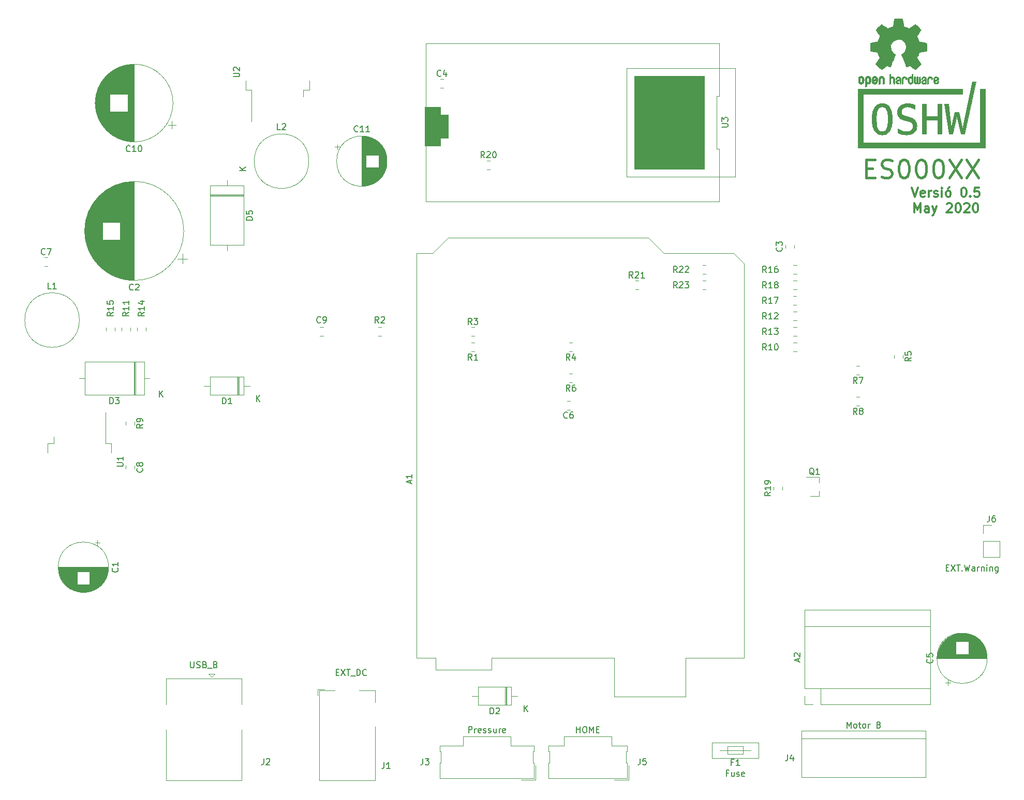
<source format=gbr>
%TF.GenerationSoftware,KiCad,Pcbnew,5.1.6-c6e7f7d~86~ubuntu18.04.1*%
%TF.CreationDate,2020-06-01T12:36:53+02:00*%
%TF.ProjectId,UPC-EURS,5550432d-4555-4525-932e-6b696361645f,rev?*%
%TF.SameCoordinates,Original*%
%TF.FileFunction,Legend,Top*%
%TF.FilePolarity,Positive*%
%FSLAX46Y46*%
G04 Gerber Fmt 4.6, Leading zero omitted, Abs format (unit mm)*
G04 Created by KiCad (PCBNEW 5.1.6-c6e7f7d~86~ubuntu18.04.1) date 2020-06-01 12:36:53*
%MOMM*%
%LPD*%
G01*
G04 APERTURE LIST*
%ADD10C,0.300000*%
%ADD11C,0.010000*%
%ADD12C,0.002540*%
%ADD13C,0.120000*%
%ADD14C,0.100000*%
%ADD15C,0.400000*%
%ADD16C,0.150000*%
G04 APERTURE END LIST*
D10*
X204142857Y-56403571D02*
X204642857Y-57903571D01*
X205142857Y-56403571D01*
X206214285Y-57832142D02*
X206071428Y-57903571D01*
X205785714Y-57903571D01*
X205642857Y-57832142D01*
X205571428Y-57689285D01*
X205571428Y-57117857D01*
X205642857Y-56975000D01*
X205785714Y-56903571D01*
X206071428Y-56903571D01*
X206214285Y-56975000D01*
X206285714Y-57117857D01*
X206285714Y-57260714D01*
X205571428Y-57403571D01*
X206928571Y-57903571D02*
X206928571Y-56903571D01*
X206928571Y-57189285D02*
X207000000Y-57046428D01*
X207071428Y-56975000D01*
X207214285Y-56903571D01*
X207357142Y-56903571D01*
X207785714Y-57832142D02*
X207928571Y-57903571D01*
X208214285Y-57903571D01*
X208357142Y-57832142D01*
X208428571Y-57689285D01*
X208428571Y-57617857D01*
X208357142Y-57475000D01*
X208214285Y-57403571D01*
X208000000Y-57403571D01*
X207857142Y-57332142D01*
X207785714Y-57189285D01*
X207785714Y-57117857D01*
X207857142Y-56975000D01*
X208000000Y-56903571D01*
X208214285Y-56903571D01*
X208357142Y-56975000D01*
X209071428Y-57903571D02*
X209071428Y-56903571D01*
X209071428Y-56403571D02*
X209000000Y-56475000D01*
X209071428Y-56546428D01*
X209142857Y-56475000D01*
X209071428Y-56403571D01*
X209071428Y-56546428D01*
X210000000Y-57903571D02*
X209857142Y-57832142D01*
X209785714Y-57760714D01*
X209714285Y-57617857D01*
X209714285Y-57189285D01*
X209785714Y-57046428D01*
X209857142Y-56975000D01*
X210000000Y-56903571D01*
X210214285Y-56903571D01*
X210357142Y-56975000D01*
X210428571Y-57046428D01*
X210500000Y-57189285D01*
X210500000Y-57617857D01*
X210428571Y-57760714D01*
X210357142Y-57832142D01*
X210214285Y-57903571D01*
X210000000Y-57903571D01*
X210285714Y-56332142D02*
X210071428Y-56546428D01*
X212571428Y-56403571D02*
X212714285Y-56403571D01*
X212857142Y-56475000D01*
X212928571Y-56546428D01*
X213000000Y-56689285D01*
X213071428Y-56975000D01*
X213071428Y-57332142D01*
X213000000Y-57617857D01*
X212928571Y-57760714D01*
X212857142Y-57832142D01*
X212714285Y-57903571D01*
X212571428Y-57903571D01*
X212428571Y-57832142D01*
X212357142Y-57760714D01*
X212285714Y-57617857D01*
X212214285Y-57332142D01*
X212214285Y-56975000D01*
X212285714Y-56689285D01*
X212357142Y-56546428D01*
X212428571Y-56475000D01*
X212571428Y-56403571D01*
X213714285Y-57760714D02*
X213785714Y-57832142D01*
X213714285Y-57903571D01*
X213642857Y-57832142D01*
X213714285Y-57760714D01*
X213714285Y-57903571D01*
X215142857Y-56403571D02*
X214428571Y-56403571D01*
X214357142Y-57117857D01*
X214428571Y-57046428D01*
X214571428Y-56975000D01*
X214928571Y-56975000D01*
X215071428Y-57046428D01*
X215142857Y-57117857D01*
X215214285Y-57260714D01*
X215214285Y-57617857D01*
X215142857Y-57760714D01*
X215071428Y-57832142D01*
X214928571Y-57903571D01*
X214571428Y-57903571D01*
X214428571Y-57832142D01*
X214357142Y-57760714D01*
X204571428Y-60453571D02*
X204571428Y-58953571D01*
X205071428Y-60025000D01*
X205571428Y-58953571D01*
X205571428Y-60453571D01*
X206928571Y-60453571D02*
X206928571Y-59667857D01*
X206857142Y-59525000D01*
X206714285Y-59453571D01*
X206428571Y-59453571D01*
X206285714Y-59525000D01*
X206928571Y-60382142D02*
X206785714Y-60453571D01*
X206428571Y-60453571D01*
X206285714Y-60382142D01*
X206214285Y-60239285D01*
X206214285Y-60096428D01*
X206285714Y-59953571D01*
X206428571Y-59882142D01*
X206785714Y-59882142D01*
X206928571Y-59810714D01*
X207500000Y-59453571D02*
X207857142Y-60453571D01*
X208214285Y-59453571D02*
X207857142Y-60453571D01*
X207714285Y-60810714D01*
X207642857Y-60882142D01*
X207500000Y-60953571D01*
X209857142Y-59096428D02*
X209928571Y-59025000D01*
X210071428Y-58953571D01*
X210428571Y-58953571D01*
X210571428Y-59025000D01*
X210642857Y-59096428D01*
X210714285Y-59239285D01*
X210714285Y-59382142D01*
X210642857Y-59596428D01*
X209785714Y-60453571D01*
X210714285Y-60453571D01*
X211642857Y-58953571D02*
X211785714Y-58953571D01*
X211928571Y-59025000D01*
X212000000Y-59096428D01*
X212071428Y-59239285D01*
X212142857Y-59525000D01*
X212142857Y-59882142D01*
X212071428Y-60167857D01*
X212000000Y-60310714D01*
X211928571Y-60382142D01*
X211785714Y-60453571D01*
X211642857Y-60453571D01*
X211500000Y-60382142D01*
X211428571Y-60310714D01*
X211357142Y-60167857D01*
X211285714Y-59882142D01*
X211285714Y-59525000D01*
X211357142Y-59239285D01*
X211428571Y-59096428D01*
X211500000Y-59025000D01*
X211642857Y-58953571D01*
X212714285Y-59096428D02*
X212785714Y-59025000D01*
X212928571Y-58953571D01*
X213285714Y-58953571D01*
X213428571Y-59025000D01*
X213500000Y-59096428D01*
X213571428Y-59239285D01*
X213571428Y-59382142D01*
X213500000Y-59596428D01*
X212642857Y-60453571D01*
X213571428Y-60453571D01*
X214500000Y-58953571D02*
X214642857Y-58953571D01*
X214785714Y-59025000D01*
X214857142Y-59096428D01*
X214928571Y-59239285D01*
X215000000Y-59525000D01*
X215000000Y-59882142D01*
X214928571Y-60167857D01*
X214857142Y-60310714D01*
X214785714Y-60382142D01*
X214642857Y-60453571D01*
X214500000Y-60453571D01*
X214357142Y-60382142D01*
X214285714Y-60310714D01*
X214214285Y-60167857D01*
X214142857Y-59882142D01*
X214142857Y-59525000D01*
X214214285Y-59239285D01*
X214285714Y-59096428D01*
X214357142Y-59025000D01*
X214500000Y-58953571D01*
D11*
%TO.C,REF\u002A\u002A*%
G36*
X202139014Y-28742998D02*
G01*
X202297006Y-28743863D01*
X202411347Y-28746205D01*
X202489407Y-28750762D01*
X202538554Y-28758270D01*
X202566159Y-28769466D01*
X202579592Y-28785088D01*
X202586221Y-28805873D01*
X202586865Y-28808563D01*
X202596935Y-28857113D01*
X202615575Y-28952905D01*
X202640845Y-29085743D01*
X202670807Y-29245431D01*
X202703522Y-29421774D01*
X202704664Y-29427967D01*
X202737433Y-29600782D01*
X202768093Y-29753469D01*
X202794664Y-29876871D01*
X202815167Y-29961831D01*
X202827626Y-29999190D01*
X202828220Y-29999852D01*
X202864919Y-30018095D01*
X202940586Y-30048497D01*
X203038878Y-30084493D01*
X203039425Y-30084685D01*
X203163233Y-30131222D01*
X203309196Y-30190504D01*
X203446781Y-30250109D01*
X203453293Y-30253056D01*
X203677390Y-30354765D01*
X204173619Y-30015897D01*
X204325846Y-29912592D01*
X204463741Y-29820237D01*
X204579315Y-29744084D01*
X204664579Y-29689385D01*
X204711544Y-29661393D01*
X204716004Y-29659317D01*
X204750134Y-29668560D01*
X204813881Y-29713156D01*
X204909731Y-29795209D01*
X205040169Y-29916821D01*
X205173328Y-30046205D01*
X205301694Y-30173702D01*
X205416581Y-30290046D01*
X205511073Y-30388052D01*
X205578253Y-30460536D01*
X205611206Y-30500313D01*
X205612432Y-30502361D01*
X205616074Y-30529656D01*
X205602350Y-30574234D01*
X205567869Y-30642112D01*
X205509239Y-30739311D01*
X205423070Y-30871851D01*
X205308200Y-31042476D01*
X205206254Y-31192655D01*
X205115123Y-31327350D01*
X205040073Y-31438740D01*
X204986369Y-31519005D01*
X204959280Y-31560325D01*
X204957574Y-31563130D01*
X204960882Y-31602721D01*
X204985953Y-31679669D01*
X205027798Y-31779432D01*
X205042712Y-31811291D01*
X205107786Y-31953226D01*
X205177212Y-32114273D01*
X205233609Y-32253621D01*
X205274247Y-32357044D01*
X205306526Y-32435642D01*
X205325178Y-32476720D01*
X205327497Y-32479885D01*
X205361803Y-32485128D01*
X205442669Y-32499494D01*
X205559343Y-32520937D01*
X205701075Y-32547413D01*
X205857110Y-32576877D01*
X206016698Y-32607283D01*
X206169085Y-32636588D01*
X206303521Y-32662745D01*
X206409252Y-32683710D01*
X206475526Y-32697439D01*
X206491782Y-32701320D01*
X206508573Y-32710900D01*
X206521249Y-32732536D01*
X206530378Y-32773531D01*
X206536531Y-32841189D01*
X206540280Y-32942812D01*
X206542192Y-33085703D01*
X206542840Y-33277165D01*
X206542874Y-33355645D01*
X206542874Y-33993906D01*
X206389598Y-34024160D01*
X206304322Y-34040564D01*
X206177070Y-34064509D01*
X206023315Y-34093107D01*
X205858534Y-34123467D01*
X205812989Y-34131806D01*
X205660932Y-34161370D01*
X205528468Y-34190442D01*
X205426714Y-34216329D01*
X205366788Y-34236337D01*
X205356805Y-34242301D01*
X205332293Y-34284534D01*
X205297148Y-34366370D01*
X205258173Y-34471683D01*
X205250442Y-34494368D01*
X205199360Y-34635018D01*
X205135954Y-34793714D01*
X205073904Y-34936225D01*
X205073598Y-34936886D01*
X204970267Y-35160440D01*
X205649961Y-36160232D01*
X205213621Y-36597300D01*
X205081649Y-36727381D01*
X204961279Y-36842048D01*
X204859273Y-36935181D01*
X204782391Y-37000658D01*
X204737393Y-37032357D01*
X204730938Y-37034368D01*
X204693040Y-37018529D01*
X204615708Y-36974496D01*
X204507389Y-36907490D01*
X204376532Y-36822734D01*
X204235052Y-36727816D01*
X204091461Y-36630998D01*
X203963435Y-36546751D01*
X203859105Y-36480258D01*
X203786600Y-36436702D01*
X203754158Y-36421264D01*
X203714576Y-36434328D01*
X203639519Y-36468750D01*
X203544468Y-36517380D01*
X203534392Y-36522785D01*
X203406391Y-36586980D01*
X203318618Y-36618463D01*
X203264028Y-36618798D01*
X203235575Y-36589548D01*
X203235410Y-36589138D01*
X203221188Y-36554498D01*
X203187269Y-36472269D01*
X203136284Y-36348814D01*
X203070862Y-36190498D01*
X202993634Y-36003686D01*
X202907229Y-35794742D01*
X202823551Y-35592446D01*
X202731588Y-35369200D01*
X202647150Y-35162392D01*
X202572769Y-34978362D01*
X202510974Y-34823451D01*
X202464297Y-34703996D01*
X202435268Y-34626339D01*
X202426322Y-34597356D01*
X202448756Y-34564110D01*
X202507439Y-34511123D01*
X202585689Y-34452704D01*
X202808534Y-34267952D01*
X202982718Y-34056182D01*
X203106154Y-33821856D01*
X203176754Y-33569434D01*
X203192431Y-33303377D01*
X203181036Y-33180575D01*
X203118950Y-32925793D01*
X203012023Y-32700801D01*
X202866889Y-32507817D01*
X202690178Y-32349061D01*
X202488522Y-32226750D01*
X202268554Y-32143105D01*
X202036906Y-32100344D01*
X201800209Y-32100687D01*
X201565095Y-32146352D01*
X201338196Y-32239559D01*
X201126144Y-32382527D01*
X201037636Y-32463383D01*
X200867889Y-32671007D01*
X200749699Y-32897895D01*
X200682278Y-33137433D01*
X200664840Y-33383007D01*
X200696598Y-33628003D01*
X200776765Y-33865808D01*
X200904555Y-34089807D01*
X201079180Y-34293387D01*
X201274312Y-34452704D01*
X201355591Y-34513602D01*
X201413009Y-34566015D01*
X201433678Y-34597406D01*
X201422856Y-34631639D01*
X201392077Y-34713419D01*
X201343874Y-34836407D01*
X201280778Y-34994263D01*
X201205322Y-35180649D01*
X201120038Y-35389226D01*
X201036219Y-35592496D01*
X200943745Y-35815933D01*
X200858089Y-36022984D01*
X200781882Y-36207286D01*
X200717753Y-36362475D01*
X200668332Y-36482188D01*
X200636248Y-36560061D01*
X200624359Y-36589138D01*
X200596274Y-36618677D01*
X200541949Y-36618591D01*
X200454395Y-36587326D01*
X200326619Y-36523329D01*
X200325608Y-36522785D01*
X200229402Y-36473121D01*
X200151631Y-36436945D01*
X200107777Y-36421408D01*
X200105842Y-36421264D01*
X200072829Y-36437024D01*
X199999946Y-36480850D01*
X199895322Y-36547557D01*
X199767090Y-36631964D01*
X199624948Y-36727816D01*
X199480233Y-36824867D01*
X199349804Y-36909270D01*
X199242110Y-36975801D01*
X199165598Y-37019238D01*
X199129062Y-37034368D01*
X199095418Y-37014482D01*
X199027776Y-36958903D01*
X198932893Y-36873754D01*
X198817530Y-36765153D01*
X198688445Y-36639221D01*
X198646229Y-36597149D01*
X198209739Y-36159931D01*
X198541977Y-35672340D01*
X198642946Y-35522605D01*
X198731562Y-35388220D01*
X198802854Y-35276969D01*
X198851850Y-35196639D01*
X198873578Y-35155014D01*
X198874215Y-35152053D01*
X198862760Y-35112818D01*
X198831949Y-35033895D01*
X198787116Y-34928509D01*
X198755647Y-34857954D01*
X198696808Y-34722876D01*
X198641396Y-34586409D01*
X198598436Y-34471103D01*
X198586766Y-34435977D01*
X198553611Y-34342174D01*
X198521201Y-34269694D01*
X198503399Y-34242301D01*
X198464114Y-34225536D01*
X198378374Y-34201770D01*
X198257303Y-34173697D01*
X198112027Y-34144009D01*
X198047012Y-34131806D01*
X197881913Y-34101468D01*
X197723552Y-34072093D01*
X197587404Y-34046569D01*
X197488943Y-34027785D01*
X197470402Y-34024160D01*
X197317127Y-33993906D01*
X197317127Y-33355645D01*
X197317471Y-33145770D01*
X197318884Y-32986980D01*
X197321936Y-32871973D01*
X197327197Y-32793446D01*
X197335237Y-32744096D01*
X197346627Y-32716619D01*
X197361937Y-32703713D01*
X197368218Y-32701320D01*
X197406104Y-32692833D01*
X197489805Y-32675900D01*
X197608567Y-32652566D01*
X197751639Y-32624875D01*
X197908268Y-32594873D01*
X198067703Y-32564604D01*
X198219191Y-32536115D01*
X198351981Y-32511449D01*
X198455319Y-32492651D01*
X198518455Y-32481767D01*
X198532503Y-32479885D01*
X198545230Y-32454704D01*
X198573400Y-32387622D01*
X198611748Y-32291333D01*
X198626391Y-32253621D01*
X198685452Y-32107921D01*
X198755000Y-31946951D01*
X198817288Y-31811291D01*
X198863121Y-31707561D01*
X198893613Y-31622326D01*
X198903792Y-31570126D01*
X198902169Y-31563130D01*
X198880657Y-31530102D01*
X198831535Y-31456643D01*
X198760077Y-31350577D01*
X198671555Y-31219726D01*
X198571241Y-31071912D01*
X198551406Y-31042734D01*
X198435012Y-30869863D01*
X198349452Y-30738226D01*
X198291316Y-30641761D01*
X198257192Y-30574408D01*
X198243669Y-30530106D01*
X198247336Y-30502794D01*
X198247430Y-30502620D01*
X198276293Y-30466746D01*
X198340133Y-30397391D01*
X198432031Y-30301745D01*
X198545067Y-30186999D01*
X198672321Y-30060341D01*
X198686672Y-30046205D01*
X198847043Y-29890903D01*
X198970805Y-29776870D01*
X199060445Y-29702002D01*
X199118448Y-29664196D01*
X199143996Y-29659317D01*
X199181282Y-29680603D01*
X199258657Y-29729773D01*
X199368133Y-29801575D01*
X199501720Y-29890755D01*
X199651430Y-29992063D01*
X199686382Y-30015897D01*
X200182610Y-30354765D01*
X200406707Y-30253056D01*
X200542989Y-30193783D01*
X200689276Y-30134170D01*
X200815035Y-30086640D01*
X200820575Y-30084685D01*
X200918943Y-30048677D01*
X200994771Y-30018229D01*
X201031718Y-29999905D01*
X201031780Y-29999852D01*
X201043504Y-29966729D01*
X201063432Y-29885267D01*
X201089587Y-29764625D01*
X201119990Y-29613959D01*
X201152663Y-29442428D01*
X201155336Y-29427967D01*
X201188110Y-29251235D01*
X201218198Y-29090810D01*
X201243661Y-28956888D01*
X201262559Y-28859663D01*
X201272953Y-28809332D01*
X201273135Y-28808563D01*
X201279461Y-28787153D01*
X201291761Y-28770988D01*
X201317406Y-28759331D01*
X201363765Y-28751445D01*
X201438208Y-28746593D01*
X201548105Y-28744039D01*
X201700825Y-28743045D01*
X201903738Y-28742874D01*
X201930000Y-28742874D01*
X202139014Y-28742998D01*
G37*
X202139014Y-28742998D02*
X202297006Y-28743863D01*
X202411347Y-28746205D01*
X202489407Y-28750762D01*
X202538554Y-28758270D01*
X202566159Y-28769466D01*
X202579592Y-28785088D01*
X202586221Y-28805873D01*
X202586865Y-28808563D01*
X202596935Y-28857113D01*
X202615575Y-28952905D01*
X202640845Y-29085743D01*
X202670807Y-29245431D01*
X202703522Y-29421774D01*
X202704664Y-29427967D01*
X202737433Y-29600782D01*
X202768093Y-29753469D01*
X202794664Y-29876871D01*
X202815167Y-29961831D01*
X202827626Y-29999190D01*
X202828220Y-29999852D01*
X202864919Y-30018095D01*
X202940586Y-30048497D01*
X203038878Y-30084493D01*
X203039425Y-30084685D01*
X203163233Y-30131222D01*
X203309196Y-30190504D01*
X203446781Y-30250109D01*
X203453293Y-30253056D01*
X203677390Y-30354765D01*
X204173619Y-30015897D01*
X204325846Y-29912592D01*
X204463741Y-29820237D01*
X204579315Y-29744084D01*
X204664579Y-29689385D01*
X204711544Y-29661393D01*
X204716004Y-29659317D01*
X204750134Y-29668560D01*
X204813881Y-29713156D01*
X204909731Y-29795209D01*
X205040169Y-29916821D01*
X205173328Y-30046205D01*
X205301694Y-30173702D01*
X205416581Y-30290046D01*
X205511073Y-30388052D01*
X205578253Y-30460536D01*
X205611206Y-30500313D01*
X205612432Y-30502361D01*
X205616074Y-30529656D01*
X205602350Y-30574234D01*
X205567869Y-30642112D01*
X205509239Y-30739311D01*
X205423070Y-30871851D01*
X205308200Y-31042476D01*
X205206254Y-31192655D01*
X205115123Y-31327350D01*
X205040073Y-31438740D01*
X204986369Y-31519005D01*
X204959280Y-31560325D01*
X204957574Y-31563130D01*
X204960882Y-31602721D01*
X204985953Y-31679669D01*
X205027798Y-31779432D01*
X205042712Y-31811291D01*
X205107786Y-31953226D01*
X205177212Y-32114273D01*
X205233609Y-32253621D01*
X205274247Y-32357044D01*
X205306526Y-32435642D01*
X205325178Y-32476720D01*
X205327497Y-32479885D01*
X205361803Y-32485128D01*
X205442669Y-32499494D01*
X205559343Y-32520937D01*
X205701075Y-32547413D01*
X205857110Y-32576877D01*
X206016698Y-32607283D01*
X206169085Y-32636588D01*
X206303521Y-32662745D01*
X206409252Y-32683710D01*
X206475526Y-32697439D01*
X206491782Y-32701320D01*
X206508573Y-32710900D01*
X206521249Y-32732536D01*
X206530378Y-32773531D01*
X206536531Y-32841189D01*
X206540280Y-32942812D01*
X206542192Y-33085703D01*
X206542840Y-33277165D01*
X206542874Y-33355645D01*
X206542874Y-33993906D01*
X206389598Y-34024160D01*
X206304322Y-34040564D01*
X206177070Y-34064509D01*
X206023315Y-34093107D01*
X205858534Y-34123467D01*
X205812989Y-34131806D01*
X205660932Y-34161370D01*
X205528468Y-34190442D01*
X205426714Y-34216329D01*
X205366788Y-34236337D01*
X205356805Y-34242301D01*
X205332293Y-34284534D01*
X205297148Y-34366370D01*
X205258173Y-34471683D01*
X205250442Y-34494368D01*
X205199360Y-34635018D01*
X205135954Y-34793714D01*
X205073904Y-34936225D01*
X205073598Y-34936886D01*
X204970267Y-35160440D01*
X205649961Y-36160232D01*
X205213621Y-36597300D01*
X205081649Y-36727381D01*
X204961279Y-36842048D01*
X204859273Y-36935181D01*
X204782391Y-37000658D01*
X204737393Y-37032357D01*
X204730938Y-37034368D01*
X204693040Y-37018529D01*
X204615708Y-36974496D01*
X204507389Y-36907490D01*
X204376532Y-36822734D01*
X204235052Y-36727816D01*
X204091461Y-36630998D01*
X203963435Y-36546751D01*
X203859105Y-36480258D01*
X203786600Y-36436702D01*
X203754158Y-36421264D01*
X203714576Y-36434328D01*
X203639519Y-36468750D01*
X203544468Y-36517380D01*
X203534392Y-36522785D01*
X203406391Y-36586980D01*
X203318618Y-36618463D01*
X203264028Y-36618798D01*
X203235575Y-36589548D01*
X203235410Y-36589138D01*
X203221188Y-36554498D01*
X203187269Y-36472269D01*
X203136284Y-36348814D01*
X203070862Y-36190498D01*
X202993634Y-36003686D01*
X202907229Y-35794742D01*
X202823551Y-35592446D01*
X202731588Y-35369200D01*
X202647150Y-35162392D01*
X202572769Y-34978362D01*
X202510974Y-34823451D01*
X202464297Y-34703996D01*
X202435268Y-34626339D01*
X202426322Y-34597356D01*
X202448756Y-34564110D01*
X202507439Y-34511123D01*
X202585689Y-34452704D01*
X202808534Y-34267952D01*
X202982718Y-34056182D01*
X203106154Y-33821856D01*
X203176754Y-33569434D01*
X203192431Y-33303377D01*
X203181036Y-33180575D01*
X203118950Y-32925793D01*
X203012023Y-32700801D01*
X202866889Y-32507817D01*
X202690178Y-32349061D01*
X202488522Y-32226750D01*
X202268554Y-32143105D01*
X202036906Y-32100344D01*
X201800209Y-32100687D01*
X201565095Y-32146352D01*
X201338196Y-32239559D01*
X201126144Y-32382527D01*
X201037636Y-32463383D01*
X200867889Y-32671007D01*
X200749699Y-32897895D01*
X200682278Y-33137433D01*
X200664840Y-33383007D01*
X200696598Y-33628003D01*
X200776765Y-33865808D01*
X200904555Y-34089807D01*
X201079180Y-34293387D01*
X201274312Y-34452704D01*
X201355591Y-34513602D01*
X201413009Y-34566015D01*
X201433678Y-34597406D01*
X201422856Y-34631639D01*
X201392077Y-34713419D01*
X201343874Y-34836407D01*
X201280778Y-34994263D01*
X201205322Y-35180649D01*
X201120038Y-35389226D01*
X201036219Y-35592496D01*
X200943745Y-35815933D01*
X200858089Y-36022984D01*
X200781882Y-36207286D01*
X200717753Y-36362475D01*
X200668332Y-36482188D01*
X200636248Y-36560061D01*
X200624359Y-36589138D01*
X200596274Y-36618677D01*
X200541949Y-36618591D01*
X200454395Y-36587326D01*
X200326619Y-36523329D01*
X200325608Y-36522785D01*
X200229402Y-36473121D01*
X200151631Y-36436945D01*
X200107777Y-36421408D01*
X200105842Y-36421264D01*
X200072829Y-36437024D01*
X199999946Y-36480850D01*
X199895322Y-36547557D01*
X199767090Y-36631964D01*
X199624948Y-36727816D01*
X199480233Y-36824867D01*
X199349804Y-36909270D01*
X199242110Y-36975801D01*
X199165598Y-37019238D01*
X199129062Y-37034368D01*
X199095418Y-37014482D01*
X199027776Y-36958903D01*
X198932893Y-36873754D01*
X198817530Y-36765153D01*
X198688445Y-36639221D01*
X198646229Y-36597149D01*
X198209739Y-36159931D01*
X198541977Y-35672340D01*
X198642946Y-35522605D01*
X198731562Y-35388220D01*
X198802854Y-35276969D01*
X198851850Y-35196639D01*
X198873578Y-35155014D01*
X198874215Y-35152053D01*
X198862760Y-35112818D01*
X198831949Y-35033895D01*
X198787116Y-34928509D01*
X198755647Y-34857954D01*
X198696808Y-34722876D01*
X198641396Y-34586409D01*
X198598436Y-34471103D01*
X198586766Y-34435977D01*
X198553611Y-34342174D01*
X198521201Y-34269694D01*
X198503399Y-34242301D01*
X198464114Y-34225536D01*
X198378374Y-34201770D01*
X198257303Y-34173697D01*
X198112027Y-34144009D01*
X198047012Y-34131806D01*
X197881913Y-34101468D01*
X197723552Y-34072093D01*
X197587404Y-34046569D01*
X197488943Y-34027785D01*
X197470402Y-34024160D01*
X197317127Y-33993906D01*
X197317127Y-33355645D01*
X197317471Y-33145770D01*
X197318884Y-32986980D01*
X197321936Y-32871973D01*
X197327197Y-32793446D01*
X197335237Y-32744096D01*
X197346627Y-32716619D01*
X197361937Y-32703713D01*
X197368218Y-32701320D01*
X197406104Y-32692833D01*
X197489805Y-32675900D01*
X197608567Y-32652566D01*
X197751639Y-32624875D01*
X197908268Y-32594873D01*
X198067703Y-32564604D01*
X198219191Y-32536115D01*
X198351981Y-32511449D01*
X198455319Y-32492651D01*
X198518455Y-32481767D01*
X198532503Y-32479885D01*
X198545230Y-32454704D01*
X198573400Y-32387622D01*
X198611748Y-32291333D01*
X198626391Y-32253621D01*
X198685452Y-32107921D01*
X198755000Y-31946951D01*
X198817288Y-31811291D01*
X198863121Y-31707561D01*
X198893613Y-31622326D01*
X198903792Y-31570126D01*
X198902169Y-31563130D01*
X198880657Y-31530102D01*
X198831535Y-31456643D01*
X198760077Y-31350577D01*
X198671555Y-31219726D01*
X198571241Y-31071912D01*
X198551406Y-31042734D01*
X198435012Y-30869863D01*
X198349452Y-30738226D01*
X198291316Y-30641761D01*
X198257192Y-30574408D01*
X198243669Y-30530106D01*
X198247336Y-30502794D01*
X198247430Y-30502620D01*
X198276293Y-30466746D01*
X198340133Y-30397391D01*
X198432031Y-30301745D01*
X198545067Y-30186999D01*
X198672321Y-30060341D01*
X198686672Y-30046205D01*
X198847043Y-29890903D01*
X198970805Y-29776870D01*
X199060445Y-29702002D01*
X199118448Y-29664196D01*
X199143996Y-29659317D01*
X199181282Y-29680603D01*
X199258657Y-29729773D01*
X199368133Y-29801575D01*
X199501720Y-29890755D01*
X199651430Y-29992063D01*
X199686382Y-30015897D01*
X200182610Y-30354765D01*
X200406707Y-30253056D01*
X200542989Y-30193783D01*
X200689276Y-30134170D01*
X200815035Y-30086640D01*
X200820575Y-30084685D01*
X200918943Y-30048677D01*
X200994771Y-30018229D01*
X201031718Y-29999905D01*
X201031780Y-29999852D01*
X201043504Y-29966729D01*
X201063432Y-29885267D01*
X201089587Y-29764625D01*
X201119990Y-29613959D01*
X201152663Y-29442428D01*
X201155336Y-29427967D01*
X201188110Y-29251235D01*
X201218198Y-29090810D01*
X201243661Y-28956888D01*
X201262559Y-28859663D01*
X201272953Y-28809332D01*
X201273135Y-28808563D01*
X201279461Y-28787153D01*
X201291761Y-28770988D01*
X201317406Y-28759331D01*
X201363765Y-28751445D01*
X201438208Y-28746593D01*
X201548105Y-28744039D01*
X201700825Y-28743045D01*
X201903738Y-28742874D01*
X201930000Y-28742874D01*
X202139014Y-28742998D01*
G36*
X208273439Y-38246540D02*
G01*
X208388950Y-38322034D01*
X208444664Y-38389617D01*
X208488804Y-38512255D01*
X208492309Y-38609298D01*
X208484368Y-38739056D01*
X208185115Y-38870039D01*
X208039611Y-38936958D01*
X207944537Y-38990790D01*
X207895101Y-39037416D01*
X207886511Y-39082720D01*
X207913972Y-39132582D01*
X207944253Y-39165632D01*
X208032363Y-39218633D01*
X208128196Y-39222347D01*
X208216212Y-39181041D01*
X208280869Y-39098983D01*
X208292433Y-39070008D01*
X208347825Y-38979509D01*
X208411553Y-38940940D01*
X208498966Y-38907946D01*
X208498966Y-39033034D01*
X208491238Y-39118156D01*
X208460966Y-39189938D01*
X208397518Y-39272356D01*
X208388088Y-39283066D01*
X208317513Y-39356391D01*
X208256847Y-39395742D01*
X208180950Y-39413845D01*
X208118030Y-39419774D01*
X208005487Y-39421251D01*
X207925370Y-39402535D01*
X207875390Y-39374747D01*
X207796838Y-39313641D01*
X207742463Y-39247554D01*
X207708052Y-39164441D01*
X207689388Y-39052254D01*
X207682256Y-38898946D01*
X207681687Y-38821136D01*
X207683622Y-38727853D01*
X207859899Y-38727853D01*
X207861944Y-38777896D01*
X207867039Y-38786092D01*
X207900666Y-38774958D01*
X207973030Y-38745493D01*
X208069747Y-38703601D01*
X208089973Y-38694597D01*
X208212203Y-38632442D01*
X208279547Y-38577815D01*
X208294348Y-38526649D01*
X208258947Y-38474876D01*
X208229711Y-38452000D01*
X208124216Y-38406250D01*
X208025476Y-38413808D01*
X207942812Y-38469651D01*
X207885548Y-38568753D01*
X207867188Y-38647414D01*
X207859899Y-38727853D01*
X207683622Y-38727853D01*
X207685459Y-38639351D01*
X207699359Y-38504853D01*
X207726894Y-38406916D01*
X207771572Y-38334811D01*
X207836901Y-38277813D01*
X207865383Y-38259393D01*
X207994763Y-38211422D01*
X208136412Y-38208403D01*
X208273439Y-38246540D01*
G37*
X208273439Y-38246540D02*
X208388950Y-38322034D01*
X208444664Y-38389617D01*
X208488804Y-38512255D01*
X208492309Y-38609298D01*
X208484368Y-38739056D01*
X208185115Y-38870039D01*
X208039611Y-38936958D01*
X207944537Y-38990790D01*
X207895101Y-39037416D01*
X207886511Y-39082720D01*
X207913972Y-39132582D01*
X207944253Y-39165632D01*
X208032363Y-39218633D01*
X208128196Y-39222347D01*
X208216212Y-39181041D01*
X208280869Y-39098983D01*
X208292433Y-39070008D01*
X208347825Y-38979509D01*
X208411553Y-38940940D01*
X208498966Y-38907946D01*
X208498966Y-39033034D01*
X208491238Y-39118156D01*
X208460966Y-39189938D01*
X208397518Y-39272356D01*
X208388088Y-39283066D01*
X208317513Y-39356391D01*
X208256847Y-39395742D01*
X208180950Y-39413845D01*
X208118030Y-39419774D01*
X208005487Y-39421251D01*
X207925370Y-39402535D01*
X207875390Y-39374747D01*
X207796838Y-39313641D01*
X207742463Y-39247554D01*
X207708052Y-39164441D01*
X207689388Y-39052254D01*
X207682256Y-38898946D01*
X207681687Y-38821136D01*
X207683622Y-38727853D01*
X207859899Y-38727853D01*
X207861944Y-38777896D01*
X207867039Y-38786092D01*
X207900666Y-38774958D01*
X207973030Y-38745493D01*
X208069747Y-38703601D01*
X208089973Y-38694597D01*
X208212203Y-38632442D01*
X208279547Y-38577815D01*
X208294348Y-38526649D01*
X208258947Y-38474876D01*
X208229711Y-38452000D01*
X208124216Y-38406250D01*
X208025476Y-38413808D01*
X207942812Y-38469651D01*
X207885548Y-38568753D01*
X207867188Y-38647414D01*
X207859899Y-38727853D01*
X207683622Y-38727853D01*
X207685459Y-38639351D01*
X207699359Y-38504853D01*
X207726894Y-38406916D01*
X207771572Y-38334811D01*
X207836901Y-38277813D01*
X207865383Y-38259393D01*
X207994763Y-38211422D01*
X208136412Y-38208403D01*
X208273439Y-38246540D01*
G36*
X207265690Y-38230018D02*
G01*
X207300585Y-38245269D01*
X207383877Y-38311235D01*
X207455103Y-38406618D01*
X207499153Y-38508406D01*
X207506322Y-38558587D01*
X207482285Y-38628647D01*
X207429561Y-38665717D01*
X207373031Y-38688164D01*
X207347146Y-38692300D01*
X207334542Y-38662283D01*
X207309654Y-38596961D01*
X207298735Y-38567445D01*
X207237508Y-38465348D01*
X207148861Y-38414423D01*
X207035193Y-38415989D01*
X207026774Y-38417994D01*
X206966088Y-38446767D01*
X206921474Y-38502859D01*
X206891002Y-38593163D01*
X206872744Y-38724571D01*
X206864771Y-38903974D01*
X206864023Y-38999433D01*
X206863652Y-39149913D01*
X206861223Y-39252495D01*
X206854760Y-39317672D01*
X206842288Y-39355938D01*
X206821833Y-39377785D01*
X206791419Y-39393707D01*
X206789661Y-39394509D01*
X206731091Y-39419272D01*
X206702075Y-39428391D01*
X206697616Y-39400822D01*
X206693799Y-39324620D01*
X206690899Y-39209541D01*
X206689191Y-39065341D01*
X206688851Y-38959814D01*
X206690588Y-38755613D01*
X206697382Y-38600697D01*
X206711607Y-38486024D01*
X206735638Y-38402551D01*
X206771848Y-38341236D01*
X206822612Y-38293034D01*
X206872739Y-38259393D01*
X206993275Y-38214619D01*
X207133557Y-38204521D01*
X207265690Y-38230018D01*
G37*
X207265690Y-38230018D02*
X207300585Y-38245269D01*
X207383877Y-38311235D01*
X207455103Y-38406618D01*
X207499153Y-38508406D01*
X207506322Y-38558587D01*
X207482285Y-38628647D01*
X207429561Y-38665717D01*
X207373031Y-38688164D01*
X207347146Y-38692300D01*
X207334542Y-38662283D01*
X207309654Y-38596961D01*
X207298735Y-38567445D01*
X207237508Y-38465348D01*
X207148861Y-38414423D01*
X207035193Y-38415989D01*
X207026774Y-38417994D01*
X206966088Y-38446767D01*
X206921474Y-38502859D01*
X206891002Y-38593163D01*
X206872744Y-38724571D01*
X206864771Y-38903974D01*
X206864023Y-38999433D01*
X206863652Y-39149913D01*
X206861223Y-39252495D01*
X206854760Y-39317672D01*
X206842288Y-39355938D01*
X206821833Y-39377785D01*
X206791419Y-39393707D01*
X206789661Y-39394509D01*
X206731091Y-39419272D01*
X206702075Y-39428391D01*
X206697616Y-39400822D01*
X206693799Y-39324620D01*
X206690899Y-39209541D01*
X206689191Y-39065341D01*
X206688851Y-38959814D01*
X206690588Y-38755613D01*
X206697382Y-38600697D01*
X206711607Y-38486024D01*
X206735638Y-38402551D01*
X206771848Y-38341236D01*
X206822612Y-38293034D01*
X206872739Y-38259393D01*
X206993275Y-38214619D01*
X207133557Y-38204521D01*
X207265690Y-38230018D01*
G36*
X206244406Y-38225156D02*
G01*
X206328469Y-38263393D01*
X206394450Y-38309726D01*
X206442794Y-38361532D01*
X206476172Y-38428363D01*
X206497253Y-38519769D01*
X206508707Y-38645301D01*
X206513203Y-38814508D01*
X206513678Y-38925933D01*
X206513678Y-39360627D01*
X206439316Y-39394509D01*
X206380746Y-39419272D01*
X206351730Y-39428391D01*
X206346179Y-39401257D01*
X206341775Y-39328094D01*
X206339078Y-39221263D01*
X206338506Y-39136437D01*
X206336046Y-39013887D01*
X206329412Y-38916668D01*
X206319726Y-38857134D01*
X206312032Y-38844483D01*
X206260311Y-38857402D01*
X206179117Y-38890539D01*
X206085102Y-38935461D01*
X205994917Y-38983735D01*
X205925215Y-39026928D01*
X205892648Y-39056608D01*
X205892519Y-39056929D01*
X205895320Y-39111857D01*
X205920439Y-39164292D01*
X205964541Y-39206881D01*
X206028909Y-39221126D01*
X206083921Y-39219466D01*
X206161835Y-39218245D01*
X206202732Y-39236498D01*
X206227295Y-39284726D01*
X206230392Y-39293820D01*
X206241040Y-39362598D01*
X206212565Y-39404360D01*
X206138344Y-39424263D01*
X206058168Y-39427944D01*
X205913890Y-39400658D01*
X205839203Y-39361690D01*
X205746963Y-39270148D01*
X205698043Y-39157782D01*
X205693654Y-39039051D01*
X205735001Y-38928411D01*
X205797197Y-38859080D01*
X205859294Y-38820265D01*
X205956895Y-38771125D01*
X206070632Y-38721292D01*
X206089590Y-38713677D01*
X206214521Y-38658545D01*
X206286539Y-38609954D01*
X206309700Y-38561647D01*
X206288064Y-38507370D01*
X206250920Y-38464943D01*
X206163127Y-38412702D01*
X206066530Y-38408784D01*
X205977944Y-38449041D01*
X205914186Y-38529326D01*
X205905817Y-38550040D01*
X205857096Y-38626225D01*
X205785965Y-38682785D01*
X205696207Y-38729201D01*
X205696207Y-38597584D01*
X205701490Y-38517168D01*
X205724142Y-38453786D01*
X205774367Y-38386163D01*
X205822582Y-38334076D01*
X205897554Y-38260322D01*
X205955806Y-38220702D01*
X206018372Y-38204810D01*
X206089193Y-38202184D01*
X206244406Y-38225156D01*
G37*
X206244406Y-38225156D02*
X206328469Y-38263393D01*
X206394450Y-38309726D01*
X206442794Y-38361532D01*
X206476172Y-38428363D01*
X206497253Y-38519769D01*
X206508707Y-38645301D01*
X206513203Y-38814508D01*
X206513678Y-38925933D01*
X206513678Y-39360627D01*
X206439316Y-39394509D01*
X206380746Y-39419272D01*
X206351730Y-39428391D01*
X206346179Y-39401257D01*
X206341775Y-39328094D01*
X206339078Y-39221263D01*
X206338506Y-39136437D01*
X206336046Y-39013887D01*
X206329412Y-38916668D01*
X206319726Y-38857134D01*
X206312032Y-38844483D01*
X206260311Y-38857402D01*
X206179117Y-38890539D01*
X206085102Y-38935461D01*
X205994917Y-38983735D01*
X205925215Y-39026928D01*
X205892648Y-39056608D01*
X205892519Y-39056929D01*
X205895320Y-39111857D01*
X205920439Y-39164292D01*
X205964541Y-39206881D01*
X206028909Y-39221126D01*
X206083921Y-39219466D01*
X206161835Y-39218245D01*
X206202732Y-39236498D01*
X206227295Y-39284726D01*
X206230392Y-39293820D01*
X206241040Y-39362598D01*
X206212565Y-39404360D01*
X206138344Y-39424263D01*
X206058168Y-39427944D01*
X205913890Y-39400658D01*
X205839203Y-39361690D01*
X205746963Y-39270148D01*
X205698043Y-39157782D01*
X205693654Y-39039051D01*
X205735001Y-38928411D01*
X205797197Y-38859080D01*
X205859294Y-38820265D01*
X205956895Y-38771125D01*
X206070632Y-38721292D01*
X206089590Y-38713677D01*
X206214521Y-38658545D01*
X206286539Y-38609954D01*
X206309700Y-38561647D01*
X206288064Y-38507370D01*
X206250920Y-38464943D01*
X206163127Y-38412702D01*
X206066530Y-38408784D01*
X205977944Y-38449041D01*
X205914186Y-38529326D01*
X205905817Y-38550040D01*
X205857096Y-38626225D01*
X205785965Y-38682785D01*
X205696207Y-38729201D01*
X205696207Y-38597584D01*
X205701490Y-38517168D01*
X205724142Y-38453786D01*
X205774367Y-38386163D01*
X205822582Y-38334076D01*
X205897554Y-38260322D01*
X205955806Y-38220702D01*
X206018372Y-38204810D01*
X206089193Y-38202184D01*
X206244406Y-38225156D01*
G36*
X205510124Y-38229840D02*
G01*
X205514579Y-38306653D01*
X205518071Y-38423391D01*
X205520315Y-38570821D01*
X205521035Y-38725455D01*
X205521035Y-39248727D01*
X205428645Y-39341117D01*
X205364978Y-39398047D01*
X205309089Y-39421107D01*
X205232702Y-39419647D01*
X205202380Y-39415934D01*
X205107610Y-39405126D01*
X205029222Y-39398933D01*
X205010115Y-39398361D01*
X204945699Y-39402102D01*
X204853571Y-39411494D01*
X204817850Y-39415934D01*
X204730114Y-39422801D01*
X204671153Y-39407885D01*
X204612690Y-39361835D01*
X204591585Y-39341117D01*
X204499195Y-39248727D01*
X204499195Y-38269947D01*
X204573558Y-38236066D01*
X204637590Y-38210970D01*
X204675052Y-38202184D01*
X204684657Y-38229950D01*
X204693635Y-38307530D01*
X204701386Y-38426348D01*
X204707314Y-38577828D01*
X204710173Y-38705805D01*
X204718161Y-39209425D01*
X204787848Y-39219278D01*
X204851229Y-39212389D01*
X204882286Y-39190083D01*
X204890967Y-39148379D01*
X204898378Y-39059544D01*
X204903931Y-38934834D01*
X204907036Y-38785507D01*
X204907484Y-38708661D01*
X204907931Y-38266287D01*
X204999874Y-38234235D01*
X205064949Y-38212443D01*
X205100347Y-38202281D01*
X205101368Y-38202184D01*
X205104920Y-38229809D01*
X205108823Y-38306411D01*
X205112751Y-38422579D01*
X205116376Y-38568904D01*
X205118908Y-38705805D01*
X205126897Y-39209425D01*
X205302069Y-39209425D01*
X205310107Y-38749965D01*
X205318146Y-38290505D01*
X205403543Y-38246344D01*
X205466593Y-38216019D01*
X205503910Y-38202258D01*
X205504987Y-38202184D01*
X205510124Y-38229840D01*
G37*
X205510124Y-38229840D02*
X205514579Y-38306653D01*
X205518071Y-38423391D01*
X205520315Y-38570821D01*
X205521035Y-38725455D01*
X205521035Y-39248727D01*
X205428645Y-39341117D01*
X205364978Y-39398047D01*
X205309089Y-39421107D01*
X205232702Y-39419647D01*
X205202380Y-39415934D01*
X205107610Y-39405126D01*
X205029222Y-39398933D01*
X205010115Y-39398361D01*
X204945699Y-39402102D01*
X204853571Y-39411494D01*
X204817850Y-39415934D01*
X204730114Y-39422801D01*
X204671153Y-39407885D01*
X204612690Y-39361835D01*
X204591585Y-39341117D01*
X204499195Y-39248727D01*
X204499195Y-38269947D01*
X204573558Y-38236066D01*
X204637590Y-38210970D01*
X204675052Y-38202184D01*
X204684657Y-38229950D01*
X204693635Y-38307530D01*
X204701386Y-38426348D01*
X204707314Y-38577828D01*
X204710173Y-38705805D01*
X204718161Y-39209425D01*
X204787848Y-39219278D01*
X204851229Y-39212389D01*
X204882286Y-39190083D01*
X204890967Y-39148379D01*
X204898378Y-39059544D01*
X204903931Y-38934834D01*
X204907036Y-38785507D01*
X204907484Y-38708661D01*
X204907931Y-38266287D01*
X204999874Y-38234235D01*
X205064949Y-38212443D01*
X205100347Y-38202281D01*
X205101368Y-38202184D01*
X205104920Y-38229809D01*
X205108823Y-38306411D01*
X205112751Y-38422579D01*
X205116376Y-38568904D01*
X205118908Y-38705805D01*
X205126897Y-39209425D01*
X205302069Y-39209425D01*
X205310107Y-38749965D01*
X205318146Y-38290505D01*
X205403543Y-38246344D01*
X205466593Y-38216019D01*
X205503910Y-38202258D01*
X205504987Y-38202184D01*
X205510124Y-38229840D01*
G36*
X204323914Y-38444455D02*
G01*
X204323543Y-38662661D01*
X204322108Y-38830519D01*
X204319002Y-38956070D01*
X204313622Y-39047355D01*
X204305362Y-39112415D01*
X204293616Y-39159291D01*
X204277781Y-39196024D01*
X204265790Y-39216991D01*
X204166490Y-39330694D01*
X204040588Y-39401965D01*
X203901291Y-39427538D01*
X203761805Y-39404150D01*
X203678743Y-39362119D01*
X203591545Y-39289411D01*
X203532117Y-39200612D01*
X203496261Y-39084320D01*
X203479781Y-38929135D01*
X203477447Y-38815287D01*
X203477761Y-38807106D01*
X203681724Y-38807106D01*
X203682970Y-38937657D01*
X203688678Y-39024080D01*
X203701804Y-39080618D01*
X203725306Y-39121514D01*
X203753386Y-39152362D01*
X203847688Y-39211905D01*
X203948940Y-39216992D01*
X204044636Y-39167279D01*
X204052084Y-39160543D01*
X204083874Y-39125502D01*
X204103808Y-39083811D01*
X204114600Y-39021762D01*
X204118965Y-38925644D01*
X204119655Y-38819379D01*
X204118159Y-38685880D01*
X204111964Y-38596822D01*
X204098514Y-38538293D01*
X204075251Y-38496382D01*
X204056175Y-38474123D01*
X203967563Y-38417985D01*
X203865508Y-38411235D01*
X203768095Y-38454114D01*
X203749296Y-38470032D01*
X203717293Y-38505382D01*
X203697318Y-38547502D01*
X203686593Y-38610251D01*
X203682339Y-38707487D01*
X203681724Y-38807106D01*
X203477761Y-38807106D01*
X203484504Y-38631947D01*
X203508472Y-38494195D01*
X203553548Y-38390632D01*
X203623928Y-38309856D01*
X203678743Y-38268455D01*
X203778376Y-38223728D01*
X203893855Y-38202967D01*
X204001199Y-38208525D01*
X204061264Y-38230943D01*
X204084835Y-38237323D01*
X204100477Y-38213535D01*
X204111395Y-38149788D01*
X204119655Y-38052687D01*
X204128699Y-37944541D01*
X204141261Y-37879475D01*
X204164119Y-37842268D01*
X204204051Y-37817699D01*
X204229138Y-37806819D01*
X204324023Y-37767072D01*
X204323914Y-38444455D01*
G37*
X204323914Y-38444455D02*
X204323543Y-38662661D01*
X204322108Y-38830519D01*
X204319002Y-38956070D01*
X204313622Y-39047355D01*
X204305362Y-39112415D01*
X204293616Y-39159291D01*
X204277781Y-39196024D01*
X204265790Y-39216991D01*
X204166490Y-39330694D01*
X204040588Y-39401965D01*
X203901291Y-39427538D01*
X203761805Y-39404150D01*
X203678743Y-39362119D01*
X203591545Y-39289411D01*
X203532117Y-39200612D01*
X203496261Y-39084320D01*
X203479781Y-38929135D01*
X203477447Y-38815287D01*
X203477761Y-38807106D01*
X203681724Y-38807106D01*
X203682970Y-38937657D01*
X203688678Y-39024080D01*
X203701804Y-39080618D01*
X203725306Y-39121514D01*
X203753386Y-39152362D01*
X203847688Y-39211905D01*
X203948940Y-39216992D01*
X204044636Y-39167279D01*
X204052084Y-39160543D01*
X204083874Y-39125502D01*
X204103808Y-39083811D01*
X204114600Y-39021762D01*
X204118965Y-38925644D01*
X204119655Y-38819379D01*
X204118159Y-38685880D01*
X204111964Y-38596822D01*
X204098514Y-38538293D01*
X204075251Y-38496382D01*
X204056175Y-38474123D01*
X203967563Y-38417985D01*
X203865508Y-38411235D01*
X203768095Y-38454114D01*
X203749296Y-38470032D01*
X203717293Y-38505382D01*
X203697318Y-38547502D01*
X203686593Y-38610251D01*
X203682339Y-38707487D01*
X203681724Y-38807106D01*
X203477761Y-38807106D01*
X203484504Y-38631947D01*
X203508472Y-38494195D01*
X203553548Y-38390632D01*
X203623928Y-38309856D01*
X203678743Y-38268455D01*
X203778376Y-38223728D01*
X203893855Y-38202967D01*
X204001199Y-38208525D01*
X204061264Y-38230943D01*
X204084835Y-38237323D01*
X204100477Y-38213535D01*
X204111395Y-38149788D01*
X204119655Y-38052687D01*
X204128699Y-37944541D01*
X204141261Y-37879475D01*
X204164119Y-37842268D01*
X204204051Y-37817699D01*
X204229138Y-37806819D01*
X204324023Y-37767072D01*
X204323914Y-38444455D01*
G36*
X202995943Y-38211920D02*
G01*
X203128565Y-38260859D01*
X203236010Y-38347419D01*
X203278032Y-38408352D01*
X203323843Y-38520161D01*
X203322891Y-38601006D01*
X203274808Y-38655378D01*
X203257017Y-38664624D01*
X203180204Y-38693450D01*
X203140976Y-38686065D01*
X203127689Y-38637658D01*
X203127012Y-38610920D01*
X203102686Y-38512548D01*
X203039281Y-38443734D01*
X202951154Y-38410498D01*
X202852663Y-38418861D01*
X202772602Y-38462296D01*
X202745561Y-38487072D01*
X202726394Y-38517129D01*
X202713446Y-38562565D01*
X202705064Y-38633476D01*
X202699593Y-38739960D01*
X202695378Y-38892112D01*
X202694287Y-38940287D01*
X202690307Y-39105095D01*
X202685781Y-39221088D01*
X202678995Y-39297833D01*
X202668231Y-39344893D01*
X202651773Y-39371835D01*
X202627906Y-39388223D01*
X202612626Y-39395463D01*
X202547733Y-39420220D01*
X202509534Y-39428391D01*
X202496912Y-39401103D01*
X202489208Y-39318603D01*
X202486380Y-39179941D01*
X202488386Y-38984162D01*
X202489011Y-38953965D01*
X202493421Y-38775349D01*
X202498635Y-38644923D01*
X202506055Y-38552492D01*
X202517082Y-38487858D01*
X202533117Y-38440825D01*
X202555561Y-38401196D01*
X202567302Y-38384215D01*
X202634619Y-38309080D01*
X202709910Y-38250638D01*
X202719128Y-38245536D01*
X202854133Y-38205260D01*
X202995943Y-38211920D01*
G37*
X202995943Y-38211920D02*
X203128565Y-38260859D01*
X203236010Y-38347419D01*
X203278032Y-38408352D01*
X203323843Y-38520161D01*
X203322891Y-38601006D01*
X203274808Y-38655378D01*
X203257017Y-38664624D01*
X203180204Y-38693450D01*
X203140976Y-38686065D01*
X203127689Y-38637658D01*
X203127012Y-38610920D01*
X203102686Y-38512548D01*
X203039281Y-38443734D01*
X202951154Y-38410498D01*
X202852663Y-38418861D01*
X202772602Y-38462296D01*
X202745561Y-38487072D01*
X202726394Y-38517129D01*
X202713446Y-38562565D01*
X202705064Y-38633476D01*
X202699593Y-38739960D01*
X202695378Y-38892112D01*
X202694287Y-38940287D01*
X202690307Y-39105095D01*
X202685781Y-39221088D01*
X202678995Y-39297833D01*
X202668231Y-39344893D01*
X202651773Y-39371835D01*
X202627906Y-39388223D01*
X202612626Y-39395463D01*
X202547733Y-39420220D01*
X202509534Y-39428391D01*
X202496912Y-39401103D01*
X202489208Y-39318603D01*
X202486380Y-39179941D01*
X202488386Y-38984162D01*
X202489011Y-38953965D01*
X202493421Y-38775349D01*
X202498635Y-38644923D01*
X202506055Y-38552492D01*
X202517082Y-38487858D01*
X202533117Y-38440825D01*
X202555561Y-38401196D01*
X202567302Y-38384215D01*
X202634619Y-38309080D01*
X202709910Y-38250638D01*
X202719128Y-38245536D01*
X202854133Y-38205260D01*
X202995943Y-38211920D01*
G36*
X202009944Y-38214360D02*
G01*
X202124343Y-38256842D01*
X202125652Y-38257658D01*
X202196403Y-38309730D01*
X202248636Y-38370584D01*
X202285371Y-38449887D01*
X202309634Y-38557309D01*
X202324445Y-38702517D01*
X202332829Y-38895179D01*
X202333564Y-38922628D01*
X202344120Y-39336521D01*
X202255291Y-39382456D01*
X202191018Y-39413498D01*
X202152210Y-39428206D01*
X202150415Y-39428391D01*
X202143700Y-39401250D01*
X202138365Y-39328041D01*
X202135083Y-39221081D01*
X202134368Y-39134469D01*
X202134351Y-38994162D01*
X202127937Y-38906051D01*
X202105580Y-38864025D01*
X202057732Y-38861975D01*
X201974849Y-38893790D01*
X201849713Y-38952272D01*
X201757697Y-39000845D01*
X201710371Y-39042986D01*
X201696458Y-39088916D01*
X201696437Y-39091189D01*
X201719395Y-39170311D01*
X201787370Y-39213055D01*
X201891398Y-39219246D01*
X201966330Y-39218172D01*
X202005839Y-39239753D01*
X202030478Y-39291591D01*
X202044659Y-39357632D01*
X202024223Y-39395104D01*
X202016528Y-39400467D01*
X201944083Y-39422006D01*
X201842633Y-39425055D01*
X201738157Y-39410778D01*
X201664125Y-39384688D01*
X201561772Y-39297785D01*
X201503591Y-39176816D01*
X201492069Y-39082308D01*
X201500862Y-38997062D01*
X201532680Y-38927476D01*
X201595684Y-38865672D01*
X201698031Y-38803772D01*
X201847882Y-38733897D01*
X201857012Y-38729948D01*
X201991997Y-38667588D01*
X202075294Y-38616446D01*
X202110997Y-38570488D01*
X202103203Y-38523683D01*
X202056007Y-38469998D01*
X202041894Y-38457644D01*
X201947359Y-38409741D01*
X201849406Y-38411758D01*
X201764097Y-38458724D01*
X201707496Y-38545669D01*
X201702237Y-38562734D01*
X201651023Y-38645504D01*
X201586037Y-38685372D01*
X201492069Y-38724882D01*
X201492069Y-38622658D01*
X201520653Y-38474072D01*
X201605495Y-38337784D01*
X201649645Y-38292191D01*
X201750005Y-38233674D01*
X201877635Y-38207184D01*
X202009944Y-38214360D01*
G37*
X202009944Y-38214360D02*
X202124343Y-38256842D01*
X202125652Y-38257658D01*
X202196403Y-38309730D01*
X202248636Y-38370584D01*
X202285371Y-38449887D01*
X202309634Y-38557309D01*
X202324445Y-38702517D01*
X202332829Y-38895179D01*
X202333564Y-38922628D01*
X202344120Y-39336521D01*
X202255291Y-39382456D01*
X202191018Y-39413498D01*
X202152210Y-39428206D01*
X202150415Y-39428391D01*
X202143700Y-39401250D01*
X202138365Y-39328041D01*
X202135083Y-39221081D01*
X202134368Y-39134469D01*
X202134351Y-38994162D01*
X202127937Y-38906051D01*
X202105580Y-38864025D01*
X202057732Y-38861975D01*
X201974849Y-38893790D01*
X201849713Y-38952272D01*
X201757697Y-39000845D01*
X201710371Y-39042986D01*
X201696458Y-39088916D01*
X201696437Y-39091189D01*
X201719395Y-39170311D01*
X201787370Y-39213055D01*
X201891398Y-39219246D01*
X201966330Y-39218172D01*
X202005839Y-39239753D01*
X202030478Y-39291591D01*
X202044659Y-39357632D01*
X202024223Y-39395104D01*
X202016528Y-39400467D01*
X201944083Y-39422006D01*
X201842633Y-39425055D01*
X201738157Y-39410778D01*
X201664125Y-39384688D01*
X201561772Y-39297785D01*
X201503591Y-39176816D01*
X201492069Y-39082308D01*
X201500862Y-38997062D01*
X201532680Y-38927476D01*
X201595684Y-38865672D01*
X201698031Y-38803772D01*
X201847882Y-38733897D01*
X201857012Y-38729948D01*
X201991997Y-38667588D01*
X202075294Y-38616446D01*
X202110997Y-38570488D01*
X202103203Y-38523683D01*
X202056007Y-38469998D01*
X202041894Y-38457644D01*
X201947359Y-38409741D01*
X201849406Y-38411758D01*
X201764097Y-38458724D01*
X201707496Y-38545669D01*
X201702237Y-38562734D01*
X201651023Y-38645504D01*
X201586037Y-38685372D01*
X201492069Y-38724882D01*
X201492069Y-38622658D01*
X201520653Y-38474072D01*
X201605495Y-38337784D01*
X201649645Y-38292191D01*
X201750005Y-38233674D01*
X201877635Y-38207184D01*
X202009944Y-38214360D01*
G36*
X200674598Y-38013857D02*
G01*
X200683154Y-38133188D01*
X200692981Y-38203506D01*
X200706599Y-38234179D01*
X200726527Y-38234571D01*
X200732989Y-38230910D01*
X200818940Y-38204398D01*
X200930745Y-38205946D01*
X201044414Y-38233199D01*
X201115510Y-38268455D01*
X201188405Y-38324778D01*
X201241693Y-38388519D01*
X201278275Y-38469510D01*
X201301050Y-38577586D01*
X201312919Y-38722580D01*
X201316782Y-38914326D01*
X201316851Y-38951109D01*
X201316897Y-39364288D01*
X201224954Y-39396339D01*
X201159652Y-39418144D01*
X201123824Y-39428297D01*
X201122770Y-39428391D01*
X201119242Y-39400860D01*
X201116239Y-39324923D01*
X201113990Y-39210565D01*
X201112724Y-39067769D01*
X201112529Y-38980951D01*
X201112123Y-38809773D01*
X201110032Y-38687088D01*
X201104947Y-38603000D01*
X201095560Y-38547614D01*
X201080561Y-38511032D01*
X201058642Y-38483359D01*
X201044957Y-38470032D01*
X200950949Y-38416328D01*
X200848364Y-38412307D01*
X200755290Y-38457725D01*
X200738078Y-38474123D01*
X200712832Y-38504957D01*
X200695320Y-38541531D01*
X200684142Y-38594415D01*
X200677896Y-38674177D01*
X200675182Y-38791385D01*
X200674598Y-38952991D01*
X200674598Y-39364288D01*
X200582655Y-39396339D01*
X200517353Y-39418144D01*
X200481525Y-39428297D01*
X200480471Y-39428391D01*
X200477775Y-39400448D01*
X200475345Y-39321630D01*
X200473278Y-39199453D01*
X200471671Y-39041432D01*
X200470623Y-38855083D01*
X200470231Y-38647920D01*
X200470230Y-38638706D01*
X200470230Y-37849020D01*
X200565115Y-37808997D01*
X200660000Y-37768973D01*
X200674598Y-38013857D01*
G37*
X200674598Y-38013857D02*
X200683154Y-38133188D01*
X200692981Y-38203506D01*
X200706599Y-38234179D01*
X200726527Y-38234571D01*
X200732989Y-38230910D01*
X200818940Y-38204398D01*
X200930745Y-38205946D01*
X201044414Y-38233199D01*
X201115510Y-38268455D01*
X201188405Y-38324778D01*
X201241693Y-38388519D01*
X201278275Y-38469510D01*
X201301050Y-38577586D01*
X201312919Y-38722580D01*
X201316782Y-38914326D01*
X201316851Y-38951109D01*
X201316897Y-39364288D01*
X201224954Y-39396339D01*
X201159652Y-39418144D01*
X201123824Y-39428297D01*
X201122770Y-39428391D01*
X201119242Y-39400860D01*
X201116239Y-39324923D01*
X201113990Y-39210565D01*
X201112724Y-39067769D01*
X201112529Y-38980951D01*
X201112123Y-38809773D01*
X201110032Y-38687088D01*
X201104947Y-38603000D01*
X201095560Y-38547614D01*
X201080561Y-38511032D01*
X201058642Y-38483359D01*
X201044957Y-38470032D01*
X200950949Y-38416328D01*
X200848364Y-38412307D01*
X200755290Y-38457725D01*
X200738078Y-38474123D01*
X200712832Y-38504957D01*
X200695320Y-38541531D01*
X200684142Y-38594415D01*
X200677896Y-38674177D01*
X200675182Y-38791385D01*
X200674598Y-38952991D01*
X200674598Y-39364288D01*
X200582655Y-39396339D01*
X200517353Y-39418144D01*
X200481525Y-39428297D01*
X200480471Y-39428391D01*
X200477775Y-39400448D01*
X200475345Y-39321630D01*
X200473278Y-39199453D01*
X200471671Y-39041432D01*
X200470623Y-38855083D01*
X200470231Y-38647920D01*
X200470230Y-38638706D01*
X200470230Y-37849020D01*
X200565115Y-37808997D01*
X200660000Y-37768973D01*
X200674598Y-38013857D01*
G36*
X198245552Y-38174676D02*
G01*
X198360658Y-38252111D01*
X198449611Y-38363949D01*
X198502749Y-38506265D01*
X198513497Y-38611015D01*
X198512276Y-38654726D01*
X198502056Y-38688194D01*
X198473961Y-38718179D01*
X198419116Y-38751440D01*
X198328645Y-38794738D01*
X198193672Y-38854833D01*
X198192989Y-38855134D01*
X198068751Y-38912037D01*
X197966873Y-38962565D01*
X197897767Y-39001280D01*
X197871846Y-39022740D01*
X197871839Y-39022913D01*
X197894685Y-39069644D01*
X197948109Y-39121154D01*
X198009442Y-39158261D01*
X198040515Y-39165632D01*
X198125289Y-39140138D01*
X198198293Y-39076291D01*
X198233913Y-39006094D01*
X198268180Y-38954343D01*
X198335303Y-38895409D01*
X198414208Y-38844496D01*
X198483821Y-38816809D01*
X198498377Y-38815287D01*
X198514763Y-38840321D01*
X198515750Y-38904311D01*
X198503708Y-38990593D01*
X198481007Y-39082501D01*
X198450014Y-39163369D01*
X198448448Y-39166509D01*
X198355181Y-39296734D01*
X198234304Y-39385311D01*
X198097027Y-39428786D01*
X197954560Y-39423706D01*
X197818112Y-39366616D01*
X197812045Y-39362602D01*
X197704710Y-39265326D01*
X197634132Y-39138409D01*
X197595074Y-38971526D01*
X197589832Y-38924639D01*
X197580548Y-38703329D01*
X197591678Y-38600124D01*
X197871839Y-38600124D01*
X197875479Y-38664503D01*
X197895389Y-38683291D01*
X197945026Y-38669235D01*
X198023267Y-38636009D01*
X198110726Y-38594359D01*
X198112899Y-38593256D01*
X198187030Y-38554265D01*
X198216781Y-38528244D01*
X198209445Y-38500965D01*
X198178553Y-38465121D01*
X198099960Y-38413251D01*
X198015323Y-38409439D01*
X197939403Y-38447189D01*
X197886965Y-38520001D01*
X197871839Y-38600124D01*
X197591678Y-38600124D01*
X197599644Y-38526261D01*
X197648634Y-38385829D01*
X197716836Y-38287447D01*
X197839935Y-38188030D01*
X197975528Y-38138711D01*
X198113955Y-38135568D01*
X198245552Y-38174676D01*
G37*
X198245552Y-38174676D02*
X198360658Y-38252111D01*
X198449611Y-38363949D01*
X198502749Y-38506265D01*
X198513497Y-38611015D01*
X198512276Y-38654726D01*
X198502056Y-38688194D01*
X198473961Y-38718179D01*
X198419116Y-38751440D01*
X198328645Y-38794738D01*
X198193672Y-38854833D01*
X198192989Y-38855134D01*
X198068751Y-38912037D01*
X197966873Y-38962565D01*
X197897767Y-39001280D01*
X197871846Y-39022740D01*
X197871839Y-39022913D01*
X197894685Y-39069644D01*
X197948109Y-39121154D01*
X198009442Y-39158261D01*
X198040515Y-39165632D01*
X198125289Y-39140138D01*
X198198293Y-39076291D01*
X198233913Y-39006094D01*
X198268180Y-38954343D01*
X198335303Y-38895409D01*
X198414208Y-38844496D01*
X198483821Y-38816809D01*
X198498377Y-38815287D01*
X198514763Y-38840321D01*
X198515750Y-38904311D01*
X198503708Y-38990593D01*
X198481007Y-39082501D01*
X198450014Y-39163369D01*
X198448448Y-39166509D01*
X198355181Y-39296734D01*
X198234304Y-39385311D01*
X198097027Y-39428786D01*
X197954560Y-39423706D01*
X197818112Y-39366616D01*
X197812045Y-39362602D01*
X197704710Y-39265326D01*
X197634132Y-39138409D01*
X197595074Y-38971526D01*
X197589832Y-38924639D01*
X197580548Y-38703329D01*
X197591678Y-38600124D01*
X197871839Y-38600124D01*
X197875479Y-38664503D01*
X197895389Y-38683291D01*
X197945026Y-38669235D01*
X198023267Y-38636009D01*
X198110726Y-38594359D01*
X198112899Y-38593256D01*
X198187030Y-38554265D01*
X198216781Y-38528244D01*
X198209445Y-38500965D01*
X198178553Y-38465121D01*
X198099960Y-38413251D01*
X198015323Y-38409439D01*
X197939403Y-38447189D01*
X197886965Y-38520001D01*
X197871839Y-38600124D01*
X197591678Y-38600124D01*
X197599644Y-38526261D01*
X197648634Y-38385829D01*
X197716836Y-38287447D01*
X197839935Y-38188030D01*
X197975528Y-38138711D01*
X198113955Y-38135568D01*
X198245552Y-38174676D01*
G36*
X195978221Y-38156015D02*
G01*
X196115061Y-38227968D01*
X196216051Y-38343766D01*
X196251925Y-38418213D01*
X196279839Y-38529992D01*
X196294129Y-38671227D01*
X196295484Y-38825371D01*
X196284595Y-38975879D01*
X196262153Y-39106205D01*
X196228850Y-39199803D01*
X196218615Y-39215922D01*
X196097382Y-39336249D01*
X195953387Y-39408317D01*
X195797139Y-39429408D01*
X195639148Y-39396802D01*
X195595180Y-39377253D01*
X195509556Y-39317012D01*
X195434408Y-39237135D01*
X195427306Y-39227004D01*
X195398439Y-39178181D01*
X195379357Y-39125990D01*
X195368084Y-39057285D01*
X195362645Y-38958918D01*
X195361062Y-38817744D01*
X195361035Y-38786092D01*
X195361107Y-38776019D01*
X195652989Y-38776019D01*
X195654687Y-38909256D01*
X195661372Y-38997674D01*
X195675425Y-39054785D01*
X195699229Y-39094102D01*
X195711379Y-39107241D01*
X195781236Y-39157172D01*
X195849059Y-39154895D01*
X195917635Y-39111584D01*
X195958535Y-39065346D01*
X195982758Y-38997857D01*
X195996361Y-38891433D01*
X195997294Y-38879020D01*
X195999616Y-38686147D01*
X195975350Y-38542900D01*
X195924824Y-38450160D01*
X195848368Y-38408807D01*
X195821076Y-38406552D01*
X195749411Y-38417893D01*
X195700390Y-38457184D01*
X195670418Y-38532326D01*
X195655899Y-38651222D01*
X195652989Y-38776019D01*
X195361107Y-38776019D01*
X195362122Y-38635659D01*
X195366688Y-38530549D01*
X195376688Y-38457714D01*
X195394079Y-38404108D01*
X195420816Y-38356681D01*
X195426724Y-38347864D01*
X195526032Y-38229007D01*
X195634242Y-38160008D01*
X195765981Y-38132619D01*
X195810717Y-38131281D01*
X195978221Y-38156015D01*
G37*
X195978221Y-38156015D02*
X196115061Y-38227968D01*
X196216051Y-38343766D01*
X196251925Y-38418213D01*
X196279839Y-38529992D01*
X196294129Y-38671227D01*
X196295484Y-38825371D01*
X196284595Y-38975879D01*
X196262153Y-39106205D01*
X196228850Y-39199803D01*
X196218615Y-39215922D01*
X196097382Y-39336249D01*
X195953387Y-39408317D01*
X195797139Y-39429408D01*
X195639148Y-39396802D01*
X195595180Y-39377253D01*
X195509556Y-39317012D01*
X195434408Y-39237135D01*
X195427306Y-39227004D01*
X195398439Y-39178181D01*
X195379357Y-39125990D01*
X195368084Y-39057285D01*
X195362645Y-38958918D01*
X195361062Y-38817744D01*
X195361035Y-38786092D01*
X195361107Y-38776019D01*
X195652989Y-38776019D01*
X195654687Y-38909256D01*
X195661372Y-38997674D01*
X195675425Y-39054785D01*
X195699229Y-39094102D01*
X195711379Y-39107241D01*
X195781236Y-39157172D01*
X195849059Y-39154895D01*
X195917635Y-39111584D01*
X195958535Y-39065346D01*
X195982758Y-38997857D01*
X195996361Y-38891433D01*
X195997294Y-38879020D01*
X195999616Y-38686147D01*
X195975350Y-38542900D01*
X195924824Y-38450160D01*
X195848368Y-38408807D01*
X195821076Y-38406552D01*
X195749411Y-38417893D01*
X195700390Y-38457184D01*
X195670418Y-38532326D01*
X195655899Y-38651222D01*
X195652989Y-38776019D01*
X195361107Y-38776019D01*
X195362122Y-38635659D01*
X195366688Y-38530549D01*
X195376688Y-38457714D01*
X195394079Y-38404108D01*
X195420816Y-38356681D01*
X195426724Y-38347864D01*
X195526032Y-38229007D01*
X195634242Y-38160008D01*
X195765981Y-38132619D01*
X195810717Y-38131281D01*
X195978221Y-38156015D01*
G36*
X199347429Y-38167719D02*
G01*
X199441123Y-38221914D01*
X199506264Y-38275707D01*
X199553907Y-38332066D01*
X199586728Y-38400987D01*
X199607406Y-38492468D01*
X199618620Y-38616506D01*
X199623049Y-38783098D01*
X199623563Y-38902851D01*
X199623563Y-39343659D01*
X199499483Y-39399283D01*
X199375402Y-39454907D01*
X199360805Y-38972095D01*
X199354773Y-38791779D01*
X199348445Y-38660901D01*
X199340606Y-38570511D01*
X199330037Y-38511664D01*
X199315523Y-38475413D01*
X199295848Y-38452810D01*
X199289535Y-38447917D01*
X199193888Y-38409706D01*
X199097207Y-38424827D01*
X199039655Y-38464943D01*
X199016245Y-38493370D01*
X199000039Y-38530672D01*
X198989741Y-38587223D01*
X198984049Y-38673394D01*
X198981664Y-38799558D01*
X198981264Y-38931042D01*
X198981186Y-39095999D01*
X198978361Y-39212761D01*
X198968907Y-39291510D01*
X198948940Y-39342431D01*
X198914576Y-39375706D01*
X198861932Y-39401520D01*
X198791617Y-39428344D01*
X198714820Y-39457542D01*
X198723962Y-38939346D01*
X198727643Y-38752539D01*
X198731950Y-38614490D01*
X198738123Y-38515568D01*
X198747402Y-38446145D01*
X198761027Y-38396590D01*
X198780239Y-38357273D01*
X198803402Y-38322584D01*
X198915152Y-38211770D01*
X199051513Y-38147689D01*
X199199825Y-38132339D01*
X199347429Y-38167719D01*
G37*
X199347429Y-38167719D02*
X199441123Y-38221914D01*
X199506264Y-38275707D01*
X199553907Y-38332066D01*
X199586728Y-38400987D01*
X199607406Y-38492468D01*
X199618620Y-38616506D01*
X199623049Y-38783098D01*
X199623563Y-38902851D01*
X199623563Y-39343659D01*
X199499483Y-39399283D01*
X199375402Y-39454907D01*
X199360805Y-38972095D01*
X199354773Y-38791779D01*
X199348445Y-38660901D01*
X199340606Y-38570511D01*
X199330037Y-38511664D01*
X199315523Y-38475413D01*
X199295848Y-38452810D01*
X199289535Y-38447917D01*
X199193888Y-38409706D01*
X199097207Y-38424827D01*
X199039655Y-38464943D01*
X199016245Y-38493370D01*
X199000039Y-38530672D01*
X198989741Y-38587223D01*
X198984049Y-38673394D01*
X198981664Y-38799558D01*
X198981264Y-38931042D01*
X198981186Y-39095999D01*
X198978361Y-39212761D01*
X198968907Y-39291510D01*
X198948940Y-39342431D01*
X198914576Y-39375706D01*
X198861932Y-39401520D01*
X198791617Y-39428344D01*
X198714820Y-39457542D01*
X198723962Y-38939346D01*
X198727643Y-38752539D01*
X198731950Y-38614490D01*
X198738123Y-38515568D01*
X198747402Y-38446145D01*
X198761027Y-38396590D01*
X198780239Y-38357273D01*
X198803402Y-38322584D01*
X198915152Y-38211770D01*
X199051513Y-38147689D01*
X199199825Y-38132339D01*
X199347429Y-38167719D01*
G36*
X197101900Y-38151903D02*
G01*
X197213450Y-38207522D01*
X197311908Y-38309931D01*
X197339023Y-38347864D01*
X197368562Y-38397500D01*
X197387728Y-38451412D01*
X197398693Y-38523364D01*
X197403629Y-38627122D01*
X197404713Y-38764101D01*
X197399818Y-38951815D01*
X197382804Y-39092758D01*
X197350177Y-39197908D01*
X197298442Y-39278243D01*
X197224104Y-39344741D01*
X197218642Y-39348678D01*
X197145380Y-39388953D01*
X197057160Y-39408880D01*
X196944962Y-39413793D01*
X196762567Y-39413793D01*
X196762491Y-39590857D01*
X196760793Y-39689470D01*
X196750450Y-39747314D01*
X196723422Y-39782006D01*
X196671668Y-39811164D01*
X196659239Y-39817121D01*
X196601077Y-39845039D01*
X196556044Y-39862672D01*
X196522559Y-39864194D01*
X196499038Y-39843781D01*
X196483900Y-39795607D01*
X196475563Y-39713846D01*
X196472444Y-39592672D01*
X196472960Y-39426260D01*
X196475529Y-39208785D01*
X196476332Y-39143736D01*
X196479222Y-38919502D01*
X196481812Y-38772821D01*
X196762414Y-38772821D01*
X196763991Y-38897326D01*
X196771000Y-38978787D01*
X196786858Y-39032515D01*
X196814981Y-39073823D01*
X196834075Y-39093971D01*
X196912135Y-39152921D01*
X196981247Y-39157720D01*
X197052560Y-39109038D01*
X197054368Y-39107241D01*
X197083383Y-39069618D01*
X197101033Y-39018484D01*
X197109936Y-38939738D01*
X197112709Y-38819276D01*
X197112759Y-38792588D01*
X197106058Y-38626583D01*
X197084248Y-38511505D01*
X197044765Y-38441254D01*
X196985044Y-38409729D01*
X196950528Y-38406552D01*
X196868611Y-38421460D01*
X196812421Y-38470548D01*
X196778598Y-38560362D01*
X196763780Y-38697445D01*
X196762414Y-38772821D01*
X196481812Y-38772821D01*
X196482287Y-38745952D01*
X196486247Y-38615382D01*
X196491826Y-38520087D01*
X196499746Y-38452364D01*
X196510731Y-38404507D01*
X196525501Y-38368813D01*
X196544782Y-38337578D01*
X196553049Y-38325824D01*
X196662712Y-38214797D01*
X196801365Y-38151847D01*
X196961754Y-38134297D01*
X197101900Y-38151903D01*
G37*
X197101900Y-38151903D02*
X197213450Y-38207522D01*
X197311908Y-38309931D01*
X197339023Y-38347864D01*
X197368562Y-38397500D01*
X197387728Y-38451412D01*
X197398693Y-38523364D01*
X197403629Y-38627122D01*
X197404713Y-38764101D01*
X197399818Y-38951815D01*
X197382804Y-39092758D01*
X197350177Y-39197908D01*
X197298442Y-39278243D01*
X197224104Y-39344741D01*
X197218642Y-39348678D01*
X197145380Y-39388953D01*
X197057160Y-39408880D01*
X196944962Y-39413793D01*
X196762567Y-39413793D01*
X196762491Y-39590857D01*
X196760793Y-39689470D01*
X196750450Y-39747314D01*
X196723422Y-39782006D01*
X196671668Y-39811164D01*
X196659239Y-39817121D01*
X196601077Y-39845039D01*
X196556044Y-39862672D01*
X196522559Y-39864194D01*
X196499038Y-39843781D01*
X196483900Y-39795607D01*
X196475563Y-39713846D01*
X196472444Y-39592672D01*
X196472960Y-39426260D01*
X196475529Y-39208785D01*
X196476332Y-39143736D01*
X196479222Y-38919502D01*
X196481812Y-38772821D01*
X196762414Y-38772821D01*
X196763991Y-38897326D01*
X196771000Y-38978787D01*
X196786858Y-39032515D01*
X196814981Y-39073823D01*
X196834075Y-39093971D01*
X196912135Y-39152921D01*
X196981247Y-39157720D01*
X197052560Y-39109038D01*
X197054368Y-39107241D01*
X197083383Y-39069618D01*
X197101033Y-39018484D01*
X197109936Y-38939738D01*
X197112709Y-38819276D01*
X197112759Y-38792588D01*
X197106058Y-38626583D01*
X197084248Y-38511505D01*
X197044765Y-38441254D01*
X196985044Y-38409729D01*
X196950528Y-38406552D01*
X196868611Y-38421460D01*
X196812421Y-38470548D01*
X196778598Y-38560362D01*
X196763780Y-38697445D01*
X196762414Y-38772821D01*
X196481812Y-38772821D01*
X196482287Y-38745952D01*
X196486247Y-38615382D01*
X196491826Y-38520087D01*
X196499746Y-38452364D01*
X196510731Y-38404507D01*
X196525501Y-38368813D01*
X196544782Y-38337578D01*
X196553049Y-38325824D01*
X196662712Y-38214797D01*
X196801365Y-38151847D01*
X196961754Y-38134297D01*
X197101900Y-38151903D01*
D12*
%TO.C,OSHW_Mono_0.5_Scale*%
G36*
X209444728Y-42698133D02*
G01*
X210096265Y-42698133D01*
X210569207Y-46706571D01*
X211131446Y-44054123D01*
X211829286Y-44054123D01*
X212398140Y-46713186D01*
X213999971Y-39029244D01*
X214651508Y-39029244D01*
X212785092Y-47635920D01*
X212153400Y-47635920D01*
X211482020Y-44702353D01*
X210813946Y-47635920D01*
X210182254Y-47635920D01*
X209444728Y-42698133D01*
G37*
X209444728Y-42698133D02*
X210096265Y-42698133D01*
X210569207Y-46706571D01*
X211131446Y-44054123D01*
X211829286Y-44054123D01*
X212398140Y-46713186D01*
X213999971Y-39029244D01*
X214651508Y-39029244D01*
X212785092Y-47635920D01*
X212153400Y-47635920D01*
X211482020Y-44702353D01*
X210813946Y-47635920D01*
X210182254Y-47635920D01*
X209444728Y-42698133D01*
G36*
X205823244Y-42698133D02*
G01*
X206494624Y-42698133D01*
X206494624Y-44722196D01*
X208323557Y-44722196D01*
X208323557Y-42698133D01*
X208994937Y-42698133D01*
X208994937Y-47635920D01*
X208323557Y-47635920D01*
X208323557Y-45284436D01*
X206494624Y-45284436D01*
X206494624Y-47635920D01*
X205823244Y-47635920D01*
X205823244Y-42698133D01*
G37*
X205823244Y-42698133D02*
X206494624Y-42698133D01*
X206494624Y-44722196D01*
X208323557Y-44722196D01*
X208323557Y-42698133D01*
X208994937Y-42698133D01*
X208994937Y-47635920D01*
X208323557Y-47635920D01*
X208323557Y-45284436D01*
X206494624Y-45284436D01*
X206494624Y-47635920D01*
X205823244Y-47635920D01*
X205823244Y-42698133D01*
G36*
X204642541Y-42866805D02*
G01*
X204642541Y-43544800D01*
X204439324Y-43425373D01*
X204235375Y-43327257D01*
X204030691Y-43250450D01*
X203827108Y-43195333D01*
X203622056Y-43162260D01*
X203415536Y-43151232D01*
X203122288Y-43175856D01*
X202873139Y-43249719D01*
X202668087Y-43372821D01*
X202515584Y-43535616D01*
X202424082Y-43732951D01*
X202393582Y-43964825D01*
X202438230Y-44253390D01*
X202572177Y-44464228D01*
X202727986Y-44572635D01*
X202952882Y-44668547D01*
X203246864Y-44751962D01*
X203597437Y-44831337D01*
X203860166Y-44903569D01*
X204092734Y-44990617D01*
X204295141Y-45092482D01*
X204467385Y-45209162D01*
X204609469Y-45340659D01*
X204748372Y-45530003D01*
X204847590Y-45750765D01*
X204907122Y-46002946D01*
X204926969Y-46286545D01*
X204909504Y-46554965D01*
X204857116Y-46796662D01*
X204769803Y-47011636D01*
X204647567Y-47199887D01*
X204490406Y-47361415D01*
X204299904Y-47494765D01*
X204077653Y-47598482D01*
X203823654Y-47672565D01*
X203537905Y-47717015D01*
X203220406Y-47731832D01*
X202988527Y-47723380D01*
X202755913Y-47698023D01*
X202522566Y-47655763D01*
X202288484Y-47598804D01*
X202053666Y-47524942D01*
X201818114Y-47434175D01*
X201818114Y-46723107D01*
X202066895Y-46869731D01*
X202306122Y-46987691D01*
X202535796Y-47076987D01*
X202763263Y-47139459D01*
X202991466Y-47176942D01*
X203220406Y-47189436D01*
X203459356Y-47175380D01*
X203670195Y-47133212D01*
X203852924Y-47062932D01*
X204007541Y-46964540D01*
X204163716Y-46792561D01*
X204257423Y-46580895D01*
X204288661Y-46329540D01*
X204266978Y-46102073D01*
X204201934Y-45913557D01*
X204093531Y-45763992D01*
X203933677Y-45643829D01*
X203709883Y-45543508D01*
X203422150Y-45463029D01*
X203064962Y-45380346D01*
X202804876Y-45311821D01*
X202574953Y-45230594D01*
X202375193Y-45136667D01*
X202205596Y-45030040D01*
X202066161Y-44910712D01*
X201930148Y-44740181D01*
X201832996Y-44542778D01*
X201774705Y-44318502D01*
X201755275Y-44067353D01*
X201773002Y-43813355D01*
X201826183Y-43580522D01*
X201914818Y-43368856D01*
X202038908Y-43178355D01*
X202198453Y-43009019D01*
X202388687Y-42864956D01*
X202602205Y-42752906D01*
X202839007Y-42672870D01*
X203099093Y-42624847D01*
X203382462Y-42608837D01*
X203575387Y-42616190D01*
X203774927Y-42638238D01*
X203981082Y-42674982D01*
X204194217Y-42724227D01*
X204414703Y-42788168D01*
X204642541Y-42866805D01*
G37*
X204642541Y-42866805D02*
X204642541Y-43544800D01*
X204439324Y-43425373D01*
X204235375Y-43327257D01*
X204030691Y-43250450D01*
X203827108Y-43195333D01*
X203622056Y-43162260D01*
X203415536Y-43151232D01*
X203122288Y-43175856D01*
X202873139Y-43249719D01*
X202668087Y-43372821D01*
X202515584Y-43535616D01*
X202424082Y-43732951D01*
X202393582Y-43964825D01*
X202438230Y-44253390D01*
X202572177Y-44464228D01*
X202727986Y-44572635D01*
X202952882Y-44668547D01*
X203246864Y-44751962D01*
X203597437Y-44831337D01*
X203860166Y-44903569D01*
X204092734Y-44990617D01*
X204295141Y-45092482D01*
X204467385Y-45209162D01*
X204609469Y-45340659D01*
X204748372Y-45530003D01*
X204847590Y-45750765D01*
X204907122Y-46002946D01*
X204926969Y-46286545D01*
X204909504Y-46554965D01*
X204857116Y-46796662D01*
X204769803Y-47011636D01*
X204647567Y-47199887D01*
X204490406Y-47361415D01*
X204299904Y-47494765D01*
X204077653Y-47598482D01*
X203823654Y-47672565D01*
X203537905Y-47717015D01*
X203220406Y-47731832D01*
X202988527Y-47723380D01*
X202755913Y-47698023D01*
X202522566Y-47655763D01*
X202288484Y-47598804D01*
X202053666Y-47524942D01*
X201818114Y-47434175D01*
X201818114Y-46723107D01*
X202066895Y-46869731D01*
X202306122Y-46987691D01*
X202535796Y-47076987D01*
X202763263Y-47139459D01*
X202991466Y-47176942D01*
X203220406Y-47189436D01*
X203459356Y-47175380D01*
X203670195Y-47133212D01*
X203852924Y-47062932D01*
X204007541Y-46964540D01*
X204163716Y-46792561D01*
X204257423Y-46580895D01*
X204288661Y-46329540D01*
X204266978Y-46102073D01*
X204201934Y-45913557D01*
X204093531Y-45763992D01*
X203933677Y-45643829D01*
X203709883Y-45543508D01*
X203422150Y-45463029D01*
X203064962Y-45380346D01*
X202804876Y-45311821D01*
X202574953Y-45230594D01*
X202375193Y-45136667D01*
X202205596Y-45030040D01*
X202066161Y-44910712D01*
X201930148Y-44740181D01*
X201832996Y-44542778D01*
X201774705Y-44318502D01*
X201755275Y-44067353D01*
X201773002Y-43813355D01*
X201826183Y-43580522D01*
X201914818Y-43368856D01*
X202038908Y-43178355D01*
X202198453Y-43009019D01*
X202388687Y-42864956D01*
X202602205Y-42752906D01*
X202839007Y-42672870D01*
X203099093Y-42624847D01*
X203382462Y-42608837D01*
X203575387Y-42616190D01*
X203774927Y-42638238D01*
X203981082Y-42674982D01*
X204194217Y-42724227D01*
X204414703Y-42788168D01*
X204642541Y-42866805D01*
G36*
X200214078Y-45171987D02*
G01*
X200911916Y-45171987D01*
X200905507Y-45484217D01*
X200886282Y-45775982D01*
X200854242Y-46047283D01*
X200809387Y-46298121D01*
X200751716Y-46528494D01*
X200681230Y-46738404D01*
X200597928Y-46927850D01*
X200501812Y-47096832D01*
X200354268Y-47290859D01*
X200182840Y-47449609D01*
X199987526Y-47573082D01*
X199768326Y-47661276D01*
X199525241Y-47714193D01*
X199258270Y-47731832D01*
X198991297Y-47714285D01*
X198748211Y-47661643D01*
X198529011Y-47573908D01*
X198333697Y-47451079D01*
X198162270Y-47293155D01*
X198014728Y-47100138D01*
X197919385Y-46931828D01*
X197836754Y-46742745D01*
X197766836Y-46532887D01*
X197709631Y-46302255D01*
X197665137Y-46050849D01*
X197633356Y-45778669D01*
X197614288Y-45485715D01*
X197607932Y-45171987D01*
X197614288Y-44858984D01*
X197633356Y-44566548D01*
X197665137Y-44294679D01*
X197709631Y-44043377D01*
X197766836Y-43812642D01*
X197836754Y-43602473D01*
X197919385Y-43412872D01*
X198014728Y-43243837D01*
X198163188Y-43049811D01*
X198335167Y-42891062D01*
X198530665Y-42767590D01*
X198749681Y-42679396D01*
X198992216Y-42626478D01*
X199258270Y-42608837D01*
X199525241Y-42626478D01*
X199768326Y-42679396D01*
X199987526Y-42767590D01*
X200182840Y-42891062D01*
X200354268Y-43049811D01*
X200501812Y-43243837D01*
X200597928Y-43412872D01*
X200681230Y-43602473D01*
X200751716Y-43812642D01*
X200809387Y-44043377D01*
X200854242Y-44294679D01*
X200886282Y-44566548D01*
X200905507Y-44858984D01*
X200911916Y-45171987D01*
X200214078Y-45171987D01*
X200207829Y-44826561D01*
X200189087Y-44515676D01*
X200157852Y-44239334D01*
X200114122Y-43997534D01*
X200057899Y-43790276D01*
X199989182Y-43617561D01*
X199860402Y-43413544D01*
X199695657Y-43267818D01*
X199494946Y-43180380D01*
X199258270Y-43151232D01*
X199022831Y-43180380D01*
X198822533Y-43267818D01*
X198657375Y-43413544D01*
X198527358Y-43617561D01*
X198459650Y-43790276D01*
X198404253Y-43997534D01*
X198361166Y-44239334D01*
X198330390Y-44515676D01*
X198311925Y-44826561D01*
X198305770Y-45171987D01*
X198311925Y-45516405D01*
X198330390Y-45826464D01*
X198361166Y-46102164D01*
X198404253Y-46343504D01*
X198459650Y-46550485D01*
X198527358Y-46723107D01*
X198657375Y-46927126D01*
X198822533Y-47072854D01*
X199022831Y-47160290D01*
X199258270Y-47189436D01*
X199494946Y-47160497D01*
X199695657Y-47073681D01*
X199860402Y-46928987D01*
X199989182Y-46726415D01*
X200057899Y-46553701D01*
X200114122Y-46346445D01*
X200157852Y-46104645D01*
X200189087Y-45828302D01*
X200207829Y-45517416D01*
X200214078Y-45171987D01*
G37*
X200214078Y-45171987D02*
X200911916Y-45171987D01*
X200905507Y-45484217D01*
X200886282Y-45775982D01*
X200854242Y-46047283D01*
X200809387Y-46298121D01*
X200751716Y-46528494D01*
X200681230Y-46738404D01*
X200597928Y-46927850D01*
X200501812Y-47096832D01*
X200354268Y-47290859D01*
X200182840Y-47449609D01*
X199987526Y-47573082D01*
X199768326Y-47661276D01*
X199525241Y-47714193D01*
X199258270Y-47731832D01*
X198991297Y-47714285D01*
X198748211Y-47661643D01*
X198529011Y-47573908D01*
X198333697Y-47451079D01*
X198162270Y-47293155D01*
X198014728Y-47100138D01*
X197919385Y-46931828D01*
X197836754Y-46742745D01*
X197766836Y-46532887D01*
X197709631Y-46302255D01*
X197665137Y-46050849D01*
X197633356Y-45778669D01*
X197614288Y-45485715D01*
X197607932Y-45171987D01*
X197614288Y-44858984D01*
X197633356Y-44566548D01*
X197665137Y-44294679D01*
X197709631Y-44043377D01*
X197766836Y-43812642D01*
X197836754Y-43602473D01*
X197919385Y-43412872D01*
X198014728Y-43243837D01*
X198163188Y-43049811D01*
X198335167Y-42891062D01*
X198530665Y-42767590D01*
X198749681Y-42679396D01*
X198992216Y-42626478D01*
X199258270Y-42608837D01*
X199525241Y-42626478D01*
X199768326Y-42679396D01*
X199987526Y-42767590D01*
X200182840Y-42891062D01*
X200354268Y-43049811D01*
X200501812Y-43243837D01*
X200597928Y-43412872D01*
X200681230Y-43602473D01*
X200751716Y-43812642D01*
X200809387Y-44043377D01*
X200854242Y-44294679D01*
X200886282Y-44566548D01*
X200905507Y-44858984D01*
X200911916Y-45171987D01*
X200214078Y-45171987D01*
X200207829Y-44826561D01*
X200189087Y-44515676D01*
X200157852Y-44239334D01*
X200114122Y-43997534D01*
X200057899Y-43790276D01*
X199989182Y-43617561D01*
X199860402Y-43413544D01*
X199695657Y-43267818D01*
X199494946Y-43180380D01*
X199258270Y-43151232D01*
X199022831Y-43180380D01*
X198822533Y-43267818D01*
X198657375Y-43413544D01*
X198527358Y-43617561D01*
X198459650Y-43790276D01*
X198404253Y-43997534D01*
X198361166Y-44239334D01*
X198330390Y-44515676D01*
X198311925Y-44826561D01*
X198305770Y-45171987D01*
X198311925Y-45516405D01*
X198330390Y-45826464D01*
X198361166Y-46102164D01*
X198404253Y-46343504D01*
X198459650Y-46550485D01*
X198527358Y-46723107D01*
X198657375Y-46927126D01*
X198822533Y-47072854D01*
X199022831Y-47160290D01*
X199258270Y-47189436D01*
X199494946Y-47160497D01*
X199695657Y-47073681D01*
X199860402Y-46928987D01*
X199989182Y-46726415D01*
X200057899Y-46553701D01*
X200114122Y-46346445D01*
X200157852Y-46104645D01*
X200189087Y-45828302D01*
X200207829Y-45517416D01*
X200214078Y-45171987D01*
G36*
X195328646Y-40266381D02*
G01*
X195328646Y-40689714D01*
X195328646Y-49447422D01*
X195328646Y-49870756D01*
X195751979Y-49870756D01*
X215728021Y-49870756D01*
X216151354Y-49870756D01*
X216151354Y-49447422D01*
X216151354Y-40266381D01*
X215322861Y-40266381D01*
X215304688Y-49024089D01*
X196175312Y-49024089D01*
X196175312Y-41113047D01*
X212451597Y-41113047D01*
X212451597Y-40266381D01*
X195751979Y-40266381D01*
X195328646Y-40266381D01*
G37*
X195328646Y-40266381D02*
X195328646Y-40689714D01*
X195328646Y-49447422D01*
X195328646Y-49870756D01*
X195751979Y-49870756D01*
X215728021Y-49870756D01*
X216151354Y-49870756D01*
X216151354Y-49447422D01*
X216151354Y-40266381D01*
X215322861Y-40266381D01*
X215304688Y-49024089D01*
X196175312Y-49024089D01*
X196175312Y-41113047D01*
X212451597Y-41113047D01*
X212451597Y-40266381D01*
X195751979Y-40266381D01*
X195328646Y-40266381D01*
D13*
%TO.C,U1*%
X63714000Y-98335000D02*
X63714000Y-97235000D01*
X62764000Y-98335000D02*
X63714000Y-98335000D01*
X62764000Y-99835000D02*
X62764000Y-98335000D01*
X72214000Y-98335000D02*
X72214000Y-93210000D01*
X73164000Y-98335000D02*
X72214000Y-98335000D01*
X73164000Y-99835000D02*
X73164000Y-98335000D01*
%TO.C,R23*%
X170441252Y-71680000D02*
X169918748Y-71680000D01*
X170441252Y-73100000D02*
X169918748Y-73100000D01*
%TO.C,R22*%
X170441252Y-69140000D02*
X169918748Y-69140000D01*
X170441252Y-70560000D02*
X169918748Y-70560000D01*
%TO.C,R21*%
X158878748Y-73100000D02*
X159401252Y-73100000D01*
X158878748Y-71680000D02*
X159401252Y-71680000D01*
%TO.C,R20*%
X134603748Y-53415000D02*
X135126252Y-53415000D01*
X134603748Y-51995000D02*
X135126252Y-51995000D01*
%TO.C,R19*%
X182955000Y-105916252D02*
X182955000Y-105393748D01*
X181535000Y-105916252D02*
X181535000Y-105393748D01*
%TO.C,R18*%
X185291252Y-71680000D02*
X184768748Y-71680000D01*
X185291252Y-73100000D02*
X184768748Y-73100000D01*
%TO.C,R17*%
X184741748Y-75640000D02*
X185264252Y-75640000D01*
X184741748Y-74220000D02*
X185264252Y-74220000D01*
%TO.C,R16*%
X185291252Y-69140000D02*
X184768748Y-69140000D01*
X185291252Y-70560000D02*
X184768748Y-70560000D01*
%TO.C,R15*%
X73735000Y-79881252D02*
X73735000Y-79358748D01*
X72315000Y-79881252D02*
X72315000Y-79358748D01*
%TO.C,R14*%
X77395000Y-79358748D02*
X77395000Y-79881252D01*
X78815000Y-79358748D02*
X78815000Y-79881252D01*
%TO.C,R13*%
X185291252Y-79300000D02*
X184768748Y-79300000D01*
X185291252Y-80720000D02*
X184768748Y-80720000D01*
%TO.C,R12*%
X184768748Y-78180000D02*
X185291252Y-78180000D01*
X184768748Y-76760000D02*
X185291252Y-76760000D01*
%TO.C,R11*%
X74855000Y-79358748D02*
X74855000Y-79881252D01*
X76275000Y-79358748D02*
X76275000Y-79881252D01*
%TO.C,R10*%
X185291252Y-81840000D02*
X184768748Y-81840000D01*
X185291252Y-83260000D02*
X184768748Y-83260000D01*
%TO.C,R9*%
X75490000Y-94743748D02*
X75490000Y-95266252D01*
X76910000Y-94743748D02*
X76910000Y-95266252D01*
%TO.C,Q1*%
X188990000Y-106990000D02*
X187530000Y-106990000D01*
X188990000Y-103830000D02*
X186830000Y-103830000D01*
X188990000Y-103830000D02*
X188990000Y-104760000D01*
X188990000Y-106990000D02*
X188990000Y-106060000D01*
%TO.C,C8*%
X75490000Y-101973748D02*
X75490000Y-102496252D01*
X76910000Y-101973748D02*
X76910000Y-102496252D01*
%TO.C,C7*%
X62213748Y-69290000D02*
X62736252Y-69290000D01*
X62213748Y-67870000D02*
X62736252Y-67870000D01*
%TO.C,A1*%
X163580000Y-67180000D02*
X161040000Y-64640000D01*
X175010000Y-67180000D02*
X163580000Y-67180000D01*
X176660000Y-68830000D02*
X175010000Y-67180000D01*
X176660000Y-133480000D02*
X176660000Y-68830000D01*
X167130000Y-133480000D02*
X176660000Y-133480000D01*
X167130000Y-139830000D02*
X167130000Y-133480000D01*
X155450000Y-139830000D02*
X167130000Y-139830000D01*
X155450000Y-133480000D02*
X155450000Y-139830000D01*
X135380000Y-133480000D02*
X155450000Y-133480000D01*
X135380000Y-135380000D02*
X135380000Y-133480000D01*
X126240000Y-135380000D02*
X135380000Y-135380000D01*
X126240000Y-133480000D02*
X126240000Y-135380000D01*
X123060000Y-133480000D02*
X126240000Y-133480000D01*
X123060000Y-67180000D02*
X123060000Y-133480000D01*
X125730000Y-67180000D02*
X123060000Y-67180000D01*
X128270000Y-64640000D02*
X125730000Y-67180000D01*
X161040000Y-64640000D02*
X128270000Y-64640000D01*
%TO.C,A2*%
X186560000Y-125600000D02*
X186560000Y-138430000D01*
X207140000Y-125600000D02*
X186560000Y-125600000D01*
X207140000Y-141100000D02*
X207140000Y-125600000D01*
X189230000Y-141100000D02*
X207140000Y-141100000D01*
X189230000Y-138430000D02*
X189230000Y-141100000D01*
X186560000Y-138430000D02*
X189230000Y-138430000D01*
X186560000Y-141100000D02*
X187960000Y-141100000D01*
X186560000Y-139700000D02*
X186560000Y-141100000D01*
X189230000Y-138430000D02*
X207140000Y-138430000D01*
X186560000Y-128270000D02*
X207140000Y-128270000D01*
%TO.C,C1*%
X71295000Y-114580302D02*
X70495000Y-114580302D01*
X70895000Y-114180302D02*
X70895000Y-114980302D01*
X69113000Y-122671000D02*
X68047000Y-122671000D01*
X69348000Y-122631000D02*
X67812000Y-122631000D01*
X69528000Y-122591000D02*
X67632000Y-122591000D01*
X69678000Y-122551000D02*
X67482000Y-122551000D01*
X69809000Y-122511000D02*
X67351000Y-122511000D01*
X69926000Y-122471000D02*
X67234000Y-122471000D01*
X70033000Y-122431000D02*
X67127000Y-122431000D01*
X70132000Y-122391000D02*
X67028000Y-122391000D01*
X70225000Y-122351000D02*
X66935000Y-122351000D01*
X70311000Y-122311000D02*
X66849000Y-122311000D01*
X70393000Y-122271000D02*
X66767000Y-122271000D01*
X70470000Y-122231000D02*
X66690000Y-122231000D01*
X70544000Y-122191000D02*
X66616000Y-122191000D01*
X70614000Y-122151000D02*
X66546000Y-122151000D01*
X70682000Y-122111000D02*
X66478000Y-122111000D01*
X70746000Y-122071000D02*
X66414000Y-122071000D01*
X70808000Y-122031000D02*
X66352000Y-122031000D01*
X70867000Y-121991000D02*
X66293000Y-121991000D01*
X70925000Y-121951000D02*
X66235000Y-121951000D01*
X70980000Y-121911000D02*
X66180000Y-121911000D01*
X71034000Y-121871000D02*
X66126000Y-121871000D01*
X71085000Y-121831000D02*
X66075000Y-121831000D01*
X71136000Y-121791000D02*
X66024000Y-121791000D01*
X71184000Y-121751000D02*
X65976000Y-121751000D01*
X71231000Y-121711000D02*
X65929000Y-121711000D01*
X71277000Y-121671000D02*
X65883000Y-121671000D01*
X71321000Y-121631000D02*
X65839000Y-121631000D01*
X71364000Y-121591000D02*
X65796000Y-121591000D01*
X71406000Y-121551000D02*
X65754000Y-121551000D01*
X71447000Y-121511000D02*
X65713000Y-121511000D01*
X71487000Y-121471000D02*
X65673000Y-121471000D01*
X71525000Y-121431000D02*
X65635000Y-121431000D01*
X71563000Y-121391000D02*
X65597000Y-121391000D01*
X67540000Y-121351000D02*
X65561000Y-121351000D01*
X71599000Y-121351000D02*
X69620000Y-121351000D01*
X67540000Y-121311000D02*
X65525000Y-121311000D01*
X71635000Y-121311000D02*
X69620000Y-121311000D01*
X67540000Y-121271000D02*
X65490000Y-121271000D01*
X71670000Y-121271000D02*
X69620000Y-121271000D01*
X67540000Y-121231000D02*
X65456000Y-121231000D01*
X71704000Y-121231000D02*
X69620000Y-121231000D01*
X67540000Y-121191000D02*
X65424000Y-121191000D01*
X71736000Y-121191000D02*
X69620000Y-121191000D01*
X67540000Y-121151000D02*
X65391000Y-121151000D01*
X71769000Y-121151000D02*
X69620000Y-121151000D01*
X67540000Y-121111000D02*
X65360000Y-121111000D01*
X71800000Y-121111000D02*
X69620000Y-121111000D01*
X67540000Y-121071000D02*
X65330000Y-121071000D01*
X71830000Y-121071000D02*
X69620000Y-121071000D01*
X67540000Y-121031000D02*
X65300000Y-121031000D01*
X71860000Y-121031000D02*
X69620000Y-121031000D01*
X67540000Y-120991000D02*
X65271000Y-120991000D01*
X71889000Y-120991000D02*
X69620000Y-120991000D01*
X67540000Y-120951000D02*
X65242000Y-120951000D01*
X71918000Y-120951000D02*
X69620000Y-120951000D01*
X67540000Y-120911000D02*
X65215000Y-120911000D01*
X71945000Y-120911000D02*
X69620000Y-120911000D01*
X67540000Y-120871000D02*
X65188000Y-120871000D01*
X71972000Y-120871000D02*
X69620000Y-120871000D01*
X67540000Y-120831000D02*
X65162000Y-120831000D01*
X71998000Y-120831000D02*
X69620000Y-120831000D01*
X67540000Y-120791000D02*
X65136000Y-120791000D01*
X72024000Y-120791000D02*
X69620000Y-120791000D01*
X67540000Y-120751000D02*
X65111000Y-120751000D01*
X72049000Y-120751000D02*
X69620000Y-120751000D01*
X67540000Y-120711000D02*
X65087000Y-120711000D01*
X72073000Y-120711000D02*
X69620000Y-120711000D01*
X67540000Y-120671000D02*
X65063000Y-120671000D01*
X72097000Y-120671000D02*
X69620000Y-120671000D01*
X67540000Y-120631000D02*
X65040000Y-120631000D01*
X72120000Y-120631000D02*
X69620000Y-120631000D01*
X67540000Y-120591000D02*
X65018000Y-120591000D01*
X72142000Y-120591000D02*
X69620000Y-120591000D01*
X67540000Y-120551000D02*
X64996000Y-120551000D01*
X72164000Y-120551000D02*
X69620000Y-120551000D01*
X67540000Y-120511000D02*
X64974000Y-120511000D01*
X72186000Y-120511000D02*
X69620000Y-120511000D01*
X67540000Y-120471000D02*
X64953000Y-120471000D01*
X72207000Y-120471000D02*
X69620000Y-120471000D01*
X67540000Y-120431000D02*
X64933000Y-120431000D01*
X72227000Y-120431000D02*
X69620000Y-120431000D01*
X67540000Y-120391000D02*
X64914000Y-120391000D01*
X72246000Y-120391000D02*
X69620000Y-120391000D01*
X67540000Y-120351000D02*
X64894000Y-120351000D01*
X72266000Y-120351000D02*
X69620000Y-120351000D01*
X67540000Y-120311000D02*
X64876000Y-120311000D01*
X72284000Y-120311000D02*
X69620000Y-120311000D01*
X67540000Y-120271000D02*
X64858000Y-120271000D01*
X72302000Y-120271000D02*
X69620000Y-120271000D01*
X67540000Y-120231000D02*
X64840000Y-120231000D01*
X72320000Y-120231000D02*
X69620000Y-120231000D01*
X67540000Y-120191000D02*
X64823000Y-120191000D01*
X72337000Y-120191000D02*
X69620000Y-120191000D01*
X67540000Y-120151000D02*
X64806000Y-120151000D01*
X72354000Y-120151000D02*
X69620000Y-120151000D01*
X67540000Y-120111000D02*
X64790000Y-120111000D01*
X72370000Y-120111000D02*
X69620000Y-120111000D01*
X67540000Y-120071000D02*
X64775000Y-120071000D01*
X72385000Y-120071000D02*
X69620000Y-120071000D01*
X67540000Y-120031000D02*
X64759000Y-120031000D01*
X72401000Y-120031000D02*
X69620000Y-120031000D01*
X67540000Y-119991000D02*
X64745000Y-119991000D01*
X72415000Y-119991000D02*
X69620000Y-119991000D01*
X67540000Y-119951000D02*
X64730000Y-119951000D01*
X72430000Y-119951000D02*
X69620000Y-119951000D01*
X67540000Y-119911000D02*
X64717000Y-119911000D01*
X72443000Y-119911000D02*
X69620000Y-119911000D01*
X67540000Y-119871000D02*
X64703000Y-119871000D01*
X72457000Y-119871000D02*
X69620000Y-119871000D01*
X67540000Y-119831000D02*
X64691000Y-119831000D01*
X72469000Y-119831000D02*
X69620000Y-119831000D01*
X67540000Y-119791000D02*
X64678000Y-119791000D01*
X72482000Y-119791000D02*
X69620000Y-119791000D01*
X67540000Y-119751000D02*
X64666000Y-119751000D01*
X72494000Y-119751000D02*
X69620000Y-119751000D01*
X67540000Y-119711000D02*
X64655000Y-119711000D01*
X72505000Y-119711000D02*
X69620000Y-119711000D01*
X67540000Y-119671000D02*
X64644000Y-119671000D01*
X72516000Y-119671000D02*
X69620000Y-119671000D01*
X67540000Y-119631000D02*
X64633000Y-119631000D01*
X72527000Y-119631000D02*
X69620000Y-119631000D01*
X67540000Y-119591000D02*
X64623000Y-119591000D01*
X72537000Y-119591000D02*
X69620000Y-119591000D01*
X67540000Y-119551000D02*
X64613000Y-119551000D01*
X72547000Y-119551000D02*
X69620000Y-119551000D01*
X67540000Y-119511000D02*
X64604000Y-119511000D01*
X72556000Y-119511000D02*
X69620000Y-119511000D01*
X67540000Y-119471000D02*
X64595000Y-119471000D01*
X72565000Y-119471000D02*
X69620000Y-119471000D01*
X67540000Y-119431000D02*
X64586000Y-119431000D01*
X72574000Y-119431000D02*
X69620000Y-119431000D01*
X67540000Y-119391000D02*
X64578000Y-119391000D01*
X72582000Y-119391000D02*
X69620000Y-119391000D01*
X67540000Y-119351000D02*
X64570000Y-119351000D01*
X72590000Y-119351000D02*
X69620000Y-119351000D01*
X67540000Y-119311000D02*
X64563000Y-119311000D01*
X72597000Y-119311000D02*
X69620000Y-119311000D01*
X72604000Y-119270000D02*
X64556000Y-119270000D01*
X72610000Y-119230000D02*
X64550000Y-119230000D01*
X72617000Y-119190000D02*
X64543000Y-119190000D01*
X72622000Y-119150000D02*
X64538000Y-119150000D01*
X72628000Y-119110000D02*
X64532000Y-119110000D01*
X72632000Y-119070000D02*
X64528000Y-119070000D01*
X72637000Y-119030000D02*
X64523000Y-119030000D01*
X72641000Y-118990000D02*
X64519000Y-118990000D01*
X72645000Y-118950000D02*
X64515000Y-118950000D01*
X72648000Y-118910000D02*
X64512000Y-118910000D01*
X72651000Y-118870000D02*
X64509000Y-118870000D01*
X72654000Y-118830000D02*
X64506000Y-118830000D01*
X72656000Y-118790000D02*
X64504000Y-118790000D01*
X72657000Y-118750000D02*
X64503000Y-118750000D01*
X72659000Y-118710000D02*
X64501000Y-118710000D01*
X72660000Y-118670000D02*
X64500000Y-118670000D01*
X72660000Y-118630000D02*
X64500000Y-118630000D01*
X72660000Y-118590000D02*
X64500000Y-118590000D01*
X72700000Y-118590000D02*
G75*
G03*
X72700000Y-118590000I-4120000J0D01*
G01*
%TO.C,C2*%
X84784491Y-68855000D02*
X84784491Y-67255000D01*
X85584491Y-68055000D02*
X83984491Y-68055000D01*
X68814000Y-64265000D02*
X68814000Y-62735000D01*
X68854000Y-64598000D02*
X68854000Y-62402000D01*
X68894000Y-64851000D02*
X68894000Y-62149000D01*
X68934000Y-65064000D02*
X68934000Y-61936000D01*
X68974000Y-65252000D02*
X68974000Y-61748000D01*
X69014000Y-65420000D02*
X69014000Y-61580000D01*
X69054000Y-65574000D02*
X69054000Y-61426000D01*
X69094000Y-65718000D02*
X69094000Y-61282000D01*
X69134000Y-65851000D02*
X69134000Y-61149000D01*
X69174000Y-65978000D02*
X69174000Y-61022000D01*
X69214000Y-66097000D02*
X69214000Y-60903000D01*
X69254000Y-66211000D02*
X69254000Y-60789000D01*
X69294000Y-66320000D02*
X69294000Y-60680000D01*
X69334000Y-66424000D02*
X69334000Y-60576000D01*
X69374000Y-66524000D02*
X69374000Y-60476000D01*
X69414000Y-66620000D02*
X69414000Y-60380000D01*
X69454000Y-66713000D02*
X69454000Y-60287000D01*
X69494000Y-66803000D02*
X69494000Y-60197000D01*
X69534000Y-66890000D02*
X69534000Y-60110000D01*
X69574000Y-66975000D02*
X69574000Y-60025000D01*
X69614000Y-67057000D02*
X69614000Y-59943000D01*
X69654000Y-67137000D02*
X69654000Y-59863000D01*
X69694000Y-67215000D02*
X69694000Y-59785000D01*
X69734000Y-67290000D02*
X69734000Y-59710000D01*
X69774000Y-67364000D02*
X69774000Y-59636000D01*
X69814000Y-67436000D02*
X69814000Y-59564000D01*
X69854000Y-67507000D02*
X69854000Y-59493000D01*
X69894000Y-67576000D02*
X69894000Y-59424000D01*
X69934000Y-67643000D02*
X69934000Y-59357000D01*
X69974000Y-67709000D02*
X69974000Y-59291000D01*
X70014000Y-67773000D02*
X70014000Y-59227000D01*
X70054000Y-67836000D02*
X70054000Y-59164000D01*
X70094000Y-67898000D02*
X70094000Y-59102000D01*
X70134000Y-67959000D02*
X70134000Y-59041000D01*
X70174000Y-68019000D02*
X70174000Y-58981000D01*
X70214000Y-68077000D02*
X70214000Y-58923000D01*
X70254000Y-68134000D02*
X70254000Y-58866000D01*
X70294000Y-68191000D02*
X70294000Y-58809000D01*
X70334000Y-68246000D02*
X70334000Y-58754000D01*
X70374000Y-68300000D02*
X70374000Y-58700000D01*
X70414000Y-68354000D02*
X70414000Y-58646000D01*
X70454000Y-68406000D02*
X70454000Y-58594000D01*
X70494000Y-68458000D02*
X70494000Y-58542000D01*
X70534000Y-68509000D02*
X70534000Y-58491000D01*
X70574000Y-68559000D02*
X70574000Y-58441000D01*
X70614000Y-68608000D02*
X70614000Y-58392000D01*
X70654000Y-68656000D02*
X70654000Y-58344000D01*
X70694000Y-68704000D02*
X70694000Y-58296000D01*
X70734000Y-68751000D02*
X70734000Y-58249000D01*
X70774000Y-68797000D02*
X70774000Y-58203000D01*
X70814000Y-68843000D02*
X70814000Y-58157000D01*
X70854000Y-68888000D02*
X70854000Y-58112000D01*
X70894000Y-68932000D02*
X70894000Y-58068000D01*
X70934000Y-68975000D02*
X70934000Y-58025000D01*
X70974000Y-69018000D02*
X70974000Y-57982000D01*
X71014000Y-69060000D02*
X71014000Y-57940000D01*
X71054000Y-69102000D02*
X71054000Y-57898000D01*
X71094000Y-69143000D02*
X71094000Y-57857000D01*
X71134000Y-69184000D02*
X71134000Y-57816000D01*
X71174000Y-69224000D02*
X71174000Y-57776000D01*
X71214000Y-69263000D02*
X71214000Y-57737000D01*
X71254000Y-69302000D02*
X71254000Y-57698000D01*
X71294000Y-69340000D02*
X71294000Y-57660000D01*
X71334000Y-69378000D02*
X71334000Y-57622000D01*
X71374000Y-69416000D02*
X71374000Y-57584000D01*
X71414000Y-69452000D02*
X71414000Y-57548000D01*
X71454000Y-69489000D02*
X71454000Y-57511000D01*
X71494000Y-69525000D02*
X71494000Y-57475000D01*
X71534000Y-69560000D02*
X71534000Y-57440000D01*
X71574000Y-69595000D02*
X71574000Y-57405000D01*
X71614000Y-69629000D02*
X71614000Y-57371000D01*
X71654000Y-69663000D02*
X71654000Y-57337000D01*
X71694000Y-69697000D02*
X71694000Y-57303000D01*
X71734000Y-62060000D02*
X71734000Y-57270000D01*
X71734000Y-69730000D02*
X71734000Y-64940000D01*
X71774000Y-62060000D02*
X71774000Y-57237000D01*
X71774000Y-69763000D02*
X71774000Y-64940000D01*
X71814000Y-62060000D02*
X71814000Y-57205000D01*
X71814000Y-69795000D02*
X71814000Y-64940000D01*
X71854000Y-62060000D02*
X71854000Y-57173000D01*
X71854000Y-69827000D02*
X71854000Y-64940000D01*
X71894000Y-62060000D02*
X71894000Y-57142000D01*
X71894000Y-69858000D02*
X71894000Y-64940000D01*
X71934000Y-62060000D02*
X71934000Y-57110000D01*
X71934000Y-69890000D02*
X71934000Y-64940000D01*
X71974000Y-62060000D02*
X71974000Y-57080000D01*
X71974000Y-69920000D02*
X71974000Y-64940000D01*
X72014000Y-62060000D02*
X72014000Y-57050000D01*
X72014000Y-69950000D02*
X72014000Y-64940000D01*
X72054000Y-62060000D02*
X72054000Y-57020000D01*
X72054000Y-69980000D02*
X72054000Y-64940000D01*
X72094000Y-62060000D02*
X72094000Y-56990000D01*
X72094000Y-70010000D02*
X72094000Y-64940000D01*
X72134000Y-62060000D02*
X72134000Y-56961000D01*
X72134000Y-70039000D02*
X72134000Y-64940000D01*
X72174000Y-62060000D02*
X72174000Y-56932000D01*
X72174000Y-70068000D02*
X72174000Y-64940000D01*
X72214000Y-62060000D02*
X72214000Y-56904000D01*
X72214000Y-70096000D02*
X72214000Y-64940000D01*
X72254000Y-62060000D02*
X72254000Y-56876000D01*
X72254000Y-70124000D02*
X72254000Y-64940000D01*
X72294000Y-62060000D02*
X72294000Y-56848000D01*
X72294000Y-70152000D02*
X72294000Y-64940000D01*
X72334000Y-62060000D02*
X72334000Y-56821000D01*
X72334000Y-70179000D02*
X72334000Y-64940000D01*
X72374000Y-62060000D02*
X72374000Y-56794000D01*
X72374000Y-70206000D02*
X72374000Y-64940000D01*
X72414000Y-62060000D02*
X72414000Y-56767000D01*
X72414000Y-70233000D02*
X72414000Y-64940000D01*
X72454000Y-62060000D02*
X72454000Y-56741000D01*
X72454000Y-70259000D02*
X72454000Y-64940000D01*
X72494000Y-62060000D02*
X72494000Y-56715000D01*
X72494000Y-70285000D02*
X72494000Y-64940000D01*
X72534000Y-62060000D02*
X72534000Y-56689000D01*
X72534000Y-70311000D02*
X72534000Y-64940000D01*
X72574000Y-62060000D02*
X72574000Y-56664000D01*
X72574000Y-70336000D02*
X72574000Y-64940000D01*
X72614000Y-62060000D02*
X72614000Y-56639000D01*
X72614000Y-70361000D02*
X72614000Y-64940000D01*
X72654000Y-62060000D02*
X72654000Y-56614000D01*
X72654000Y-70386000D02*
X72654000Y-64940000D01*
X72694000Y-62060000D02*
X72694000Y-56590000D01*
X72694000Y-70410000D02*
X72694000Y-64940000D01*
X72734000Y-62060000D02*
X72734000Y-56566000D01*
X72734000Y-70434000D02*
X72734000Y-64940000D01*
X72774000Y-62060000D02*
X72774000Y-56542000D01*
X72774000Y-70458000D02*
X72774000Y-64940000D01*
X72814000Y-62060000D02*
X72814000Y-56519000D01*
X72814000Y-70481000D02*
X72814000Y-64940000D01*
X72854000Y-62060000D02*
X72854000Y-56496000D01*
X72854000Y-70504000D02*
X72854000Y-64940000D01*
X72894000Y-62060000D02*
X72894000Y-56473000D01*
X72894000Y-70527000D02*
X72894000Y-64940000D01*
X72934000Y-62060000D02*
X72934000Y-56451000D01*
X72934000Y-70549000D02*
X72934000Y-64940000D01*
X72974000Y-62060000D02*
X72974000Y-56428000D01*
X72974000Y-70572000D02*
X72974000Y-64940000D01*
X73014000Y-62060000D02*
X73014000Y-56406000D01*
X73014000Y-70594000D02*
X73014000Y-64940000D01*
X73054000Y-62060000D02*
X73054000Y-56385000D01*
X73054000Y-70615000D02*
X73054000Y-64940000D01*
X73094000Y-62060000D02*
X73094000Y-56364000D01*
X73094000Y-70636000D02*
X73094000Y-64940000D01*
X73134000Y-62060000D02*
X73134000Y-56343000D01*
X73134000Y-70657000D02*
X73134000Y-64940000D01*
X73174000Y-62060000D02*
X73174000Y-56322000D01*
X73174000Y-70678000D02*
X73174000Y-64940000D01*
X73214000Y-62060000D02*
X73214000Y-56301000D01*
X73214000Y-70699000D02*
X73214000Y-64940000D01*
X73254000Y-62060000D02*
X73254000Y-56281000D01*
X73254000Y-70719000D02*
X73254000Y-64940000D01*
X73294000Y-62060000D02*
X73294000Y-56261000D01*
X73294000Y-70739000D02*
X73294000Y-64940000D01*
X73334000Y-62060000D02*
X73334000Y-56242000D01*
X73334000Y-70758000D02*
X73334000Y-64940000D01*
X73374000Y-62060000D02*
X73374000Y-56222000D01*
X73374000Y-70778000D02*
X73374000Y-64940000D01*
X73414000Y-62060000D02*
X73414000Y-56203000D01*
X73414000Y-70797000D02*
X73414000Y-64940000D01*
X73454000Y-62060000D02*
X73454000Y-56184000D01*
X73454000Y-70816000D02*
X73454000Y-64940000D01*
X73494000Y-62060000D02*
X73494000Y-56166000D01*
X73494000Y-70834000D02*
X73494000Y-64940000D01*
X73534000Y-62060000D02*
X73534000Y-56147000D01*
X73534000Y-70853000D02*
X73534000Y-64940000D01*
X73574000Y-62060000D02*
X73574000Y-56129000D01*
X73574000Y-70871000D02*
X73574000Y-64940000D01*
X73614000Y-62060000D02*
X73614000Y-56111000D01*
X73614000Y-70889000D02*
X73614000Y-64940000D01*
X73654000Y-62060000D02*
X73654000Y-56094000D01*
X73654000Y-70906000D02*
X73654000Y-64940000D01*
X73694000Y-62060000D02*
X73694000Y-56077000D01*
X73694000Y-70923000D02*
X73694000Y-64940000D01*
X73734000Y-62060000D02*
X73734000Y-56060000D01*
X73734000Y-70940000D02*
X73734000Y-64940000D01*
X73774000Y-62060000D02*
X73774000Y-56043000D01*
X73774000Y-70957000D02*
X73774000Y-64940000D01*
X73814000Y-62060000D02*
X73814000Y-56026000D01*
X73814000Y-70974000D02*
X73814000Y-64940000D01*
X73854000Y-62060000D02*
X73854000Y-56010000D01*
X73854000Y-70990000D02*
X73854000Y-64940000D01*
X73894000Y-62060000D02*
X73894000Y-55994000D01*
X73894000Y-71006000D02*
X73894000Y-64940000D01*
X73934000Y-62060000D02*
X73934000Y-55978000D01*
X73934000Y-71022000D02*
X73934000Y-64940000D01*
X73974000Y-62060000D02*
X73974000Y-55963000D01*
X73974000Y-71037000D02*
X73974000Y-64940000D01*
X74014000Y-62060000D02*
X74014000Y-55947000D01*
X74014000Y-71053000D02*
X74014000Y-64940000D01*
X74054000Y-62060000D02*
X74054000Y-55932000D01*
X74054000Y-71068000D02*
X74054000Y-64940000D01*
X74094000Y-62060000D02*
X74094000Y-55918000D01*
X74094000Y-71082000D02*
X74094000Y-64940000D01*
X74134000Y-62060000D02*
X74134000Y-55903000D01*
X74134000Y-71097000D02*
X74134000Y-64940000D01*
X74174000Y-62060000D02*
X74174000Y-55889000D01*
X74174000Y-71111000D02*
X74174000Y-64940000D01*
X74214000Y-62060000D02*
X74214000Y-55875000D01*
X74214000Y-71125000D02*
X74214000Y-64940000D01*
X74254000Y-62060000D02*
X74254000Y-55861000D01*
X74254000Y-71139000D02*
X74254000Y-64940000D01*
X74294000Y-62060000D02*
X74294000Y-55847000D01*
X74294000Y-71153000D02*
X74294000Y-64940000D01*
X74334000Y-62060000D02*
X74334000Y-55834000D01*
X74334000Y-71166000D02*
X74334000Y-64940000D01*
X74374000Y-62060000D02*
X74374000Y-55820000D01*
X74374000Y-71180000D02*
X74374000Y-64940000D01*
X74414000Y-62060000D02*
X74414000Y-55807000D01*
X74414000Y-71193000D02*
X74414000Y-64940000D01*
X74454000Y-62060000D02*
X74454000Y-55795000D01*
X74454000Y-71205000D02*
X74454000Y-64940000D01*
X74494000Y-62060000D02*
X74494000Y-55782000D01*
X74494000Y-71218000D02*
X74494000Y-64940000D01*
X74534000Y-62060000D02*
X74534000Y-55770000D01*
X74534000Y-71230000D02*
X74534000Y-64940000D01*
X74574000Y-62060000D02*
X74574000Y-55758000D01*
X74574000Y-71242000D02*
X74574000Y-64940000D01*
X74614000Y-71254000D02*
X74614000Y-55746000D01*
X74654000Y-71265000D02*
X74654000Y-55735000D01*
X74694000Y-71277000D02*
X74694000Y-55723000D01*
X74734000Y-71288000D02*
X74734000Y-55712000D01*
X74774000Y-71299000D02*
X74774000Y-55701000D01*
X74814000Y-71310000D02*
X74814000Y-55690000D01*
X74854000Y-71320000D02*
X74854000Y-55680000D01*
X74894000Y-71330000D02*
X74894000Y-55670000D01*
X74934000Y-71340000D02*
X74934000Y-55660000D01*
X74974000Y-71350000D02*
X74974000Y-55650000D01*
X75014000Y-71360000D02*
X75014000Y-55640000D01*
X75054000Y-71369000D02*
X75054000Y-55631000D01*
X75094000Y-71378000D02*
X75094000Y-55622000D01*
X75134000Y-71387000D02*
X75134000Y-55613000D01*
X75174000Y-71396000D02*
X75174000Y-55604000D01*
X75214000Y-71405000D02*
X75214000Y-55595000D01*
X75254000Y-71413000D02*
X75254000Y-55587000D01*
X75294000Y-71421000D02*
X75294000Y-55579000D01*
X75334000Y-71429000D02*
X75334000Y-55571000D01*
X75374000Y-71437000D02*
X75374000Y-55563000D01*
X75414000Y-71444000D02*
X75414000Y-55556000D01*
X75454000Y-71452000D02*
X75454000Y-55548000D01*
X75494000Y-71459000D02*
X75494000Y-55541000D01*
X75534000Y-71466000D02*
X75534000Y-55534000D01*
X75574000Y-71472000D02*
X75574000Y-55528000D01*
X75614000Y-71479000D02*
X75614000Y-55521000D01*
X75654000Y-71485000D02*
X75654000Y-55515000D01*
X75694000Y-71491000D02*
X75694000Y-55509000D01*
X75734000Y-71497000D02*
X75734000Y-55503000D01*
X75774000Y-71503000D02*
X75774000Y-55497000D01*
X75814000Y-71508000D02*
X75814000Y-55492000D01*
X75854000Y-71514000D02*
X75854000Y-55486000D01*
X75894000Y-71519000D02*
X75894000Y-55481000D01*
X75934000Y-71524000D02*
X75934000Y-55476000D01*
X75974000Y-71528000D02*
X75974000Y-55472000D01*
X76014000Y-71533000D02*
X76014000Y-55467000D01*
X76054000Y-71537000D02*
X76054000Y-55463000D01*
X76094000Y-71541000D02*
X76094000Y-55459000D01*
X76134000Y-71545000D02*
X76134000Y-55455000D01*
X76174000Y-71549000D02*
X76174000Y-55451000D01*
X76215000Y-71552000D02*
X76215000Y-55448000D01*
X76255000Y-71555000D02*
X76255000Y-55445000D01*
X76295000Y-71558000D02*
X76295000Y-55442000D01*
X76335000Y-71561000D02*
X76335000Y-55439000D01*
X76375000Y-71564000D02*
X76375000Y-55436000D01*
X76415000Y-71566000D02*
X76415000Y-55434000D01*
X76455000Y-71569000D02*
X76455000Y-55431000D01*
X76495000Y-71571000D02*
X76495000Y-55429000D01*
X76535000Y-71573000D02*
X76535000Y-55427000D01*
X76575000Y-71574000D02*
X76575000Y-55426000D01*
X76615000Y-71576000D02*
X76615000Y-55424000D01*
X76655000Y-71577000D02*
X76655000Y-55423000D01*
X76695000Y-71578000D02*
X76695000Y-55422000D01*
X76735000Y-71579000D02*
X76735000Y-55421000D01*
X76775000Y-71580000D02*
X76775000Y-55420000D01*
X76815000Y-71580000D02*
X76815000Y-55420000D01*
X76855000Y-71580000D02*
X76855000Y-55420000D01*
X76895000Y-71581000D02*
X76895000Y-55419000D01*
X85015000Y-63500000D02*
G75*
G03*
X85015000Y-63500000I-8120000J0D01*
G01*
%TO.C,C3*%
X183440000Y-66301252D02*
X183440000Y-65778748D01*
X184860000Y-66301252D02*
X184860000Y-65778748D01*
%TO.C,C4*%
X126983748Y-40080000D02*
X127506252Y-40080000D01*
X126983748Y-38660000D02*
X127506252Y-38660000D01*
%TO.C,C5*%
X216479699Y-133505000D02*
G75*
G03*
X216479699Y-133505000I-4120000J0D01*
G01*
X208279699Y-133505000D02*
X216439699Y-133505000D01*
X208279699Y-133465000D02*
X216439699Y-133465000D01*
X208279699Y-133425000D02*
X216439699Y-133425000D01*
X208280699Y-133385000D02*
X216438699Y-133385000D01*
X208282699Y-133345000D02*
X216436699Y-133345000D01*
X208283699Y-133305000D02*
X216435699Y-133305000D01*
X208285699Y-133265000D02*
X216433699Y-133265000D01*
X208288699Y-133225000D02*
X216430699Y-133225000D01*
X208291699Y-133185000D02*
X216427699Y-133185000D01*
X208294699Y-133145000D02*
X216424699Y-133145000D01*
X208298699Y-133105000D02*
X216420699Y-133105000D01*
X208302699Y-133065000D02*
X216416699Y-133065000D01*
X208307699Y-133025000D02*
X216411699Y-133025000D01*
X208311699Y-132985000D02*
X216407699Y-132985000D01*
X208317699Y-132945000D02*
X216401699Y-132945000D01*
X208322699Y-132905000D02*
X216396699Y-132905000D01*
X208329699Y-132865000D02*
X216389699Y-132865000D01*
X208335699Y-132825000D02*
X216383699Y-132825000D01*
X208342699Y-132784000D02*
X211319699Y-132784000D01*
X213399699Y-132784000D02*
X216376699Y-132784000D01*
X208349699Y-132744000D02*
X211319699Y-132744000D01*
X213399699Y-132744000D02*
X216369699Y-132744000D01*
X208357699Y-132704000D02*
X211319699Y-132704000D01*
X213399699Y-132704000D02*
X216361699Y-132704000D01*
X208365699Y-132664000D02*
X211319699Y-132664000D01*
X213399699Y-132664000D02*
X216353699Y-132664000D01*
X208374699Y-132624000D02*
X211319699Y-132624000D01*
X213399699Y-132624000D02*
X216344699Y-132624000D01*
X208383699Y-132584000D02*
X211319699Y-132584000D01*
X213399699Y-132584000D02*
X216335699Y-132584000D01*
X208392699Y-132544000D02*
X211319699Y-132544000D01*
X213399699Y-132544000D02*
X216326699Y-132544000D01*
X208402699Y-132504000D02*
X211319699Y-132504000D01*
X213399699Y-132504000D02*
X216316699Y-132504000D01*
X208412699Y-132464000D02*
X211319699Y-132464000D01*
X213399699Y-132464000D02*
X216306699Y-132464000D01*
X208423699Y-132424000D02*
X211319699Y-132424000D01*
X213399699Y-132424000D02*
X216295699Y-132424000D01*
X208434699Y-132384000D02*
X211319699Y-132384000D01*
X213399699Y-132384000D02*
X216284699Y-132384000D01*
X208445699Y-132344000D02*
X211319699Y-132344000D01*
X213399699Y-132344000D02*
X216273699Y-132344000D01*
X208457699Y-132304000D02*
X211319699Y-132304000D01*
X213399699Y-132304000D02*
X216261699Y-132304000D01*
X208470699Y-132264000D02*
X211319699Y-132264000D01*
X213399699Y-132264000D02*
X216248699Y-132264000D01*
X208482699Y-132224000D02*
X211319699Y-132224000D01*
X213399699Y-132224000D02*
X216236699Y-132224000D01*
X208496699Y-132184000D02*
X211319699Y-132184000D01*
X213399699Y-132184000D02*
X216222699Y-132184000D01*
X208509699Y-132144000D02*
X211319699Y-132144000D01*
X213399699Y-132144000D02*
X216209699Y-132144000D01*
X208524699Y-132104000D02*
X211319699Y-132104000D01*
X213399699Y-132104000D02*
X216194699Y-132104000D01*
X208538699Y-132064000D02*
X211319699Y-132064000D01*
X213399699Y-132064000D02*
X216180699Y-132064000D01*
X208554699Y-132024000D02*
X211319699Y-132024000D01*
X213399699Y-132024000D02*
X216164699Y-132024000D01*
X208569699Y-131984000D02*
X211319699Y-131984000D01*
X213399699Y-131984000D02*
X216149699Y-131984000D01*
X208585699Y-131944000D02*
X211319699Y-131944000D01*
X213399699Y-131944000D02*
X216133699Y-131944000D01*
X208602699Y-131904000D02*
X211319699Y-131904000D01*
X213399699Y-131904000D02*
X216116699Y-131904000D01*
X208619699Y-131864000D02*
X211319699Y-131864000D01*
X213399699Y-131864000D02*
X216099699Y-131864000D01*
X208637699Y-131824000D02*
X211319699Y-131824000D01*
X213399699Y-131824000D02*
X216081699Y-131824000D01*
X208655699Y-131784000D02*
X211319699Y-131784000D01*
X213399699Y-131784000D02*
X216063699Y-131784000D01*
X208673699Y-131744000D02*
X211319699Y-131744000D01*
X213399699Y-131744000D02*
X216045699Y-131744000D01*
X208693699Y-131704000D02*
X211319699Y-131704000D01*
X213399699Y-131704000D02*
X216025699Y-131704000D01*
X208712699Y-131664000D02*
X211319699Y-131664000D01*
X213399699Y-131664000D02*
X216006699Y-131664000D01*
X208732699Y-131624000D02*
X211319699Y-131624000D01*
X213399699Y-131624000D02*
X215986699Y-131624000D01*
X208753699Y-131584000D02*
X211319699Y-131584000D01*
X213399699Y-131584000D02*
X215965699Y-131584000D01*
X208775699Y-131544000D02*
X211319699Y-131544000D01*
X213399699Y-131544000D02*
X215943699Y-131544000D01*
X208797699Y-131504000D02*
X211319699Y-131504000D01*
X213399699Y-131504000D02*
X215921699Y-131504000D01*
X208819699Y-131464000D02*
X211319699Y-131464000D01*
X213399699Y-131464000D02*
X215899699Y-131464000D01*
X208842699Y-131424000D02*
X211319699Y-131424000D01*
X213399699Y-131424000D02*
X215876699Y-131424000D01*
X208866699Y-131384000D02*
X211319699Y-131384000D01*
X213399699Y-131384000D02*
X215852699Y-131384000D01*
X208890699Y-131344000D02*
X211319699Y-131344000D01*
X213399699Y-131344000D02*
X215828699Y-131344000D01*
X208915699Y-131304000D02*
X211319699Y-131304000D01*
X213399699Y-131304000D02*
X215803699Y-131304000D01*
X208941699Y-131264000D02*
X211319699Y-131264000D01*
X213399699Y-131264000D02*
X215777699Y-131264000D01*
X208967699Y-131224000D02*
X211319699Y-131224000D01*
X213399699Y-131224000D02*
X215751699Y-131224000D01*
X208994699Y-131184000D02*
X211319699Y-131184000D01*
X213399699Y-131184000D02*
X215724699Y-131184000D01*
X209021699Y-131144000D02*
X211319699Y-131144000D01*
X213399699Y-131144000D02*
X215697699Y-131144000D01*
X209050699Y-131104000D02*
X211319699Y-131104000D01*
X213399699Y-131104000D02*
X215668699Y-131104000D01*
X209079699Y-131064000D02*
X211319699Y-131064000D01*
X213399699Y-131064000D02*
X215639699Y-131064000D01*
X209109699Y-131024000D02*
X211319699Y-131024000D01*
X213399699Y-131024000D02*
X215609699Y-131024000D01*
X209139699Y-130984000D02*
X211319699Y-130984000D01*
X213399699Y-130984000D02*
X215579699Y-130984000D01*
X209170699Y-130944000D02*
X211319699Y-130944000D01*
X213399699Y-130944000D02*
X215548699Y-130944000D01*
X209203699Y-130904000D02*
X211319699Y-130904000D01*
X213399699Y-130904000D02*
X215515699Y-130904000D01*
X209235699Y-130864000D02*
X211319699Y-130864000D01*
X213399699Y-130864000D02*
X215483699Y-130864000D01*
X209269699Y-130824000D02*
X211319699Y-130824000D01*
X213399699Y-130824000D02*
X215449699Y-130824000D01*
X209304699Y-130784000D02*
X211319699Y-130784000D01*
X213399699Y-130784000D02*
X215414699Y-130784000D01*
X209340699Y-130744000D02*
X211319699Y-130744000D01*
X213399699Y-130744000D02*
X215378699Y-130744000D01*
X209376699Y-130704000D02*
X215342699Y-130704000D01*
X209414699Y-130664000D02*
X215304699Y-130664000D01*
X209452699Y-130624000D02*
X215266699Y-130624000D01*
X209492699Y-130584000D02*
X215226699Y-130584000D01*
X209533699Y-130544000D02*
X215185699Y-130544000D01*
X209575699Y-130504000D02*
X215143699Y-130504000D01*
X209618699Y-130464000D02*
X215100699Y-130464000D01*
X209662699Y-130424000D02*
X215056699Y-130424000D01*
X209708699Y-130384000D02*
X215010699Y-130384000D01*
X209755699Y-130344000D02*
X214963699Y-130344000D01*
X209803699Y-130304000D02*
X214915699Y-130304000D01*
X209854699Y-130264000D02*
X214864699Y-130264000D01*
X209905699Y-130224000D02*
X214813699Y-130224000D01*
X209959699Y-130184000D02*
X214759699Y-130184000D01*
X210014699Y-130144000D02*
X214704699Y-130144000D01*
X210072699Y-130104000D02*
X214646699Y-130104000D01*
X210131699Y-130064000D02*
X214587699Y-130064000D01*
X210193699Y-130024000D02*
X214525699Y-130024000D01*
X210257699Y-129984000D02*
X214461699Y-129984000D01*
X210325699Y-129944000D02*
X214393699Y-129944000D01*
X210395699Y-129904000D02*
X214323699Y-129904000D01*
X210469699Y-129864000D02*
X214249699Y-129864000D01*
X210546699Y-129824000D02*
X214172699Y-129824000D01*
X210628699Y-129784000D02*
X214090699Y-129784000D01*
X210714699Y-129744000D02*
X214004699Y-129744000D01*
X210807699Y-129704000D02*
X213911699Y-129704000D01*
X210906699Y-129664000D02*
X213812699Y-129664000D01*
X211013699Y-129624000D02*
X213705699Y-129624000D01*
X211130699Y-129584000D02*
X213588699Y-129584000D01*
X211261699Y-129544000D02*
X213457699Y-129544000D01*
X211411699Y-129504000D02*
X213307699Y-129504000D01*
X211591699Y-129464000D02*
X213127699Y-129464000D01*
X211826699Y-129424000D02*
X212892699Y-129424000D01*
X210044699Y-137914698D02*
X210044699Y-137114698D01*
X209644699Y-137514698D02*
X210444699Y-137514698D01*
%TO.C,C6*%
X148216252Y-91365000D02*
X147693748Y-91365000D01*
X148216252Y-92785000D02*
X147693748Y-92785000D01*
%TO.C,D1*%
X94015000Y-90370000D02*
X94015000Y-87430000D01*
X93775000Y-90370000D02*
X93775000Y-87430000D01*
X93895000Y-90370000D02*
X93895000Y-87430000D01*
X88335000Y-88900000D02*
X89355000Y-88900000D01*
X95815000Y-88900000D02*
X94795000Y-88900000D01*
X89355000Y-90370000D02*
X94795000Y-90370000D01*
X89355000Y-87430000D02*
X89355000Y-90370000D01*
X94795000Y-87430000D02*
X89355000Y-87430000D01*
X94795000Y-90370000D02*
X94795000Y-87430000D01*
%TO.C,D2*%
X138610000Y-141170000D02*
X138610000Y-138230000D01*
X138610000Y-138230000D02*
X133170000Y-138230000D01*
X133170000Y-138230000D02*
X133170000Y-141170000D01*
X133170000Y-141170000D02*
X138610000Y-141170000D01*
X139630000Y-139700000D02*
X138610000Y-139700000D01*
X132150000Y-139700000D02*
X133170000Y-139700000D01*
X137710000Y-141170000D02*
X137710000Y-138230000D01*
X137590000Y-141170000D02*
X137590000Y-138230000D01*
X137830000Y-141170000D02*
X137830000Y-138230000D01*
%TO.C,D3*%
X77105000Y-90350000D02*
X77105000Y-84910000D01*
X76865000Y-90350000D02*
X76865000Y-84910000D01*
X76985000Y-90350000D02*
X76985000Y-84910000D01*
X67880000Y-87630000D02*
X68790000Y-87630000D01*
X79440000Y-87630000D02*
X78530000Y-87630000D01*
X68790000Y-90350000D02*
X78530000Y-90350000D01*
X68790000Y-84910000D02*
X68790000Y-90350000D01*
X78530000Y-84910000D02*
X68790000Y-84910000D01*
X78530000Y-90350000D02*
X78530000Y-84910000D01*
%TO.C,F1*%
X176530000Y-147955000D02*
X176530000Y-149225000D01*
X173990000Y-147955000D02*
X176530000Y-147955000D01*
X173990000Y-149225000D02*
X173990000Y-147955000D01*
X176530000Y-149225000D02*
X173990000Y-149225000D01*
X177800000Y-148590000D02*
X172720000Y-148590000D01*
X179070000Y-147320000D02*
X179070000Y-149860000D01*
X171450000Y-147320000D02*
X179070000Y-147320000D01*
X171450000Y-149860000D02*
X171450000Y-147320000D01*
X179070000Y-149860000D02*
X171450000Y-149860000D01*
%TO.C,J2*%
X89035000Y-136110000D02*
X89535000Y-136610000D01*
X90035000Y-136110000D02*
X89035000Y-136110000D01*
X89535000Y-136610000D02*
X90035000Y-136110000D01*
X82125000Y-153550000D02*
X82125000Y-145190000D01*
X94445000Y-153550000D02*
X82125000Y-153550000D01*
X94445000Y-145190000D02*
X94445000Y-153550000D01*
X82125000Y-136830000D02*
X82125000Y-141090000D01*
X94445000Y-136830000D02*
X82125000Y-136830000D01*
X94445000Y-141090000D02*
X94445000Y-136830000D01*
%TO.C,J3*%
X142610000Y-153455000D02*
X140200000Y-153455000D01*
X142610000Y-151045000D02*
X142610000Y-153455000D01*
X126930000Y-153155000D02*
X142310000Y-153155000D01*
X126930000Y-150625000D02*
X126930000Y-153155000D01*
X127060000Y-150625000D02*
X126930000Y-150625000D01*
X127060000Y-148815000D02*
X127060000Y-150625000D01*
X126930000Y-148815000D02*
X127060000Y-148815000D01*
X126930000Y-147835000D02*
X126930000Y-148815000D01*
X130700000Y-147835000D02*
X126930000Y-147835000D01*
X130700000Y-146335000D02*
X130700000Y-147835000D01*
X138540000Y-146335000D02*
X130700000Y-146335000D01*
X138540000Y-147835000D02*
X138540000Y-146335000D01*
X142310000Y-147835000D02*
X138540000Y-147835000D01*
X142310000Y-148815000D02*
X142310000Y-147835000D01*
X142180000Y-148815000D02*
X142310000Y-148815000D01*
X142180000Y-150625000D02*
X142180000Y-148815000D01*
X142310000Y-150625000D02*
X142180000Y-150625000D01*
X142310000Y-153155000D02*
X142310000Y-150625000D01*
%TO.C,J4*%
X206375000Y-145415000D02*
X186055000Y-145415000D01*
X206375000Y-153035000D02*
X186055000Y-153035000D01*
X186055000Y-146685000D02*
X206375000Y-146685000D01*
X186055000Y-145415000D02*
X186055000Y-153035000D01*
X206375000Y-153035000D02*
X206375000Y-145415000D01*
%TO.C,J5*%
X157850000Y-153455000D02*
X155440000Y-153455000D01*
X157850000Y-151045000D02*
X157850000Y-153455000D01*
X144710000Y-153155000D02*
X157550000Y-153155000D01*
X144710000Y-150625000D02*
X144710000Y-153155000D01*
X144840000Y-150625000D02*
X144710000Y-150625000D01*
X144840000Y-148815000D02*
X144840000Y-150625000D01*
X144710000Y-148815000D02*
X144840000Y-148815000D01*
X144710000Y-147835000D02*
X144710000Y-148815000D01*
X147210000Y-147835000D02*
X144710000Y-147835000D01*
X147210000Y-146335000D02*
X147210000Y-147835000D01*
X155050000Y-146335000D02*
X147210000Y-146335000D01*
X155050000Y-147835000D02*
X155050000Y-146335000D01*
X157550000Y-147835000D02*
X155050000Y-147835000D01*
X157550000Y-148815000D02*
X157550000Y-147835000D01*
X157420000Y-148815000D02*
X157550000Y-148815000D01*
X157420000Y-150625000D02*
X157420000Y-148815000D01*
X157550000Y-150625000D02*
X157420000Y-150625000D01*
X157550000Y-153155000D02*
X157550000Y-150625000D01*
%TO.C,L1*%
X67930000Y-78105000D02*
G75*
G03*
X67930000Y-78105000I-4470000J0D01*
G01*
%TO.C,R1*%
X132586252Y-83260000D02*
X132063748Y-83260000D01*
X132586252Y-81840000D02*
X132063748Y-81840000D01*
%TO.C,R2*%
X116823748Y-80720000D02*
X117346252Y-80720000D01*
X116823748Y-79300000D02*
X117346252Y-79300000D01*
%TO.C,R3*%
X132063748Y-79300000D02*
X132586252Y-79300000D01*
X132063748Y-80720000D02*
X132586252Y-80720000D01*
%TO.C,R4*%
X148606252Y-83260000D02*
X148083748Y-83260000D01*
X148606252Y-81840000D02*
X148083748Y-81840000D01*
%TO.C,R5*%
X201220000Y-83803748D02*
X201220000Y-84326252D01*
X202640000Y-83803748D02*
X202640000Y-84326252D01*
%TO.C,R6*%
X148606252Y-86920000D02*
X148083748Y-86920000D01*
X148606252Y-88340000D02*
X148083748Y-88340000D01*
%TO.C,R7*%
X195596252Y-87070000D02*
X195073748Y-87070000D01*
X195596252Y-85650000D02*
X195073748Y-85650000D01*
%TO.C,R8*%
X195596252Y-90730000D02*
X195073748Y-90730000D01*
X195596252Y-92150000D02*
X195073748Y-92150000D01*
D14*
%TO.C,U3*%
G36*
X127000000Y-44450000D02*
G01*
X128270000Y-44450000D01*
X128270000Y-48260000D01*
X127000000Y-48260000D01*
X127000000Y-44450000D01*
G37*
X127000000Y-44450000D02*
X128270000Y-44450000D01*
X128270000Y-48260000D01*
X127000000Y-48260000D01*
X127000000Y-44450000D01*
G36*
X124460000Y-43180000D02*
G01*
X127000000Y-43180000D01*
X127000000Y-49530000D01*
X124460000Y-49530000D01*
X124460000Y-43180000D01*
G37*
X124460000Y-43180000D02*
X127000000Y-43180000D01*
X127000000Y-49530000D01*
X124460000Y-49530000D01*
X124460000Y-43180000D01*
G36*
X158750000Y-38100000D02*
G01*
X170180000Y-38100000D01*
X170180000Y-53340000D01*
X158750000Y-53340000D01*
X158750000Y-38100000D01*
G37*
X158750000Y-38100000D02*
X170180000Y-38100000D01*
X170180000Y-53340000D01*
X158750000Y-53340000D01*
X158750000Y-38100000D01*
D13*
X175260000Y-36830000D02*
X175260000Y-54610000D01*
X157480000Y-36830000D02*
X175260000Y-36830000D01*
X157480000Y-54610000D02*
X157480000Y-36830000D01*
X175260000Y-54610000D02*
X157480000Y-54610000D01*
X172585000Y-41410001D02*
X172585000Y-32790001D01*
X172225000Y-41410001D02*
X172585000Y-41410001D01*
X172225000Y-50030000D02*
X172225000Y-41410001D01*
X172585000Y-50030000D02*
X172225000Y-50030000D01*
X172585000Y-58650000D02*
X172585000Y-50030000D01*
X124595000Y-58649999D02*
X172585000Y-58650000D01*
X124595000Y-32790000D02*
X124595000Y-58649999D01*
X172585000Y-32790001D02*
X124595000Y-32790000D01*
%TO.C,J1*%
X108010000Y-138600000D02*
X106960000Y-138600000D01*
X106960000Y-139650000D02*
X106960000Y-138600000D01*
X116360000Y-144700000D02*
X116360000Y-153500000D01*
X116360000Y-153500000D02*
X107160000Y-153500000D01*
X113660000Y-138800000D02*
X116360000Y-138800000D01*
X116360000Y-138800000D02*
X116360000Y-140700000D01*
X107160000Y-153500000D02*
X107160000Y-138800000D01*
X107160000Y-138800000D02*
X109760000Y-138800000D01*
%TO.C,J6*%
X215840000Y-111700000D02*
X217170000Y-111700000D01*
X215840000Y-113030000D02*
X215840000Y-111700000D01*
X215840000Y-114300000D02*
X218500000Y-114300000D01*
X218500000Y-114300000D02*
X218500000Y-116900000D01*
X215840000Y-114300000D02*
X215840000Y-116900000D01*
X215840000Y-116900000D02*
X218500000Y-116900000D01*
%TO.C,C9*%
X107821252Y-79300000D02*
X107298748Y-79300000D01*
X107821252Y-80720000D02*
X107298748Y-80720000D01*
%TO.C,C10*%
X83067082Y-46745000D02*
X83067082Y-45495000D01*
X83692082Y-46120000D02*
X82442082Y-46120000D01*
X70514000Y-42862000D02*
X70514000Y-42228000D01*
X70554000Y-43302000D02*
X70554000Y-41788000D01*
X70594000Y-43573000D02*
X70594000Y-41517000D01*
X70634000Y-43786000D02*
X70634000Y-41304000D01*
X70674000Y-43967000D02*
X70674000Y-41123000D01*
X70714000Y-44128000D02*
X70714000Y-40962000D01*
X70754000Y-44273000D02*
X70754000Y-40817000D01*
X70794000Y-44406000D02*
X70794000Y-40684000D01*
X70834000Y-44529000D02*
X70834000Y-40561000D01*
X70874000Y-44645000D02*
X70874000Y-40445000D01*
X70914000Y-44754000D02*
X70914000Y-40336000D01*
X70954000Y-44857000D02*
X70954000Y-40233000D01*
X70994000Y-44955000D02*
X70994000Y-40135000D01*
X71034000Y-45049000D02*
X71034000Y-40041000D01*
X71074000Y-45139000D02*
X71074000Y-39951000D01*
X71114000Y-45226000D02*
X71114000Y-39864000D01*
X71154000Y-45309000D02*
X71154000Y-39781000D01*
X71194000Y-45389000D02*
X71194000Y-39701000D01*
X71234000Y-45466000D02*
X71234000Y-39624000D01*
X71274000Y-45541000D02*
X71274000Y-39549000D01*
X71314000Y-45614000D02*
X71314000Y-39476000D01*
X71354000Y-45685000D02*
X71354000Y-39405000D01*
X71394000Y-45753000D02*
X71394000Y-39337000D01*
X71434000Y-45820000D02*
X71434000Y-39270000D01*
X71474000Y-45884000D02*
X71474000Y-39206000D01*
X71514000Y-45947000D02*
X71514000Y-39143000D01*
X71554000Y-46009000D02*
X71554000Y-39081000D01*
X71594000Y-46069000D02*
X71594000Y-39021000D01*
X71634000Y-46128000D02*
X71634000Y-38962000D01*
X71674000Y-46185000D02*
X71674000Y-38905000D01*
X71714000Y-46241000D02*
X71714000Y-38849000D01*
X71754000Y-46295000D02*
X71754000Y-38795000D01*
X71794000Y-46349000D02*
X71794000Y-38741000D01*
X71834000Y-46401000D02*
X71834000Y-38689000D01*
X71874000Y-46452000D02*
X71874000Y-38638000D01*
X71914000Y-46502000D02*
X71914000Y-38588000D01*
X71954000Y-46552000D02*
X71954000Y-38538000D01*
X71994000Y-46600000D02*
X71994000Y-38490000D01*
X72034000Y-46647000D02*
X72034000Y-38443000D01*
X72074000Y-46693000D02*
X72074000Y-38397000D01*
X72114000Y-46739000D02*
X72114000Y-38351000D01*
X72154000Y-46783000D02*
X72154000Y-38307000D01*
X72194000Y-46827000D02*
X72194000Y-38263000D01*
X72234000Y-46870000D02*
X72234000Y-38220000D01*
X72274000Y-46912000D02*
X72274000Y-38178000D01*
X72314000Y-46953000D02*
X72314000Y-38137000D01*
X72354000Y-46994000D02*
X72354000Y-38096000D01*
X72394000Y-47034000D02*
X72394000Y-38056000D01*
X72434000Y-47073000D02*
X72434000Y-38017000D01*
X72474000Y-47112000D02*
X72474000Y-37978000D01*
X72514000Y-47150000D02*
X72514000Y-37940000D01*
X72554000Y-47187000D02*
X72554000Y-37903000D01*
X72594000Y-47223000D02*
X72594000Y-37867000D01*
X72634000Y-47259000D02*
X72634000Y-37831000D01*
X72674000Y-47295000D02*
X72674000Y-37795000D01*
X72714000Y-47330000D02*
X72714000Y-37760000D01*
X72754000Y-47364000D02*
X72754000Y-37726000D01*
X72794000Y-47397000D02*
X72794000Y-37693000D01*
X72834000Y-47430000D02*
X72834000Y-37660000D01*
X72874000Y-47463000D02*
X72874000Y-37627000D01*
X72914000Y-47495000D02*
X72914000Y-37595000D01*
X72954000Y-41105000D02*
X72954000Y-37563000D01*
X72954000Y-47527000D02*
X72954000Y-43985000D01*
X72994000Y-41105000D02*
X72994000Y-37533000D01*
X72994000Y-47557000D02*
X72994000Y-43985000D01*
X73034000Y-41105000D02*
X73034000Y-37502000D01*
X73034000Y-47588000D02*
X73034000Y-43985000D01*
X73074000Y-41105000D02*
X73074000Y-37472000D01*
X73074000Y-47618000D02*
X73074000Y-43985000D01*
X73114000Y-41105000D02*
X73114000Y-37443000D01*
X73114000Y-47647000D02*
X73114000Y-43985000D01*
X73154000Y-41105000D02*
X73154000Y-37414000D01*
X73154000Y-47676000D02*
X73154000Y-43985000D01*
X73194000Y-41105000D02*
X73194000Y-37385000D01*
X73194000Y-47705000D02*
X73194000Y-43985000D01*
X73234000Y-41105000D02*
X73234000Y-37357000D01*
X73234000Y-47733000D02*
X73234000Y-43985000D01*
X73274000Y-41105000D02*
X73274000Y-37329000D01*
X73274000Y-47761000D02*
X73274000Y-43985000D01*
X73314000Y-41105000D02*
X73314000Y-37302000D01*
X73314000Y-47788000D02*
X73314000Y-43985000D01*
X73354000Y-41105000D02*
X73354000Y-37275000D01*
X73354000Y-47815000D02*
X73354000Y-43985000D01*
X73394000Y-41105000D02*
X73394000Y-37249000D01*
X73394000Y-47841000D02*
X73394000Y-43985000D01*
X73434000Y-41105000D02*
X73434000Y-37223000D01*
X73434000Y-47867000D02*
X73434000Y-43985000D01*
X73474000Y-41105000D02*
X73474000Y-37198000D01*
X73474000Y-47892000D02*
X73474000Y-43985000D01*
X73514000Y-41105000D02*
X73514000Y-37173000D01*
X73514000Y-47917000D02*
X73514000Y-43985000D01*
X73554000Y-41105000D02*
X73554000Y-37148000D01*
X73554000Y-47942000D02*
X73554000Y-43985000D01*
X73594000Y-41105000D02*
X73594000Y-37124000D01*
X73594000Y-47966000D02*
X73594000Y-43985000D01*
X73634000Y-41105000D02*
X73634000Y-37100000D01*
X73634000Y-47990000D02*
X73634000Y-43985000D01*
X73674000Y-41105000D02*
X73674000Y-37077000D01*
X73674000Y-48013000D02*
X73674000Y-43985000D01*
X73714000Y-41105000D02*
X73714000Y-37054000D01*
X73714000Y-48036000D02*
X73714000Y-43985000D01*
X73754000Y-41105000D02*
X73754000Y-37031000D01*
X73754000Y-48059000D02*
X73754000Y-43985000D01*
X73794000Y-41105000D02*
X73794000Y-37009000D01*
X73794000Y-48081000D02*
X73794000Y-43985000D01*
X73834000Y-41105000D02*
X73834000Y-36987000D01*
X73834000Y-48103000D02*
X73834000Y-43985000D01*
X73874000Y-41105000D02*
X73874000Y-36965000D01*
X73874000Y-48125000D02*
X73874000Y-43985000D01*
X73914000Y-41105000D02*
X73914000Y-36944000D01*
X73914000Y-48146000D02*
X73914000Y-43985000D01*
X73954000Y-41105000D02*
X73954000Y-36923000D01*
X73954000Y-48167000D02*
X73954000Y-43985000D01*
X73994000Y-41105000D02*
X73994000Y-36903000D01*
X73994000Y-48187000D02*
X73994000Y-43985000D01*
X74034000Y-41105000D02*
X74034000Y-36883000D01*
X74034000Y-48207000D02*
X74034000Y-43985000D01*
X74074000Y-41105000D02*
X74074000Y-36863000D01*
X74074000Y-48227000D02*
X74074000Y-43985000D01*
X74114000Y-41105000D02*
X74114000Y-36843000D01*
X74114000Y-48247000D02*
X74114000Y-43985000D01*
X74154000Y-41105000D02*
X74154000Y-36824000D01*
X74154000Y-48266000D02*
X74154000Y-43985000D01*
X74194000Y-41105000D02*
X74194000Y-36806000D01*
X74194000Y-48284000D02*
X74194000Y-43985000D01*
X74234000Y-41105000D02*
X74234000Y-36787000D01*
X74234000Y-48303000D02*
X74234000Y-43985000D01*
X74274000Y-41105000D02*
X74274000Y-36769000D01*
X74274000Y-48321000D02*
X74274000Y-43985000D01*
X74314000Y-41105000D02*
X74314000Y-36752000D01*
X74314000Y-48338000D02*
X74314000Y-43985000D01*
X74354000Y-41105000D02*
X74354000Y-36734000D01*
X74354000Y-48356000D02*
X74354000Y-43985000D01*
X74394000Y-41105000D02*
X74394000Y-36717000D01*
X74394000Y-48373000D02*
X74394000Y-43985000D01*
X74434000Y-41105000D02*
X74434000Y-36700000D01*
X74434000Y-48390000D02*
X74434000Y-43985000D01*
X74474000Y-41105000D02*
X74474000Y-36684000D01*
X74474000Y-48406000D02*
X74474000Y-43985000D01*
X74514000Y-41105000D02*
X74514000Y-36668000D01*
X74514000Y-48422000D02*
X74514000Y-43985000D01*
X74554000Y-41105000D02*
X74554000Y-36652000D01*
X74554000Y-48438000D02*
X74554000Y-43985000D01*
X74594000Y-41105000D02*
X74594000Y-36637000D01*
X74594000Y-48453000D02*
X74594000Y-43985000D01*
X74634000Y-41105000D02*
X74634000Y-36621000D01*
X74634000Y-48469000D02*
X74634000Y-43985000D01*
X74674000Y-41105000D02*
X74674000Y-36606000D01*
X74674000Y-48484000D02*
X74674000Y-43985000D01*
X74714000Y-41105000D02*
X74714000Y-36592000D01*
X74714000Y-48498000D02*
X74714000Y-43985000D01*
X74754000Y-41105000D02*
X74754000Y-36578000D01*
X74754000Y-48512000D02*
X74754000Y-43985000D01*
X74794000Y-41105000D02*
X74794000Y-36564000D01*
X74794000Y-48526000D02*
X74794000Y-43985000D01*
X74834000Y-41105000D02*
X74834000Y-36550000D01*
X74834000Y-48540000D02*
X74834000Y-43985000D01*
X74874000Y-41105000D02*
X74874000Y-36537000D01*
X74874000Y-48553000D02*
X74874000Y-43985000D01*
X74914000Y-41105000D02*
X74914000Y-36524000D01*
X74914000Y-48566000D02*
X74914000Y-43985000D01*
X74954000Y-41105000D02*
X74954000Y-36511000D01*
X74954000Y-48579000D02*
X74954000Y-43985000D01*
X74994000Y-41105000D02*
X74994000Y-36498000D01*
X74994000Y-48592000D02*
X74994000Y-43985000D01*
X75034000Y-41105000D02*
X75034000Y-36486000D01*
X75034000Y-48604000D02*
X75034000Y-43985000D01*
X75074000Y-41105000D02*
X75074000Y-36474000D01*
X75074000Y-48616000D02*
X75074000Y-43985000D01*
X75114000Y-41105000D02*
X75114000Y-36462000D01*
X75114000Y-48628000D02*
X75114000Y-43985000D01*
X75154000Y-41105000D02*
X75154000Y-36451000D01*
X75154000Y-48639000D02*
X75154000Y-43985000D01*
X75194000Y-41105000D02*
X75194000Y-36440000D01*
X75194000Y-48650000D02*
X75194000Y-43985000D01*
X75234000Y-41105000D02*
X75234000Y-36429000D01*
X75234000Y-48661000D02*
X75234000Y-43985000D01*
X75274000Y-41105000D02*
X75274000Y-36419000D01*
X75274000Y-48671000D02*
X75274000Y-43985000D01*
X75314000Y-41105000D02*
X75314000Y-36408000D01*
X75314000Y-48682000D02*
X75314000Y-43985000D01*
X75354000Y-41105000D02*
X75354000Y-36399000D01*
X75354000Y-48691000D02*
X75354000Y-43985000D01*
X75394000Y-41105000D02*
X75394000Y-36389000D01*
X75394000Y-48701000D02*
X75394000Y-43985000D01*
X75434000Y-41105000D02*
X75434000Y-36379000D01*
X75434000Y-48711000D02*
X75434000Y-43985000D01*
X75474000Y-41105000D02*
X75474000Y-36370000D01*
X75474000Y-48720000D02*
X75474000Y-43985000D01*
X75514000Y-41105000D02*
X75514000Y-36361000D01*
X75514000Y-48729000D02*
X75514000Y-43985000D01*
X75554000Y-41105000D02*
X75554000Y-36353000D01*
X75554000Y-48737000D02*
X75554000Y-43985000D01*
X75594000Y-41105000D02*
X75594000Y-36344000D01*
X75594000Y-48746000D02*
X75594000Y-43985000D01*
X75634000Y-41105000D02*
X75634000Y-36336000D01*
X75634000Y-48754000D02*
X75634000Y-43985000D01*
X75674000Y-41105000D02*
X75674000Y-36329000D01*
X75674000Y-48761000D02*
X75674000Y-43985000D01*
X75714000Y-41105000D02*
X75714000Y-36321000D01*
X75714000Y-48769000D02*
X75714000Y-43985000D01*
X75754000Y-41105000D02*
X75754000Y-36314000D01*
X75754000Y-48776000D02*
X75754000Y-43985000D01*
X75794000Y-41105000D02*
X75794000Y-36307000D01*
X75794000Y-48783000D02*
X75794000Y-43985000D01*
X75834000Y-48790000D02*
X75834000Y-36300000D01*
X75874000Y-48797000D02*
X75874000Y-36293000D01*
X75914000Y-48803000D02*
X75914000Y-36287000D01*
X75954000Y-48809000D02*
X75954000Y-36281000D01*
X75994000Y-48814000D02*
X75994000Y-36276000D01*
X76034000Y-48820000D02*
X76034000Y-36270000D01*
X76074000Y-48825000D02*
X76074000Y-36265000D01*
X76114000Y-48830000D02*
X76114000Y-36260000D01*
X76154000Y-48835000D02*
X76154000Y-36255000D01*
X76195000Y-48839000D02*
X76195000Y-36251000D01*
X76235000Y-48843000D02*
X76235000Y-36247000D01*
X76275000Y-48847000D02*
X76275000Y-36243000D01*
X76315000Y-48851000D02*
X76315000Y-36239000D01*
X76355000Y-48854000D02*
X76355000Y-36236000D01*
X76395000Y-48857000D02*
X76395000Y-36233000D01*
X76435000Y-48860000D02*
X76435000Y-36230000D01*
X76475000Y-48863000D02*
X76475000Y-36227000D01*
X76515000Y-48865000D02*
X76515000Y-36225000D01*
X76555000Y-48867000D02*
X76555000Y-36223000D01*
X76595000Y-48869000D02*
X76595000Y-36221000D01*
X76635000Y-48871000D02*
X76635000Y-36219000D01*
X76675000Y-48872000D02*
X76675000Y-36218000D01*
X76715000Y-48873000D02*
X76715000Y-36217000D01*
X76755000Y-48874000D02*
X76755000Y-36216000D01*
X76795000Y-48875000D02*
X76795000Y-36215000D01*
X76835000Y-48875000D02*
X76835000Y-36215000D01*
X76875000Y-48875000D02*
X76875000Y-36215000D01*
X83245000Y-42545000D02*
G75*
G03*
X83245000Y-42545000I-6370000J0D01*
G01*
%TO.C,C11*%
X110135302Y-49355000D02*
X110135302Y-50155000D01*
X109735302Y-49755000D02*
X110535302Y-49755000D01*
X118226000Y-51537000D02*
X118226000Y-52603000D01*
X118186000Y-51302000D02*
X118186000Y-52838000D01*
X118146000Y-51122000D02*
X118146000Y-53018000D01*
X118106000Y-50972000D02*
X118106000Y-53168000D01*
X118066000Y-50841000D02*
X118066000Y-53299000D01*
X118026000Y-50724000D02*
X118026000Y-53416000D01*
X117986000Y-50617000D02*
X117986000Y-53523000D01*
X117946000Y-50518000D02*
X117946000Y-53622000D01*
X117906000Y-50425000D02*
X117906000Y-53715000D01*
X117866000Y-50339000D02*
X117866000Y-53801000D01*
X117826000Y-50257000D02*
X117826000Y-53883000D01*
X117786000Y-50180000D02*
X117786000Y-53960000D01*
X117746000Y-50106000D02*
X117746000Y-54034000D01*
X117706000Y-50036000D02*
X117706000Y-54104000D01*
X117666000Y-49968000D02*
X117666000Y-54172000D01*
X117626000Y-49904000D02*
X117626000Y-54236000D01*
X117586000Y-49842000D02*
X117586000Y-54298000D01*
X117546000Y-49783000D02*
X117546000Y-54357000D01*
X117506000Y-49725000D02*
X117506000Y-54415000D01*
X117466000Y-49670000D02*
X117466000Y-54470000D01*
X117426000Y-49616000D02*
X117426000Y-54524000D01*
X117386000Y-49565000D02*
X117386000Y-54575000D01*
X117346000Y-49514000D02*
X117346000Y-54626000D01*
X117306000Y-49466000D02*
X117306000Y-54674000D01*
X117266000Y-49419000D02*
X117266000Y-54721000D01*
X117226000Y-49373000D02*
X117226000Y-54767000D01*
X117186000Y-49329000D02*
X117186000Y-54811000D01*
X117146000Y-49286000D02*
X117146000Y-54854000D01*
X117106000Y-49244000D02*
X117106000Y-54896000D01*
X117066000Y-49203000D02*
X117066000Y-54937000D01*
X117026000Y-49163000D02*
X117026000Y-54977000D01*
X116986000Y-49125000D02*
X116986000Y-55015000D01*
X116946000Y-49087000D02*
X116946000Y-55053000D01*
X116906000Y-53110000D02*
X116906000Y-55089000D01*
X116906000Y-49051000D02*
X116906000Y-51030000D01*
X116866000Y-53110000D02*
X116866000Y-55125000D01*
X116866000Y-49015000D02*
X116866000Y-51030000D01*
X116826000Y-53110000D02*
X116826000Y-55160000D01*
X116826000Y-48980000D02*
X116826000Y-51030000D01*
X116786000Y-53110000D02*
X116786000Y-55194000D01*
X116786000Y-48946000D02*
X116786000Y-51030000D01*
X116746000Y-53110000D02*
X116746000Y-55226000D01*
X116746000Y-48914000D02*
X116746000Y-51030000D01*
X116706000Y-53110000D02*
X116706000Y-55259000D01*
X116706000Y-48881000D02*
X116706000Y-51030000D01*
X116666000Y-53110000D02*
X116666000Y-55290000D01*
X116666000Y-48850000D02*
X116666000Y-51030000D01*
X116626000Y-53110000D02*
X116626000Y-55320000D01*
X116626000Y-48820000D02*
X116626000Y-51030000D01*
X116586000Y-53110000D02*
X116586000Y-55350000D01*
X116586000Y-48790000D02*
X116586000Y-51030000D01*
X116546000Y-53110000D02*
X116546000Y-55379000D01*
X116546000Y-48761000D02*
X116546000Y-51030000D01*
X116506000Y-53110000D02*
X116506000Y-55408000D01*
X116506000Y-48732000D02*
X116506000Y-51030000D01*
X116466000Y-53110000D02*
X116466000Y-55435000D01*
X116466000Y-48705000D02*
X116466000Y-51030000D01*
X116426000Y-53110000D02*
X116426000Y-55462000D01*
X116426000Y-48678000D02*
X116426000Y-51030000D01*
X116386000Y-53110000D02*
X116386000Y-55488000D01*
X116386000Y-48652000D02*
X116386000Y-51030000D01*
X116346000Y-53110000D02*
X116346000Y-55514000D01*
X116346000Y-48626000D02*
X116346000Y-51030000D01*
X116306000Y-53110000D02*
X116306000Y-55539000D01*
X116306000Y-48601000D02*
X116306000Y-51030000D01*
X116266000Y-53110000D02*
X116266000Y-55563000D01*
X116266000Y-48577000D02*
X116266000Y-51030000D01*
X116226000Y-53110000D02*
X116226000Y-55587000D01*
X116226000Y-48553000D02*
X116226000Y-51030000D01*
X116186000Y-53110000D02*
X116186000Y-55610000D01*
X116186000Y-48530000D02*
X116186000Y-51030000D01*
X116146000Y-53110000D02*
X116146000Y-55632000D01*
X116146000Y-48508000D02*
X116146000Y-51030000D01*
X116106000Y-53110000D02*
X116106000Y-55654000D01*
X116106000Y-48486000D02*
X116106000Y-51030000D01*
X116066000Y-53110000D02*
X116066000Y-55676000D01*
X116066000Y-48464000D02*
X116066000Y-51030000D01*
X116026000Y-53110000D02*
X116026000Y-55697000D01*
X116026000Y-48443000D02*
X116026000Y-51030000D01*
X115986000Y-53110000D02*
X115986000Y-55717000D01*
X115986000Y-48423000D02*
X115986000Y-51030000D01*
X115946000Y-53110000D02*
X115946000Y-55736000D01*
X115946000Y-48404000D02*
X115946000Y-51030000D01*
X115906000Y-53110000D02*
X115906000Y-55756000D01*
X115906000Y-48384000D02*
X115906000Y-51030000D01*
X115866000Y-53110000D02*
X115866000Y-55774000D01*
X115866000Y-48366000D02*
X115866000Y-51030000D01*
X115826000Y-53110000D02*
X115826000Y-55792000D01*
X115826000Y-48348000D02*
X115826000Y-51030000D01*
X115786000Y-53110000D02*
X115786000Y-55810000D01*
X115786000Y-48330000D02*
X115786000Y-51030000D01*
X115746000Y-53110000D02*
X115746000Y-55827000D01*
X115746000Y-48313000D02*
X115746000Y-51030000D01*
X115706000Y-53110000D02*
X115706000Y-55844000D01*
X115706000Y-48296000D02*
X115706000Y-51030000D01*
X115666000Y-53110000D02*
X115666000Y-55860000D01*
X115666000Y-48280000D02*
X115666000Y-51030000D01*
X115626000Y-53110000D02*
X115626000Y-55875000D01*
X115626000Y-48265000D02*
X115626000Y-51030000D01*
X115586000Y-53110000D02*
X115586000Y-55891000D01*
X115586000Y-48249000D02*
X115586000Y-51030000D01*
X115546000Y-53110000D02*
X115546000Y-55905000D01*
X115546000Y-48235000D02*
X115546000Y-51030000D01*
X115506000Y-53110000D02*
X115506000Y-55920000D01*
X115506000Y-48220000D02*
X115506000Y-51030000D01*
X115466000Y-53110000D02*
X115466000Y-55933000D01*
X115466000Y-48207000D02*
X115466000Y-51030000D01*
X115426000Y-53110000D02*
X115426000Y-55947000D01*
X115426000Y-48193000D02*
X115426000Y-51030000D01*
X115386000Y-53110000D02*
X115386000Y-55959000D01*
X115386000Y-48181000D02*
X115386000Y-51030000D01*
X115346000Y-53110000D02*
X115346000Y-55972000D01*
X115346000Y-48168000D02*
X115346000Y-51030000D01*
X115306000Y-53110000D02*
X115306000Y-55984000D01*
X115306000Y-48156000D02*
X115306000Y-51030000D01*
X115266000Y-53110000D02*
X115266000Y-55995000D01*
X115266000Y-48145000D02*
X115266000Y-51030000D01*
X115226000Y-53110000D02*
X115226000Y-56006000D01*
X115226000Y-48134000D02*
X115226000Y-51030000D01*
X115186000Y-53110000D02*
X115186000Y-56017000D01*
X115186000Y-48123000D02*
X115186000Y-51030000D01*
X115146000Y-53110000D02*
X115146000Y-56027000D01*
X115146000Y-48113000D02*
X115146000Y-51030000D01*
X115106000Y-53110000D02*
X115106000Y-56037000D01*
X115106000Y-48103000D02*
X115106000Y-51030000D01*
X115066000Y-53110000D02*
X115066000Y-56046000D01*
X115066000Y-48094000D02*
X115066000Y-51030000D01*
X115026000Y-53110000D02*
X115026000Y-56055000D01*
X115026000Y-48085000D02*
X115026000Y-51030000D01*
X114986000Y-53110000D02*
X114986000Y-56064000D01*
X114986000Y-48076000D02*
X114986000Y-51030000D01*
X114946000Y-53110000D02*
X114946000Y-56072000D01*
X114946000Y-48068000D02*
X114946000Y-51030000D01*
X114906000Y-53110000D02*
X114906000Y-56080000D01*
X114906000Y-48060000D02*
X114906000Y-51030000D01*
X114866000Y-53110000D02*
X114866000Y-56087000D01*
X114866000Y-48053000D02*
X114866000Y-51030000D01*
X114825000Y-48046000D02*
X114825000Y-56094000D01*
X114785000Y-48040000D02*
X114785000Y-56100000D01*
X114745000Y-48033000D02*
X114745000Y-56107000D01*
X114705000Y-48028000D02*
X114705000Y-56112000D01*
X114665000Y-48022000D02*
X114665000Y-56118000D01*
X114625000Y-48018000D02*
X114625000Y-56122000D01*
X114585000Y-48013000D02*
X114585000Y-56127000D01*
X114545000Y-48009000D02*
X114545000Y-56131000D01*
X114505000Y-48005000D02*
X114505000Y-56135000D01*
X114465000Y-48002000D02*
X114465000Y-56138000D01*
X114425000Y-47999000D02*
X114425000Y-56141000D01*
X114385000Y-47996000D02*
X114385000Y-56144000D01*
X114345000Y-47994000D02*
X114345000Y-56146000D01*
X114305000Y-47993000D02*
X114305000Y-56147000D01*
X114265000Y-47991000D02*
X114265000Y-56149000D01*
X114225000Y-47990000D02*
X114225000Y-56150000D01*
X114185000Y-47990000D02*
X114185000Y-56150000D01*
X114145000Y-47990000D02*
X114145000Y-56150000D01*
X118265000Y-52070000D02*
G75*
G03*
X118265000Y-52070000I-4120000J0D01*
G01*
%TO.C,D5*%
X94795000Y-57515000D02*
X89355000Y-57515000D01*
X94795000Y-57755000D02*
X89355000Y-57755000D01*
X94795000Y-57635000D02*
X89355000Y-57635000D01*
X92075000Y-66740000D02*
X92075000Y-65830000D01*
X92075000Y-55180000D02*
X92075000Y-56090000D01*
X94795000Y-65830000D02*
X94795000Y-56090000D01*
X89355000Y-65830000D02*
X94795000Y-65830000D01*
X89355000Y-56090000D02*
X89355000Y-65830000D01*
X94795000Y-56090000D02*
X89355000Y-56090000D01*
%TO.C,L2*%
X105475000Y-52070000D02*
G75*
G03*
X105475000Y-52070000I-4470000J0D01*
G01*
%TO.C,U2*%
X104580000Y-40415000D02*
X104580000Y-41515000D01*
X105530000Y-40415000D02*
X104580000Y-40415000D01*
X105530000Y-38915000D02*
X105530000Y-40415000D01*
X96080000Y-40415000D02*
X96080000Y-45540000D01*
X95130000Y-40415000D02*
X96080000Y-40415000D01*
X95130000Y-38915000D02*
X95130000Y-40415000D01*
%TO.C,OSHW_Mono_0.5_Scale*%
D15*
X196679285Y-53239285D02*
X197662619Y-53239285D01*
X198084047Y-54784523D02*
X196679285Y-54784523D01*
X196679285Y-51834523D01*
X198084047Y-51834523D01*
X199207857Y-54644047D02*
X199629285Y-54784523D01*
X200331666Y-54784523D01*
X200612619Y-54644047D01*
X200753095Y-54503571D01*
X200893571Y-54222619D01*
X200893571Y-53941666D01*
X200753095Y-53660714D01*
X200612619Y-53520238D01*
X200331666Y-53379761D01*
X199769761Y-53239285D01*
X199488809Y-53098809D01*
X199348333Y-52958333D01*
X199207857Y-52677380D01*
X199207857Y-52396428D01*
X199348333Y-52115476D01*
X199488809Y-51975000D01*
X199769761Y-51834523D01*
X200472142Y-51834523D01*
X200893571Y-51975000D01*
X202719761Y-51834523D02*
X203000714Y-51834523D01*
X203281666Y-51975000D01*
X203422142Y-52115476D01*
X203562619Y-52396428D01*
X203703095Y-52958333D01*
X203703095Y-53660714D01*
X203562619Y-54222619D01*
X203422142Y-54503571D01*
X203281666Y-54644047D01*
X203000714Y-54784523D01*
X202719761Y-54784523D01*
X202438809Y-54644047D01*
X202298333Y-54503571D01*
X202157857Y-54222619D01*
X202017380Y-53660714D01*
X202017380Y-52958333D01*
X202157857Y-52396428D01*
X202298333Y-52115476D01*
X202438809Y-51975000D01*
X202719761Y-51834523D01*
X205529285Y-51834523D02*
X205810238Y-51834523D01*
X206091190Y-51975000D01*
X206231666Y-52115476D01*
X206372142Y-52396428D01*
X206512619Y-52958333D01*
X206512619Y-53660714D01*
X206372142Y-54222619D01*
X206231666Y-54503571D01*
X206091190Y-54644047D01*
X205810238Y-54784523D01*
X205529285Y-54784523D01*
X205248333Y-54644047D01*
X205107857Y-54503571D01*
X204967380Y-54222619D01*
X204826904Y-53660714D01*
X204826904Y-52958333D01*
X204967380Y-52396428D01*
X205107857Y-52115476D01*
X205248333Y-51975000D01*
X205529285Y-51834523D01*
X208338809Y-51834523D02*
X208619761Y-51834523D01*
X208900714Y-51975000D01*
X209041190Y-52115476D01*
X209181666Y-52396428D01*
X209322142Y-52958333D01*
X209322142Y-53660714D01*
X209181666Y-54222619D01*
X209041190Y-54503571D01*
X208900714Y-54644047D01*
X208619761Y-54784523D01*
X208338809Y-54784523D01*
X208057857Y-54644047D01*
X207917380Y-54503571D01*
X207776904Y-54222619D01*
X207636428Y-53660714D01*
X207636428Y-52958333D01*
X207776904Y-52396428D01*
X207917380Y-52115476D01*
X208057857Y-51975000D01*
X208338809Y-51834523D01*
X210305476Y-51834523D02*
X212272142Y-54784523D01*
X212272142Y-51834523D02*
X210305476Y-54784523D01*
X213115000Y-51834523D02*
X215081666Y-54784523D01*
X215081666Y-51834523D02*
X213115000Y-54784523D01*
%TO.C,U1*%
D16*
X74066380Y-102046904D02*
X74875904Y-102046904D01*
X74971142Y-101999285D01*
X75018761Y-101951666D01*
X75066380Y-101856428D01*
X75066380Y-101665952D01*
X75018761Y-101570714D01*
X74971142Y-101523095D01*
X74875904Y-101475476D01*
X74066380Y-101475476D01*
X75066380Y-100475476D02*
X75066380Y-101046904D01*
X75066380Y-100761190D02*
X74066380Y-100761190D01*
X74209238Y-100856428D01*
X74304476Y-100951666D01*
X74352095Y-101046904D01*
%TO.C,R23*%
X165727142Y-72842380D02*
X165393809Y-72366190D01*
X165155714Y-72842380D02*
X165155714Y-71842380D01*
X165536666Y-71842380D01*
X165631904Y-71890000D01*
X165679523Y-71937619D01*
X165727142Y-72032857D01*
X165727142Y-72175714D01*
X165679523Y-72270952D01*
X165631904Y-72318571D01*
X165536666Y-72366190D01*
X165155714Y-72366190D01*
X166108095Y-71937619D02*
X166155714Y-71890000D01*
X166250952Y-71842380D01*
X166489047Y-71842380D01*
X166584285Y-71890000D01*
X166631904Y-71937619D01*
X166679523Y-72032857D01*
X166679523Y-72128095D01*
X166631904Y-72270952D01*
X166060476Y-72842380D01*
X166679523Y-72842380D01*
X167012857Y-71842380D02*
X167631904Y-71842380D01*
X167298571Y-72223333D01*
X167441428Y-72223333D01*
X167536666Y-72270952D01*
X167584285Y-72318571D01*
X167631904Y-72413809D01*
X167631904Y-72651904D01*
X167584285Y-72747142D01*
X167536666Y-72794761D01*
X167441428Y-72842380D01*
X167155714Y-72842380D01*
X167060476Y-72794761D01*
X167012857Y-72747142D01*
%TO.C,R22*%
X165727142Y-70302380D02*
X165393809Y-69826190D01*
X165155714Y-70302380D02*
X165155714Y-69302380D01*
X165536666Y-69302380D01*
X165631904Y-69350000D01*
X165679523Y-69397619D01*
X165727142Y-69492857D01*
X165727142Y-69635714D01*
X165679523Y-69730952D01*
X165631904Y-69778571D01*
X165536666Y-69826190D01*
X165155714Y-69826190D01*
X166108095Y-69397619D02*
X166155714Y-69350000D01*
X166250952Y-69302380D01*
X166489047Y-69302380D01*
X166584285Y-69350000D01*
X166631904Y-69397619D01*
X166679523Y-69492857D01*
X166679523Y-69588095D01*
X166631904Y-69730952D01*
X166060476Y-70302380D01*
X166679523Y-70302380D01*
X167060476Y-69397619D02*
X167108095Y-69350000D01*
X167203333Y-69302380D01*
X167441428Y-69302380D01*
X167536666Y-69350000D01*
X167584285Y-69397619D01*
X167631904Y-69492857D01*
X167631904Y-69588095D01*
X167584285Y-69730952D01*
X167012857Y-70302380D01*
X167631904Y-70302380D01*
%TO.C,R21*%
X158497142Y-71192380D02*
X158163809Y-70716190D01*
X157925714Y-71192380D02*
X157925714Y-70192380D01*
X158306666Y-70192380D01*
X158401904Y-70240000D01*
X158449523Y-70287619D01*
X158497142Y-70382857D01*
X158497142Y-70525714D01*
X158449523Y-70620952D01*
X158401904Y-70668571D01*
X158306666Y-70716190D01*
X157925714Y-70716190D01*
X158878095Y-70287619D02*
X158925714Y-70240000D01*
X159020952Y-70192380D01*
X159259047Y-70192380D01*
X159354285Y-70240000D01*
X159401904Y-70287619D01*
X159449523Y-70382857D01*
X159449523Y-70478095D01*
X159401904Y-70620952D01*
X158830476Y-71192380D01*
X159449523Y-71192380D01*
X160401904Y-71192380D02*
X159830476Y-71192380D01*
X160116190Y-71192380D02*
X160116190Y-70192380D01*
X160020952Y-70335238D01*
X159925714Y-70430476D01*
X159830476Y-70478095D01*
%TO.C,R20*%
X134222142Y-51507380D02*
X133888809Y-51031190D01*
X133650714Y-51507380D02*
X133650714Y-50507380D01*
X134031666Y-50507380D01*
X134126904Y-50555000D01*
X134174523Y-50602619D01*
X134222142Y-50697857D01*
X134222142Y-50840714D01*
X134174523Y-50935952D01*
X134126904Y-50983571D01*
X134031666Y-51031190D01*
X133650714Y-51031190D01*
X134603095Y-50602619D02*
X134650714Y-50555000D01*
X134745952Y-50507380D01*
X134984047Y-50507380D01*
X135079285Y-50555000D01*
X135126904Y-50602619D01*
X135174523Y-50697857D01*
X135174523Y-50793095D01*
X135126904Y-50935952D01*
X134555476Y-51507380D01*
X135174523Y-51507380D01*
X135793571Y-50507380D02*
X135888809Y-50507380D01*
X135984047Y-50555000D01*
X136031666Y-50602619D01*
X136079285Y-50697857D01*
X136126904Y-50888333D01*
X136126904Y-51126428D01*
X136079285Y-51316904D01*
X136031666Y-51412142D01*
X135984047Y-51459761D01*
X135888809Y-51507380D01*
X135793571Y-51507380D01*
X135698333Y-51459761D01*
X135650714Y-51412142D01*
X135603095Y-51316904D01*
X135555476Y-51126428D01*
X135555476Y-50888333D01*
X135603095Y-50697857D01*
X135650714Y-50602619D01*
X135698333Y-50555000D01*
X135793571Y-50507380D01*
%TO.C,R19*%
X181047380Y-106297857D02*
X180571190Y-106631190D01*
X181047380Y-106869285D02*
X180047380Y-106869285D01*
X180047380Y-106488333D01*
X180095000Y-106393095D01*
X180142619Y-106345476D01*
X180237857Y-106297857D01*
X180380714Y-106297857D01*
X180475952Y-106345476D01*
X180523571Y-106393095D01*
X180571190Y-106488333D01*
X180571190Y-106869285D01*
X181047380Y-105345476D02*
X181047380Y-105916904D01*
X181047380Y-105631190D02*
X180047380Y-105631190D01*
X180190238Y-105726428D01*
X180285476Y-105821666D01*
X180333095Y-105916904D01*
X181047380Y-104869285D02*
X181047380Y-104678809D01*
X180999761Y-104583571D01*
X180952142Y-104535952D01*
X180809285Y-104440714D01*
X180618809Y-104393095D01*
X180237857Y-104393095D01*
X180142619Y-104440714D01*
X180095000Y-104488333D01*
X180047380Y-104583571D01*
X180047380Y-104774047D01*
X180095000Y-104869285D01*
X180142619Y-104916904D01*
X180237857Y-104964523D01*
X180475952Y-104964523D01*
X180571190Y-104916904D01*
X180618809Y-104869285D01*
X180666428Y-104774047D01*
X180666428Y-104583571D01*
X180618809Y-104488333D01*
X180571190Y-104440714D01*
X180475952Y-104393095D01*
%TO.C,R18*%
X180332142Y-72842380D02*
X179998809Y-72366190D01*
X179760714Y-72842380D02*
X179760714Y-71842380D01*
X180141666Y-71842380D01*
X180236904Y-71890000D01*
X180284523Y-71937619D01*
X180332142Y-72032857D01*
X180332142Y-72175714D01*
X180284523Y-72270952D01*
X180236904Y-72318571D01*
X180141666Y-72366190D01*
X179760714Y-72366190D01*
X181284523Y-72842380D02*
X180713095Y-72842380D01*
X180998809Y-72842380D02*
X180998809Y-71842380D01*
X180903571Y-71985238D01*
X180808333Y-72080476D01*
X180713095Y-72128095D01*
X181855952Y-72270952D02*
X181760714Y-72223333D01*
X181713095Y-72175714D01*
X181665476Y-72080476D01*
X181665476Y-72032857D01*
X181713095Y-71937619D01*
X181760714Y-71890000D01*
X181855952Y-71842380D01*
X182046428Y-71842380D01*
X182141666Y-71890000D01*
X182189285Y-71937619D01*
X182236904Y-72032857D01*
X182236904Y-72080476D01*
X182189285Y-72175714D01*
X182141666Y-72223333D01*
X182046428Y-72270952D01*
X181855952Y-72270952D01*
X181760714Y-72318571D01*
X181713095Y-72366190D01*
X181665476Y-72461428D01*
X181665476Y-72651904D01*
X181713095Y-72747142D01*
X181760714Y-72794761D01*
X181855952Y-72842380D01*
X182046428Y-72842380D01*
X182141666Y-72794761D01*
X182189285Y-72747142D01*
X182236904Y-72651904D01*
X182236904Y-72461428D01*
X182189285Y-72366190D01*
X182141666Y-72318571D01*
X182046428Y-72270952D01*
%TO.C,R17*%
X180332142Y-75382380D02*
X179998809Y-74906190D01*
X179760714Y-75382380D02*
X179760714Y-74382380D01*
X180141666Y-74382380D01*
X180236904Y-74430000D01*
X180284523Y-74477619D01*
X180332142Y-74572857D01*
X180332142Y-74715714D01*
X180284523Y-74810952D01*
X180236904Y-74858571D01*
X180141666Y-74906190D01*
X179760714Y-74906190D01*
X181284523Y-75382380D02*
X180713095Y-75382380D01*
X180998809Y-75382380D02*
X180998809Y-74382380D01*
X180903571Y-74525238D01*
X180808333Y-74620476D01*
X180713095Y-74668095D01*
X181617857Y-74382380D02*
X182284523Y-74382380D01*
X181855952Y-75382380D01*
%TO.C,R16*%
X180332142Y-70302380D02*
X179998809Y-69826190D01*
X179760714Y-70302380D02*
X179760714Y-69302380D01*
X180141666Y-69302380D01*
X180236904Y-69350000D01*
X180284523Y-69397619D01*
X180332142Y-69492857D01*
X180332142Y-69635714D01*
X180284523Y-69730952D01*
X180236904Y-69778571D01*
X180141666Y-69826190D01*
X179760714Y-69826190D01*
X181284523Y-70302380D02*
X180713095Y-70302380D01*
X180998809Y-70302380D02*
X180998809Y-69302380D01*
X180903571Y-69445238D01*
X180808333Y-69540476D01*
X180713095Y-69588095D01*
X182141666Y-69302380D02*
X181951190Y-69302380D01*
X181855952Y-69350000D01*
X181808333Y-69397619D01*
X181713095Y-69540476D01*
X181665476Y-69730952D01*
X181665476Y-70111904D01*
X181713095Y-70207142D01*
X181760714Y-70254761D01*
X181855952Y-70302380D01*
X182046428Y-70302380D01*
X182141666Y-70254761D01*
X182189285Y-70207142D01*
X182236904Y-70111904D01*
X182236904Y-69873809D01*
X182189285Y-69778571D01*
X182141666Y-69730952D01*
X182046428Y-69683333D01*
X181855952Y-69683333D01*
X181760714Y-69730952D01*
X181713095Y-69778571D01*
X181665476Y-69873809D01*
%TO.C,R15*%
X73477380Y-76842857D02*
X73001190Y-77176190D01*
X73477380Y-77414285D02*
X72477380Y-77414285D01*
X72477380Y-77033333D01*
X72525000Y-76938095D01*
X72572619Y-76890476D01*
X72667857Y-76842857D01*
X72810714Y-76842857D01*
X72905952Y-76890476D01*
X72953571Y-76938095D01*
X73001190Y-77033333D01*
X73001190Y-77414285D01*
X73477380Y-75890476D02*
X73477380Y-76461904D01*
X73477380Y-76176190D02*
X72477380Y-76176190D01*
X72620238Y-76271428D01*
X72715476Y-76366666D01*
X72763095Y-76461904D01*
X72477380Y-74985714D02*
X72477380Y-75461904D01*
X72953571Y-75509523D01*
X72905952Y-75461904D01*
X72858333Y-75366666D01*
X72858333Y-75128571D01*
X72905952Y-75033333D01*
X72953571Y-74985714D01*
X73048809Y-74938095D01*
X73286904Y-74938095D01*
X73382142Y-74985714D01*
X73429761Y-75033333D01*
X73477380Y-75128571D01*
X73477380Y-75366666D01*
X73429761Y-75461904D01*
X73382142Y-75509523D01*
%TO.C,R14*%
X78557380Y-76842857D02*
X78081190Y-77176190D01*
X78557380Y-77414285D02*
X77557380Y-77414285D01*
X77557380Y-77033333D01*
X77605000Y-76938095D01*
X77652619Y-76890476D01*
X77747857Y-76842857D01*
X77890714Y-76842857D01*
X77985952Y-76890476D01*
X78033571Y-76938095D01*
X78081190Y-77033333D01*
X78081190Y-77414285D01*
X78557380Y-75890476D02*
X78557380Y-76461904D01*
X78557380Y-76176190D02*
X77557380Y-76176190D01*
X77700238Y-76271428D01*
X77795476Y-76366666D01*
X77843095Y-76461904D01*
X77890714Y-75033333D02*
X78557380Y-75033333D01*
X77509761Y-75271428D02*
X78224047Y-75509523D01*
X78224047Y-74890476D01*
%TO.C,R13*%
X180332142Y-80462380D02*
X179998809Y-79986190D01*
X179760714Y-80462380D02*
X179760714Y-79462380D01*
X180141666Y-79462380D01*
X180236904Y-79510000D01*
X180284523Y-79557619D01*
X180332142Y-79652857D01*
X180332142Y-79795714D01*
X180284523Y-79890952D01*
X180236904Y-79938571D01*
X180141666Y-79986190D01*
X179760714Y-79986190D01*
X181284523Y-80462380D02*
X180713095Y-80462380D01*
X180998809Y-80462380D02*
X180998809Y-79462380D01*
X180903571Y-79605238D01*
X180808333Y-79700476D01*
X180713095Y-79748095D01*
X181617857Y-79462380D02*
X182236904Y-79462380D01*
X181903571Y-79843333D01*
X182046428Y-79843333D01*
X182141666Y-79890952D01*
X182189285Y-79938571D01*
X182236904Y-80033809D01*
X182236904Y-80271904D01*
X182189285Y-80367142D01*
X182141666Y-80414761D01*
X182046428Y-80462380D01*
X181760714Y-80462380D01*
X181665476Y-80414761D01*
X181617857Y-80367142D01*
%TO.C,R12*%
X180332142Y-77922380D02*
X179998809Y-77446190D01*
X179760714Y-77922380D02*
X179760714Y-76922380D01*
X180141666Y-76922380D01*
X180236904Y-76970000D01*
X180284523Y-77017619D01*
X180332142Y-77112857D01*
X180332142Y-77255714D01*
X180284523Y-77350952D01*
X180236904Y-77398571D01*
X180141666Y-77446190D01*
X179760714Y-77446190D01*
X181284523Y-77922380D02*
X180713095Y-77922380D01*
X180998809Y-77922380D02*
X180998809Y-76922380D01*
X180903571Y-77065238D01*
X180808333Y-77160476D01*
X180713095Y-77208095D01*
X181665476Y-77017619D02*
X181713095Y-76970000D01*
X181808333Y-76922380D01*
X182046428Y-76922380D01*
X182141666Y-76970000D01*
X182189285Y-77017619D01*
X182236904Y-77112857D01*
X182236904Y-77208095D01*
X182189285Y-77350952D01*
X181617857Y-77922380D01*
X182236904Y-77922380D01*
%TO.C,R11*%
X76017380Y-76842857D02*
X75541190Y-77176190D01*
X76017380Y-77414285D02*
X75017380Y-77414285D01*
X75017380Y-77033333D01*
X75065000Y-76938095D01*
X75112619Y-76890476D01*
X75207857Y-76842857D01*
X75350714Y-76842857D01*
X75445952Y-76890476D01*
X75493571Y-76938095D01*
X75541190Y-77033333D01*
X75541190Y-77414285D01*
X76017380Y-75890476D02*
X76017380Y-76461904D01*
X76017380Y-76176190D02*
X75017380Y-76176190D01*
X75160238Y-76271428D01*
X75255476Y-76366666D01*
X75303095Y-76461904D01*
X76017380Y-74938095D02*
X76017380Y-75509523D01*
X76017380Y-75223809D02*
X75017380Y-75223809D01*
X75160238Y-75319047D01*
X75255476Y-75414285D01*
X75303095Y-75509523D01*
%TO.C,R10*%
X180332142Y-83002380D02*
X179998809Y-82526190D01*
X179760714Y-83002380D02*
X179760714Y-82002380D01*
X180141666Y-82002380D01*
X180236904Y-82050000D01*
X180284523Y-82097619D01*
X180332142Y-82192857D01*
X180332142Y-82335714D01*
X180284523Y-82430952D01*
X180236904Y-82478571D01*
X180141666Y-82526190D01*
X179760714Y-82526190D01*
X181284523Y-83002380D02*
X180713095Y-83002380D01*
X180998809Y-83002380D02*
X180998809Y-82002380D01*
X180903571Y-82145238D01*
X180808333Y-82240476D01*
X180713095Y-82288095D01*
X181903571Y-82002380D02*
X181998809Y-82002380D01*
X182094047Y-82050000D01*
X182141666Y-82097619D01*
X182189285Y-82192857D01*
X182236904Y-82383333D01*
X182236904Y-82621428D01*
X182189285Y-82811904D01*
X182141666Y-82907142D01*
X182094047Y-82954761D01*
X181998809Y-83002380D01*
X181903571Y-83002380D01*
X181808333Y-82954761D01*
X181760714Y-82907142D01*
X181713095Y-82811904D01*
X181665476Y-82621428D01*
X181665476Y-82383333D01*
X181713095Y-82192857D01*
X181760714Y-82097619D01*
X181808333Y-82050000D01*
X181903571Y-82002380D01*
%TO.C,R9*%
X78302380Y-95171666D02*
X77826190Y-95505000D01*
X78302380Y-95743095D02*
X77302380Y-95743095D01*
X77302380Y-95362142D01*
X77350000Y-95266904D01*
X77397619Y-95219285D01*
X77492857Y-95171666D01*
X77635714Y-95171666D01*
X77730952Y-95219285D01*
X77778571Y-95266904D01*
X77826190Y-95362142D01*
X77826190Y-95743095D01*
X78302380Y-94695476D02*
X78302380Y-94505000D01*
X78254761Y-94409761D01*
X78207142Y-94362142D01*
X78064285Y-94266904D01*
X77873809Y-94219285D01*
X77492857Y-94219285D01*
X77397619Y-94266904D01*
X77350000Y-94314523D01*
X77302380Y-94409761D01*
X77302380Y-94600238D01*
X77350000Y-94695476D01*
X77397619Y-94743095D01*
X77492857Y-94790714D01*
X77730952Y-94790714D01*
X77826190Y-94743095D01*
X77873809Y-94695476D01*
X77921428Y-94600238D01*
X77921428Y-94409761D01*
X77873809Y-94314523D01*
X77826190Y-94266904D01*
X77730952Y-94219285D01*
%TO.C,Q1*%
X188134761Y-103457619D02*
X188039523Y-103410000D01*
X187944285Y-103314761D01*
X187801428Y-103171904D01*
X187706190Y-103124285D01*
X187610952Y-103124285D01*
X187658571Y-103362380D02*
X187563333Y-103314761D01*
X187468095Y-103219523D01*
X187420476Y-103029047D01*
X187420476Y-102695714D01*
X187468095Y-102505238D01*
X187563333Y-102410000D01*
X187658571Y-102362380D01*
X187849047Y-102362380D01*
X187944285Y-102410000D01*
X188039523Y-102505238D01*
X188087142Y-102695714D01*
X188087142Y-103029047D01*
X188039523Y-103219523D01*
X187944285Y-103314761D01*
X187849047Y-103362380D01*
X187658571Y-103362380D01*
X189039523Y-103362380D02*
X188468095Y-103362380D01*
X188753809Y-103362380D02*
X188753809Y-102362380D01*
X188658571Y-102505238D01*
X188563333Y-102600476D01*
X188468095Y-102648095D01*
%TO.C,C8*%
X78207142Y-102401666D02*
X78254761Y-102449285D01*
X78302380Y-102592142D01*
X78302380Y-102687380D01*
X78254761Y-102830238D01*
X78159523Y-102925476D01*
X78064285Y-102973095D01*
X77873809Y-103020714D01*
X77730952Y-103020714D01*
X77540476Y-102973095D01*
X77445238Y-102925476D01*
X77350000Y-102830238D01*
X77302380Y-102687380D01*
X77302380Y-102592142D01*
X77350000Y-102449285D01*
X77397619Y-102401666D01*
X77730952Y-101830238D02*
X77683333Y-101925476D01*
X77635714Y-101973095D01*
X77540476Y-102020714D01*
X77492857Y-102020714D01*
X77397619Y-101973095D01*
X77350000Y-101925476D01*
X77302380Y-101830238D01*
X77302380Y-101639761D01*
X77350000Y-101544523D01*
X77397619Y-101496904D01*
X77492857Y-101449285D01*
X77540476Y-101449285D01*
X77635714Y-101496904D01*
X77683333Y-101544523D01*
X77730952Y-101639761D01*
X77730952Y-101830238D01*
X77778571Y-101925476D01*
X77826190Y-101973095D01*
X77921428Y-102020714D01*
X78111904Y-102020714D01*
X78207142Y-101973095D01*
X78254761Y-101925476D01*
X78302380Y-101830238D01*
X78302380Y-101639761D01*
X78254761Y-101544523D01*
X78207142Y-101496904D01*
X78111904Y-101449285D01*
X77921428Y-101449285D01*
X77826190Y-101496904D01*
X77778571Y-101544523D01*
X77730952Y-101639761D01*
%TO.C,C7*%
X62308333Y-67287142D02*
X62260714Y-67334761D01*
X62117857Y-67382380D01*
X62022619Y-67382380D01*
X61879761Y-67334761D01*
X61784523Y-67239523D01*
X61736904Y-67144285D01*
X61689285Y-66953809D01*
X61689285Y-66810952D01*
X61736904Y-66620476D01*
X61784523Y-66525238D01*
X61879761Y-66430000D01*
X62022619Y-66382380D01*
X62117857Y-66382380D01*
X62260714Y-66430000D01*
X62308333Y-66477619D01*
X62641666Y-66382380D02*
X63308333Y-66382380D01*
X62879761Y-67382380D01*
%TO.C,A1*%
X122086666Y-104854285D02*
X122086666Y-104378095D01*
X122372380Y-104949523D02*
X121372380Y-104616190D01*
X122372380Y-104282857D01*
X122372380Y-103425714D02*
X122372380Y-103997142D01*
X122372380Y-103711428D02*
X121372380Y-103711428D01*
X121515238Y-103806666D01*
X121610476Y-103901904D01*
X121658095Y-103997142D01*
%TO.C,A2*%
X185586666Y-134064285D02*
X185586666Y-133588095D01*
X185872380Y-134159523D02*
X184872380Y-133826190D01*
X185872380Y-133492857D01*
X184967619Y-133207142D02*
X184920000Y-133159523D01*
X184872380Y-133064285D01*
X184872380Y-132826190D01*
X184920000Y-132730952D01*
X184967619Y-132683333D01*
X185062857Y-132635714D01*
X185158095Y-132635714D01*
X185300952Y-132683333D01*
X185872380Y-133254761D01*
X185872380Y-132635714D01*
%TO.C,C1*%
X74187142Y-118756666D02*
X74234761Y-118804285D01*
X74282380Y-118947142D01*
X74282380Y-119042380D01*
X74234761Y-119185238D01*
X74139523Y-119280476D01*
X74044285Y-119328095D01*
X73853809Y-119375714D01*
X73710952Y-119375714D01*
X73520476Y-119328095D01*
X73425238Y-119280476D01*
X73330000Y-119185238D01*
X73282380Y-119042380D01*
X73282380Y-118947142D01*
X73330000Y-118804285D01*
X73377619Y-118756666D01*
X74282380Y-117804285D02*
X74282380Y-118375714D01*
X74282380Y-118090000D02*
X73282380Y-118090000D01*
X73425238Y-118185238D01*
X73520476Y-118280476D01*
X73568095Y-118375714D01*
%TO.C,C2*%
X76728333Y-73107142D02*
X76680714Y-73154761D01*
X76537857Y-73202380D01*
X76442619Y-73202380D01*
X76299761Y-73154761D01*
X76204523Y-73059523D01*
X76156904Y-72964285D01*
X76109285Y-72773809D01*
X76109285Y-72630952D01*
X76156904Y-72440476D01*
X76204523Y-72345238D01*
X76299761Y-72250000D01*
X76442619Y-72202380D01*
X76537857Y-72202380D01*
X76680714Y-72250000D01*
X76728333Y-72297619D01*
X77109285Y-72297619D02*
X77156904Y-72250000D01*
X77252142Y-72202380D01*
X77490238Y-72202380D01*
X77585476Y-72250000D01*
X77633095Y-72297619D01*
X77680714Y-72392857D01*
X77680714Y-72488095D01*
X77633095Y-72630952D01*
X77061666Y-73202380D01*
X77680714Y-73202380D01*
%TO.C,C3*%
X182857142Y-66206666D02*
X182904761Y-66254285D01*
X182952380Y-66397142D01*
X182952380Y-66492380D01*
X182904761Y-66635238D01*
X182809523Y-66730476D01*
X182714285Y-66778095D01*
X182523809Y-66825714D01*
X182380952Y-66825714D01*
X182190476Y-66778095D01*
X182095238Y-66730476D01*
X182000000Y-66635238D01*
X181952380Y-66492380D01*
X181952380Y-66397142D01*
X182000000Y-66254285D01*
X182047619Y-66206666D01*
X181952380Y-65873333D02*
X181952380Y-65254285D01*
X182333333Y-65587619D01*
X182333333Y-65444761D01*
X182380952Y-65349523D01*
X182428571Y-65301904D01*
X182523809Y-65254285D01*
X182761904Y-65254285D01*
X182857142Y-65301904D01*
X182904761Y-65349523D01*
X182952380Y-65444761D01*
X182952380Y-65730476D01*
X182904761Y-65825714D01*
X182857142Y-65873333D01*
%TO.C,C4*%
X127078333Y-38077142D02*
X127030714Y-38124761D01*
X126887857Y-38172380D01*
X126792619Y-38172380D01*
X126649761Y-38124761D01*
X126554523Y-38029523D01*
X126506904Y-37934285D01*
X126459285Y-37743809D01*
X126459285Y-37600952D01*
X126506904Y-37410476D01*
X126554523Y-37315238D01*
X126649761Y-37220000D01*
X126792619Y-37172380D01*
X126887857Y-37172380D01*
X127030714Y-37220000D01*
X127078333Y-37267619D01*
X127935476Y-37505714D02*
X127935476Y-38172380D01*
X127697380Y-37124761D02*
X127459285Y-37839047D01*
X128078333Y-37839047D01*
%TO.C,C5*%
X207466841Y-133671666D02*
X207514460Y-133719285D01*
X207562079Y-133862142D01*
X207562079Y-133957380D01*
X207514460Y-134100238D01*
X207419222Y-134195476D01*
X207323984Y-134243095D01*
X207133508Y-134290714D01*
X206990651Y-134290714D01*
X206800175Y-134243095D01*
X206704937Y-134195476D01*
X206609699Y-134100238D01*
X206562079Y-133957380D01*
X206562079Y-133862142D01*
X206609699Y-133719285D01*
X206657318Y-133671666D01*
X206562079Y-132766904D02*
X206562079Y-133243095D01*
X207038270Y-133290714D01*
X206990651Y-133243095D01*
X206943032Y-133147857D01*
X206943032Y-132909761D01*
X206990651Y-132814523D01*
X207038270Y-132766904D01*
X207133508Y-132719285D01*
X207371603Y-132719285D01*
X207466841Y-132766904D01*
X207514460Y-132814523D01*
X207562079Y-132909761D01*
X207562079Y-133147857D01*
X207514460Y-133243095D01*
X207466841Y-133290714D01*
%TO.C,C6*%
X147788333Y-94082142D02*
X147740714Y-94129761D01*
X147597857Y-94177380D01*
X147502619Y-94177380D01*
X147359761Y-94129761D01*
X147264523Y-94034523D01*
X147216904Y-93939285D01*
X147169285Y-93748809D01*
X147169285Y-93605952D01*
X147216904Y-93415476D01*
X147264523Y-93320238D01*
X147359761Y-93225000D01*
X147502619Y-93177380D01*
X147597857Y-93177380D01*
X147740714Y-93225000D01*
X147788333Y-93272619D01*
X148645476Y-93177380D02*
X148455000Y-93177380D01*
X148359761Y-93225000D01*
X148312142Y-93272619D01*
X148216904Y-93415476D01*
X148169285Y-93605952D01*
X148169285Y-93986904D01*
X148216904Y-94082142D01*
X148264523Y-94129761D01*
X148359761Y-94177380D01*
X148550238Y-94177380D01*
X148645476Y-94129761D01*
X148693095Y-94082142D01*
X148740714Y-93986904D01*
X148740714Y-93748809D01*
X148693095Y-93653571D01*
X148645476Y-93605952D01*
X148550238Y-93558333D01*
X148359761Y-93558333D01*
X148264523Y-93605952D01*
X148216904Y-93653571D01*
X148169285Y-93748809D01*
%TO.C,D1*%
X91336904Y-91822380D02*
X91336904Y-90822380D01*
X91575000Y-90822380D01*
X91717857Y-90870000D01*
X91813095Y-90965238D01*
X91860714Y-91060476D01*
X91908333Y-91250952D01*
X91908333Y-91393809D01*
X91860714Y-91584285D01*
X91813095Y-91679523D01*
X91717857Y-91774761D01*
X91575000Y-91822380D01*
X91336904Y-91822380D01*
X92860714Y-91822380D02*
X92289285Y-91822380D01*
X92575000Y-91822380D02*
X92575000Y-90822380D01*
X92479761Y-90965238D01*
X92384523Y-91060476D01*
X92289285Y-91108095D01*
X96893095Y-91452380D02*
X96893095Y-90452380D01*
X97464523Y-91452380D02*
X97035952Y-90880952D01*
X97464523Y-90452380D02*
X96893095Y-91023809D01*
%TO.C,D2*%
X135151904Y-142622380D02*
X135151904Y-141622380D01*
X135390000Y-141622380D01*
X135532857Y-141670000D01*
X135628095Y-141765238D01*
X135675714Y-141860476D01*
X135723333Y-142050952D01*
X135723333Y-142193809D01*
X135675714Y-142384285D01*
X135628095Y-142479523D01*
X135532857Y-142574761D01*
X135390000Y-142622380D01*
X135151904Y-142622380D01*
X136104285Y-141717619D02*
X136151904Y-141670000D01*
X136247142Y-141622380D01*
X136485238Y-141622380D01*
X136580476Y-141670000D01*
X136628095Y-141717619D01*
X136675714Y-141812857D01*
X136675714Y-141908095D01*
X136628095Y-142050952D01*
X136056666Y-142622380D01*
X136675714Y-142622380D01*
X140708095Y-142252380D02*
X140708095Y-141252380D01*
X141279523Y-142252380D02*
X140850952Y-141680952D01*
X141279523Y-141252380D02*
X140708095Y-141823809D01*
%TO.C,D3*%
X72921904Y-91802380D02*
X72921904Y-90802380D01*
X73160000Y-90802380D01*
X73302857Y-90850000D01*
X73398095Y-90945238D01*
X73445714Y-91040476D01*
X73493333Y-91230952D01*
X73493333Y-91373809D01*
X73445714Y-91564285D01*
X73398095Y-91659523D01*
X73302857Y-91754761D01*
X73160000Y-91802380D01*
X72921904Y-91802380D01*
X73826666Y-90802380D02*
X74445714Y-90802380D01*
X74112380Y-91183333D01*
X74255238Y-91183333D01*
X74350476Y-91230952D01*
X74398095Y-91278571D01*
X74445714Y-91373809D01*
X74445714Y-91611904D01*
X74398095Y-91707142D01*
X74350476Y-91754761D01*
X74255238Y-91802380D01*
X73969523Y-91802380D01*
X73874285Y-91754761D01*
X73826666Y-91707142D01*
X81018095Y-90682380D02*
X81018095Y-89682380D01*
X81589523Y-90682380D02*
X81160952Y-90110952D01*
X81589523Y-89682380D02*
X81018095Y-90253809D01*
%TO.C,F1*%
X174926666Y-150558571D02*
X174593333Y-150558571D01*
X174593333Y-151082380D02*
X174593333Y-150082380D01*
X175069523Y-150082380D01*
X175974285Y-151082380D02*
X175402857Y-151082380D01*
X175688571Y-151082380D02*
X175688571Y-150082380D01*
X175593333Y-150225238D01*
X175498095Y-150320476D01*
X175402857Y-150368095D01*
X174117142Y-152328571D02*
X173783809Y-152328571D01*
X173783809Y-152852380D02*
X173783809Y-151852380D01*
X174260000Y-151852380D01*
X175069523Y-152185714D02*
X175069523Y-152852380D01*
X174640952Y-152185714D02*
X174640952Y-152709523D01*
X174688571Y-152804761D01*
X174783809Y-152852380D01*
X174926666Y-152852380D01*
X175021904Y-152804761D01*
X175069523Y-152757142D01*
X175498095Y-152804761D02*
X175593333Y-152852380D01*
X175783809Y-152852380D01*
X175879047Y-152804761D01*
X175926666Y-152709523D01*
X175926666Y-152661904D01*
X175879047Y-152566666D01*
X175783809Y-152519047D01*
X175640952Y-152519047D01*
X175545714Y-152471428D01*
X175498095Y-152376190D01*
X175498095Y-152328571D01*
X175545714Y-152233333D01*
X175640952Y-152185714D01*
X175783809Y-152185714D01*
X175879047Y-152233333D01*
X176736190Y-152804761D02*
X176640952Y-152852380D01*
X176450476Y-152852380D01*
X176355238Y-152804761D01*
X176307619Y-152709523D01*
X176307619Y-152328571D01*
X176355238Y-152233333D01*
X176450476Y-152185714D01*
X176640952Y-152185714D01*
X176736190Y-152233333D01*
X176783809Y-152328571D01*
X176783809Y-152423809D01*
X176307619Y-152519047D01*
%TO.C,J2*%
X98091666Y-149947380D02*
X98091666Y-150661666D01*
X98044047Y-150804523D01*
X97948809Y-150899761D01*
X97805952Y-150947380D01*
X97710714Y-150947380D01*
X98520238Y-150042619D02*
X98567857Y-149995000D01*
X98663095Y-149947380D01*
X98901190Y-149947380D01*
X98996428Y-149995000D01*
X99044047Y-150042619D01*
X99091666Y-150137857D01*
X99091666Y-150233095D01*
X99044047Y-150375952D01*
X98472619Y-150947380D01*
X99091666Y-150947380D01*
X86122142Y-134072380D02*
X86122142Y-134881904D01*
X86169761Y-134977142D01*
X86217380Y-135024761D01*
X86312619Y-135072380D01*
X86503095Y-135072380D01*
X86598333Y-135024761D01*
X86645952Y-134977142D01*
X86693571Y-134881904D01*
X86693571Y-134072380D01*
X87122142Y-135024761D02*
X87265000Y-135072380D01*
X87503095Y-135072380D01*
X87598333Y-135024761D01*
X87645952Y-134977142D01*
X87693571Y-134881904D01*
X87693571Y-134786666D01*
X87645952Y-134691428D01*
X87598333Y-134643809D01*
X87503095Y-134596190D01*
X87312619Y-134548571D01*
X87217380Y-134500952D01*
X87169761Y-134453333D01*
X87122142Y-134358095D01*
X87122142Y-134262857D01*
X87169761Y-134167619D01*
X87217380Y-134120000D01*
X87312619Y-134072380D01*
X87550714Y-134072380D01*
X87693571Y-134120000D01*
X88455476Y-134548571D02*
X88598333Y-134596190D01*
X88645952Y-134643809D01*
X88693571Y-134739047D01*
X88693571Y-134881904D01*
X88645952Y-134977142D01*
X88598333Y-135024761D01*
X88503095Y-135072380D01*
X88122142Y-135072380D01*
X88122142Y-134072380D01*
X88455476Y-134072380D01*
X88550714Y-134120000D01*
X88598333Y-134167619D01*
X88645952Y-134262857D01*
X88645952Y-134358095D01*
X88598333Y-134453333D01*
X88550714Y-134500952D01*
X88455476Y-134548571D01*
X88122142Y-134548571D01*
X88884047Y-135167619D02*
X89645952Y-135167619D01*
X90217380Y-134548571D02*
X90360238Y-134596190D01*
X90407857Y-134643809D01*
X90455476Y-134739047D01*
X90455476Y-134881904D01*
X90407857Y-134977142D01*
X90360238Y-135024761D01*
X90265000Y-135072380D01*
X89884047Y-135072380D01*
X89884047Y-134072380D01*
X90217380Y-134072380D01*
X90312619Y-134120000D01*
X90360238Y-134167619D01*
X90407857Y-134262857D01*
X90407857Y-134358095D01*
X90360238Y-134453333D01*
X90312619Y-134500952D01*
X90217380Y-134548571D01*
X89884047Y-134548571D01*
%TO.C,J3*%
X124126666Y-149947380D02*
X124126666Y-150661666D01*
X124079047Y-150804523D01*
X123983809Y-150899761D01*
X123840952Y-150947380D01*
X123745714Y-150947380D01*
X124507619Y-149947380D02*
X125126666Y-149947380D01*
X124793333Y-150328333D01*
X124936190Y-150328333D01*
X125031428Y-150375952D01*
X125079047Y-150423571D01*
X125126666Y-150518809D01*
X125126666Y-150756904D01*
X125079047Y-150852142D01*
X125031428Y-150899761D01*
X124936190Y-150947380D01*
X124650476Y-150947380D01*
X124555238Y-150899761D01*
X124507619Y-150852142D01*
X131620000Y-145697380D02*
X131620000Y-144697380D01*
X132000952Y-144697380D01*
X132096190Y-144745000D01*
X132143809Y-144792619D01*
X132191428Y-144887857D01*
X132191428Y-145030714D01*
X132143809Y-145125952D01*
X132096190Y-145173571D01*
X132000952Y-145221190D01*
X131620000Y-145221190D01*
X132620000Y-145697380D02*
X132620000Y-145030714D01*
X132620000Y-145221190D02*
X132667619Y-145125952D01*
X132715238Y-145078333D01*
X132810476Y-145030714D01*
X132905714Y-145030714D01*
X133620000Y-145649761D02*
X133524761Y-145697380D01*
X133334285Y-145697380D01*
X133239047Y-145649761D01*
X133191428Y-145554523D01*
X133191428Y-145173571D01*
X133239047Y-145078333D01*
X133334285Y-145030714D01*
X133524761Y-145030714D01*
X133620000Y-145078333D01*
X133667619Y-145173571D01*
X133667619Y-145268809D01*
X133191428Y-145364047D01*
X134048571Y-145649761D02*
X134143809Y-145697380D01*
X134334285Y-145697380D01*
X134429523Y-145649761D01*
X134477142Y-145554523D01*
X134477142Y-145506904D01*
X134429523Y-145411666D01*
X134334285Y-145364047D01*
X134191428Y-145364047D01*
X134096190Y-145316428D01*
X134048571Y-145221190D01*
X134048571Y-145173571D01*
X134096190Y-145078333D01*
X134191428Y-145030714D01*
X134334285Y-145030714D01*
X134429523Y-145078333D01*
X134858095Y-145649761D02*
X134953333Y-145697380D01*
X135143809Y-145697380D01*
X135239047Y-145649761D01*
X135286666Y-145554523D01*
X135286666Y-145506904D01*
X135239047Y-145411666D01*
X135143809Y-145364047D01*
X135000952Y-145364047D01*
X134905714Y-145316428D01*
X134858095Y-145221190D01*
X134858095Y-145173571D01*
X134905714Y-145078333D01*
X135000952Y-145030714D01*
X135143809Y-145030714D01*
X135239047Y-145078333D01*
X136143809Y-145030714D02*
X136143809Y-145697380D01*
X135715238Y-145030714D02*
X135715238Y-145554523D01*
X135762857Y-145649761D01*
X135858095Y-145697380D01*
X136000952Y-145697380D01*
X136096190Y-145649761D01*
X136143809Y-145602142D01*
X136620000Y-145697380D02*
X136620000Y-145030714D01*
X136620000Y-145221190D02*
X136667619Y-145125952D01*
X136715238Y-145078333D01*
X136810476Y-145030714D01*
X136905714Y-145030714D01*
X137620000Y-145649761D02*
X137524761Y-145697380D01*
X137334285Y-145697380D01*
X137239047Y-145649761D01*
X137191428Y-145554523D01*
X137191428Y-145173571D01*
X137239047Y-145078333D01*
X137334285Y-145030714D01*
X137524761Y-145030714D01*
X137620000Y-145078333D01*
X137667619Y-145173571D01*
X137667619Y-145268809D01*
X137191428Y-145364047D01*
%TO.C,J4*%
X183816666Y-149312380D02*
X183816666Y-150026666D01*
X183769047Y-150169523D01*
X183673809Y-150264761D01*
X183530952Y-150312380D01*
X183435714Y-150312380D01*
X184721428Y-149645714D02*
X184721428Y-150312380D01*
X184483333Y-149264761D02*
X184245238Y-149979047D01*
X184864285Y-149979047D01*
X193520714Y-144927380D02*
X193520714Y-143927380D01*
X193854047Y-144641666D01*
X194187380Y-143927380D01*
X194187380Y-144927380D01*
X194806428Y-144927380D02*
X194711190Y-144879761D01*
X194663571Y-144832142D01*
X194615952Y-144736904D01*
X194615952Y-144451190D01*
X194663571Y-144355952D01*
X194711190Y-144308333D01*
X194806428Y-144260714D01*
X194949285Y-144260714D01*
X195044523Y-144308333D01*
X195092142Y-144355952D01*
X195139761Y-144451190D01*
X195139761Y-144736904D01*
X195092142Y-144832142D01*
X195044523Y-144879761D01*
X194949285Y-144927380D01*
X194806428Y-144927380D01*
X195425476Y-144260714D02*
X195806428Y-144260714D01*
X195568333Y-143927380D02*
X195568333Y-144784523D01*
X195615952Y-144879761D01*
X195711190Y-144927380D01*
X195806428Y-144927380D01*
X196282619Y-144927380D02*
X196187380Y-144879761D01*
X196139761Y-144832142D01*
X196092142Y-144736904D01*
X196092142Y-144451190D01*
X196139761Y-144355952D01*
X196187380Y-144308333D01*
X196282619Y-144260714D01*
X196425476Y-144260714D01*
X196520714Y-144308333D01*
X196568333Y-144355952D01*
X196615952Y-144451190D01*
X196615952Y-144736904D01*
X196568333Y-144832142D01*
X196520714Y-144879761D01*
X196425476Y-144927380D01*
X196282619Y-144927380D01*
X197044523Y-144927380D02*
X197044523Y-144260714D01*
X197044523Y-144451190D02*
X197092142Y-144355952D01*
X197139761Y-144308333D01*
X197235000Y-144260714D01*
X197330238Y-144260714D01*
X198758809Y-144403571D02*
X198901666Y-144451190D01*
X198949285Y-144498809D01*
X198996904Y-144594047D01*
X198996904Y-144736904D01*
X198949285Y-144832142D01*
X198901666Y-144879761D01*
X198806428Y-144927380D01*
X198425476Y-144927380D01*
X198425476Y-143927380D01*
X198758809Y-143927380D01*
X198854047Y-143975000D01*
X198901666Y-144022619D01*
X198949285Y-144117857D01*
X198949285Y-144213095D01*
X198901666Y-144308333D01*
X198854047Y-144355952D01*
X198758809Y-144403571D01*
X198425476Y-144403571D01*
%TO.C,J5*%
X159686666Y-149947380D02*
X159686666Y-150661666D01*
X159639047Y-150804523D01*
X159543809Y-150899761D01*
X159400952Y-150947380D01*
X159305714Y-150947380D01*
X160639047Y-149947380D02*
X160162857Y-149947380D01*
X160115238Y-150423571D01*
X160162857Y-150375952D01*
X160258095Y-150328333D01*
X160496190Y-150328333D01*
X160591428Y-150375952D01*
X160639047Y-150423571D01*
X160686666Y-150518809D01*
X160686666Y-150756904D01*
X160639047Y-150852142D01*
X160591428Y-150899761D01*
X160496190Y-150947380D01*
X160258095Y-150947380D01*
X160162857Y-150899761D01*
X160115238Y-150852142D01*
X149296666Y-145697380D02*
X149296666Y-144697380D01*
X149296666Y-145173571D02*
X149868095Y-145173571D01*
X149868095Y-145697380D02*
X149868095Y-144697380D01*
X150534761Y-144697380D02*
X150725238Y-144697380D01*
X150820476Y-144745000D01*
X150915714Y-144840238D01*
X150963333Y-145030714D01*
X150963333Y-145364047D01*
X150915714Y-145554523D01*
X150820476Y-145649761D01*
X150725238Y-145697380D01*
X150534761Y-145697380D01*
X150439523Y-145649761D01*
X150344285Y-145554523D01*
X150296666Y-145364047D01*
X150296666Y-145030714D01*
X150344285Y-144840238D01*
X150439523Y-144745000D01*
X150534761Y-144697380D01*
X151391904Y-145697380D02*
X151391904Y-144697380D01*
X151725238Y-145411666D01*
X152058571Y-144697380D01*
X152058571Y-145697380D01*
X152534761Y-145173571D02*
X152868095Y-145173571D01*
X153010952Y-145697380D02*
X152534761Y-145697380D01*
X152534761Y-144697380D01*
X153010952Y-144697380D01*
%TO.C,L1*%
X63293333Y-72957380D02*
X62817142Y-72957380D01*
X62817142Y-71957380D01*
X64150476Y-72957380D02*
X63579047Y-72957380D01*
X63864761Y-72957380D02*
X63864761Y-71957380D01*
X63769523Y-72100238D01*
X63674285Y-72195476D01*
X63579047Y-72243095D01*
%TO.C,R1*%
X132158333Y-84652380D02*
X131825000Y-84176190D01*
X131586904Y-84652380D02*
X131586904Y-83652380D01*
X131967857Y-83652380D01*
X132063095Y-83700000D01*
X132110714Y-83747619D01*
X132158333Y-83842857D01*
X132158333Y-83985714D01*
X132110714Y-84080952D01*
X132063095Y-84128571D01*
X131967857Y-84176190D01*
X131586904Y-84176190D01*
X133110714Y-84652380D02*
X132539285Y-84652380D01*
X132825000Y-84652380D02*
X132825000Y-83652380D01*
X132729761Y-83795238D01*
X132634523Y-83890476D01*
X132539285Y-83938095D01*
%TO.C,R2*%
X116918333Y-78557380D02*
X116585000Y-78081190D01*
X116346904Y-78557380D02*
X116346904Y-77557380D01*
X116727857Y-77557380D01*
X116823095Y-77605000D01*
X116870714Y-77652619D01*
X116918333Y-77747857D01*
X116918333Y-77890714D01*
X116870714Y-77985952D01*
X116823095Y-78033571D01*
X116727857Y-78081190D01*
X116346904Y-78081190D01*
X117299285Y-77652619D02*
X117346904Y-77605000D01*
X117442142Y-77557380D01*
X117680238Y-77557380D01*
X117775476Y-77605000D01*
X117823095Y-77652619D01*
X117870714Y-77747857D01*
X117870714Y-77843095D01*
X117823095Y-77985952D01*
X117251666Y-78557380D01*
X117870714Y-78557380D01*
%TO.C,R3*%
X132158333Y-78812380D02*
X131825000Y-78336190D01*
X131586904Y-78812380D02*
X131586904Y-77812380D01*
X131967857Y-77812380D01*
X132063095Y-77860000D01*
X132110714Y-77907619D01*
X132158333Y-78002857D01*
X132158333Y-78145714D01*
X132110714Y-78240952D01*
X132063095Y-78288571D01*
X131967857Y-78336190D01*
X131586904Y-78336190D01*
X132491666Y-77812380D02*
X133110714Y-77812380D01*
X132777380Y-78193333D01*
X132920238Y-78193333D01*
X133015476Y-78240952D01*
X133063095Y-78288571D01*
X133110714Y-78383809D01*
X133110714Y-78621904D01*
X133063095Y-78717142D01*
X133015476Y-78764761D01*
X132920238Y-78812380D01*
X132634523Y-78812380D01*
X132539285Y-78764761D01*
X132491666Y-78717142D01*
%TO.C,R4*%
X148178333Y-84652380D02*
X147845000Y-84176190D01*
X147606904Y-84652380D02*
X147606904Y-83652380D01*
X147987857Y-83652380D01*
X148083095Y-83700000D01*
X148130714Y-83747619D01*
X148178333Y-83842857D01*
X148178333Y-83985714D01*
X148130714Y-84080952D01*
X148083095Y-84128571D01*
X147987857Y-84176190D01*
X147606904Y-84176190D01*
X149035476Y-83985714D02*
X149035476Y-84652380D01*
X148797380Y-83604761D02*
X148559285Y-84319047D01*
X149178333Y-84319047D01*
%TO.C,R5*%
X204032380Y-84231666D02*
X203556190Y-84565000D01*
X204032380Y-84803095D02*
X203032380Y-84803095D01*
X203032380Y-84422142D01*
X203080000Y-84326904D01*
X203127619Y-84279285D01*
X203222857Y-84231666D01*
X203365714Y-84231666D01*
X203460952Y-84279285D01*
X203508571Y-84326904D01*
X203556190Y-84422142D01*
X203556190Y-84803095D01*
X203032380Y-83326904D02*
X203032380Y-83803095D01*
X203508571Y-83850714D01*
X203460952Y-83803095D01*
X203413333Y-83707857D01*
X203413333Y-83469761D01*
X203460952Y-83374523D01*
X203508571Y-83326904D01*
X203603809Y-83279285D01*
X203841904Y-83279285D01*
X203937142Y-83326904D01*
X203984761Y-83374523D01*
X204032380Y-83469761D01*
X204032380Y-83707857D01*
X203984761Y-83803095D01*
X203937142Y-83850714D01*
%TO.C,R6*%
X148178333Y-89732380D02*
X147845000Y-89256190D01*
X147606904Y-89732380D02*
X147606904Y-88732380D01*
X147987857Y-88732380D01*
X148083095Y-88780000D01*
X148130714Y-88827619D01*
X148178333Y-88922857D01*
X148178333Y-89065714D01*
X148130714Y-89160952D01*
X148083095Y-89208571D01*
X147987857Y-89256190D01*
X147606904Y-89256190D01*
X149035476Y-88732380D02*
X148845000Y-88732380D01*
X148749761Y-88780000D01*
X148702142Y-88827619D01*
X148606904Y-88970476D01*
X148559285Y-89160952D01*
X148559285Y-89541904D01*
X148606904Y-89637142D01*
X148654523Y-89684761D01*
X148749761Y-89732380D01*
X148940238Y-89732380D01*
X149035476Y-89684761D01*
X149083095Y-89637142D01*
X149130714Y-89541904D01*
X149130714Y-89303809D01*
X149083095Y-89208571D01*
X149035476Y-89160952D01*
X148940238Y-89113333D01*
X148749761Y-89113333D01*
X148654523Y-89160952D01*
X148606904Y-89208571D01*
X148559285Y-89303809D01*
%TO.C,R7*%
X195168333Y-88462380D02*
X194835000Y-87986190D01*
X194596904Y-88462380D02*
X194596904Y-87462380D01*
X194977857Y-87462380D01*
X195073095Y-87510000D01*
X195120714Y-87557619D01*
X195168333Y-87652857D01*
X195168333Y-87795714D01*
X195120714Y-87890952D01*
X195073095Y-87938571D01*
X194977857Y-87986190D01*
X194596904Y-87986190D01*
X195501666Y-87462380D02*
X196168333Y-87462380D01*
X195739761Y-88462380D01*
%TO.C,R8*%
X195168333Y-93542380D02*
X194835000Y-93066190D01*
X194596904Y-93542380D02*
X194596904Y-92542380D01*
X194977857Y-92542380D01*
X195073095Y-92590000D01*
X195120714Y-92637619D01*
X195168333Y-92732857D01*
X195168333Y-92875714D01*
X195120714Y-92970952D01*
X195073095Y-93018571D01*
X194977857Y-93066190D01*
X194596904Y-93066190D01*
X195739761Y-92970952D02*
X195644523Y-92923333D01*
X195596904Y-92875714D01*
X195549285Y-92780476D01*
X195549285Y-92732857D01*
X195596904Y-92637619D01*
X195644523Y-92590000D01*
X195739761Y-92542380D01*
X195930238Y-92542380D01*
X196025476Y-92590000D01*
X196073095Y-92637619D01*
X196120714Y-92732857D01*
X196120714Y-92780476D01*
X196073095Y-92875714D01*
X196025476Y-92923333D01*
X195930238Y-92970952D01*
X195739761Y-92970952D01*
X195644523Y-93018571D01*
X195596904Y-93066190D01*
X195549285Y-93161428D01*
X195549285Y-93351904D01*
X195596904Y-93447142D01*
X195644523Y-93494761D01*
X195739761Y-93542380D01*
X195930238Y-93542380D01*
X196025476Y-93494761D01*
X196073095Y-93447142D01*
X196120714Y-93351904D01*
X196120714Y-93161428D01*
X196073095Y-93066190D01*
X196025476Y-93018571D01*
X195930238Y-92970952D01*
%TO.C,U3*%
X173037380Y-46481904D02*
X173846904Y-46481904D01*
X173942142Y-46434285D01*
X173989761Y-46386666D01*
X174037380Y-46291428D01*
X174037380Y-46100952D01*
X173989761Y-46005714D01*
X173942142Y-45958095D01*
X173846904Y-45910476D01*
X173037380Y-45910476D01*
X173037380Y-45529523D02*
X173037380Y-44910476D01*
X173418333Y-45243809D01*
X173418333Y-45100952D01*
X173465952Y-45005714D01*
X173513571Y-44958095D01*
X173608809Y-44910476D01*
X173846904Y-44910476D01*
X173942142Y-44958095D01*
X173989761Y-45005714D01*
X174037380Y-45100952D01*
X174037380Y-45386666D01*
X173989761Y-45481904D01*
X173942142Y-45529523D01*
%TO.C,J1*%
X117776666Y-150582380D02*
X117776666Y-151296666D01*
X117729047Y-151439523D01*
X117633809Y-151534761D01*
X117490952Y-151582380D01*
X117395714Y-151582380D01*
X118776666Y-151582380D02*
X118205238Y-151582380D01*
X118490952Y-151582380D02*
X118490952Y-150582380D01*
X118395714Y-150725238D01*
X118300476Y-150820476D01*
X118205238Y-150868095D01*
X109942619Y-135818571D02*
X110275952Y-135818571D01*
X110418809Y-136342380D02*
X109942619Y-136342380D01*
X109942619Y-135342380D01*
X110418809Y-135342380D01*
X110752142Y-135342380D02*
X111418809Y-136342380D01*
X111418809Y-135342380D02*
X110752142Y-136342380D01*
X111656904Y-135342380D02*
X112228333Y-135342380D01*
X111942619Y-136342380D02*
X111942619Y-135342380D01*
X112323571Y-136437619D02*
X113085476Y-136437619D01*
X113323571Y-136342380D02*
X113323571Y-135342380D01*
X113561666Y-135342380D01*
X113704523Y-135390000D01*
X113799761Y-135485238D01*
X113847380Y-135580476D01*
X113895000Y-135770952D01*
X113895000Y-135913809D01*
X113847380Y-136104285D01*
X113799761Y-136199523D01*
X113704523Y-136294761D01*
X113561666Y-136342380D01*
X113323571Y-136342380D01*
X114895000Y-136247142D02*
X114847380Y-136294761D01*
X114704523Y-136342380D01*
X114609285Y-136342380D01*
X114466428Y-136294761D01*
X114371190Y-136199523D01*
X114323571Y-136104285D01*
X114275952Y-135913809D01*
X114275952Y-135770952D01*
X114323571Y-135580476D01*
X114371190Y-135485238D01*
X114466428Y-135390000D01*
X114609285Y-135342380D01*
X114704523Y-135342380D01*
X114847380Y-135390000D01*
X114895000Y-135437619D01*
%TO.C,J6*%
X216836666Y-110152380D02*
X216836666Y-110866666D01*
X216789047Y-111009523D01*
X216693809Y-111104761D01*
X216550952Y-111152380D01*
X216455714Y-111152380D01*
X217741428Y-110152380D02*
X217550952Y-110152380D01*
X217455714Y-110200000D01*
X217408095Y-110247619D01*
X217312857Y-110390476D01*
X217265238Y-110580952D01*
X217265238Y-110961904D01*
X217312857Y-111057142D01*
X217360476Y-111104761D01*
X217455714Y-111152380D01*
X217646190Y-111152380D01*
X217741428Y-111104761D01*
X217789047Y-111057142D01*
X217836666Y-110961904D01*
X217836666Y-110723809D01*
X217789047Y-110628571D01*
X217741428Y-110580952D01*
X217646190Y-110533333D01*
X217455714Y-110533333D01*
X217360476Y-110580952D01*
X217312857Y-110628571D01*
X217265238Y-110723809D01*
X209756904Y-118673571D02*
X210090238Y-118673571D01*
X210233095Y-119197380D02*
X209756904Y-119197380D01*
X209756904Y-118197380D01*
X210233095Y-118197380D01*
X210566428Y-118197380D02*
X211233095Y-119197380D01*
X211233095Y-118197380D02*
X210566428Y-119197380D01*
X211471190Y-118197380D02*
X212042619Y-118197380D01*
X211756904Y-119197380D02*
X211756904Y-118197380D01*
X212375952Y-119102142D02*
X212423571Y-119149761D01*
X212375952Y-119197380D01*
X212328333Y-119149761D01*
X212375952Y-119102142D01*
X212375952Y-119197380D01*
X212756904Y-118197380D02*
X212995000Y-119197380D01*
X213185476Y-118483095D01*
X213375952Y-119197380D01*
X213614047Y-118197380D01*
X214423571Y-119197380D02*
X214423571Y-118673571D01*
X214375952Y-118578333D01*
X214280714Y-118530714D01*
X214090238Y-118530714D01*
X213995000Y-118578333D01*
X214423571Y-119149761D02*
X214328333Y-119197380D01*
X214090238Y-119197380D01*
X213995000Y-119149761D01*
X213947380Y-119054523D01*
X213947380Y-118959285D01*
X213995000Y-118864047D01*
X214090238Y-118816428D01*
X214328333Y-118816428D01*
X214423571Y-118768809D01*
X214899761Y-119197380D02*
X214899761Y-118530714D01*
X214899761Y-118721190D02*
X214947380Y-118625952D01*
X214995000Y-118578333D01*
X215090238Y-118530714D01*
X215185476Y-118530714D01*
X215518809Y-118530714D02*
X215518809Y-119197380D01*
X215518809Y-118625952D02*
X215566428Y-118578333D01*
X215661666Y-118530714D01*
X215804523Y-118530714D01*
X215899761Y-118578333D01*
X215947380Y-118673571D01*
X215947380Y-119197380D01*
X216423571Y-119197380D02*
X216423571Y-118530714D01*
X216423571Y-118197380D02*
X216375952Y-118245000D01*
X216423571Y-118292619D01*
X216471190Y-118245000D01*
X216423571Y-118197380D01*
X216423571Y-118292619D01*
X216899761Y-118530714D02*
X216899761Y-119197380D01*
X216899761Y-118625952D02*
X216947380Y-118578333D01*
X217042619Y-118530714D01*
X217185476Y-118530714D01*
X217280714Y-118578333D01*
X217328333Y-118673571D01*
X217328333Y-119197380D01*
X218233095Y-118530714D02*
X218233095Y-119340238D01*
X218185476Y-119435476D01*
X218137857Y-119483095D01*
X218042619Y-119530714D01*
X217899761Y-119530714D01*
X217804523Y-119483095D01*
X218233095Y-119149761D02*
X218137857Y-119197380D01*
X217947380Y-119197380D01*
X217852142Y-119149761D01*
X217804523Y-119102142D01*
X217756904Y-119006904D01*
X217756904Y-118721190D01*
X217804523Y-118625952D01*
X217852142Y-118578333D01*
X217947380Y-118530714D01*
X218137857Y-118530714D01*
X218233095Y-118578333D01*
%TO.C,C9*%
X107393333Y-78462142D02*
X107345714Y-78509761D01*
X107202857Y-78557380D01*
X107107619Y-78557380D01*
X106964761Y-78509761D01*
X106869523Y-78414523D01*
X106821904Y-78319285D01*
X106774285Y-78128809D01*
X106774285Y-77985952D01*
X106821904Y-77795476D01*
X106869523Y-77700238D01*
X106964761Y-77605000D01*
X107107619Y-77557380D01*
X107202857Y-77557380D01*
X107345714Y-77605000D01*
X107393333Y-77652619D01*
X107869523Y-78557380D02*
X108060000Y-78557380D01*
X108155238Y-78509761D01*
X108202857Y-78462142D01*
X108298095Y-78319285D01*
X108345714Y-78128809D01*
X108345714Y-77747857D01*
X108298095Y-77652619D01*
X108250476Y-77605000D01*
X108155238Y-77557380D01*
X107964761Y-77557380D01*
X107869523Y-77605000D01*
X107821904Y-77652619D01*
X107774285Y-77747857D01*
X107774285Y-77985952D01*
X107821904Y-78081190D01*
X107869523Y-78128809D01*
X107964761Y-78176428D01*
X108155238Y-78176428D01*
X108250476Y-78128809D01*
X108298095Y-78081190D01*
X108345714Y-77985952D01*
%TO.C,C10*%
X76232142Y-50402142D02*
X76184523Y-50449761D01*
X76041666Y-50497380D01*
X75946428Y-50497380D01*
X75803571Y-50449761D01*
X75708333Y-50354523D01*
X75660714Y-50259285D01*
X75613095Y-50068809D01*
X75613095Y-49925952D01*
X75660714Y-49735476D01*
X75708333Y-49640238D01*
X75803571Y-49545000D01*
X75946428Y-49497380D01*
X76041666Y-49497380D01*
X76184523Y-49545000D01*
X76232142Y-49592619D01*
X77184523Y-50497380D02*
X76613095Y-50497380D01*
X76898809Y-50497380D02*
X76898809Y-49497380D01*
X76803571Y-49640238D01*
X76708333Y-49735476D01*
X76613095Y-49783095D01*
X77803571Y-49497380D02*
X77898809Y-49497380D01*
X77994047Y-49545000D01*
X78041666Y-49592619D01*
X78089285Y-49687857D01*
X78136904Y-49878333D01*
X78136904Y-50116428D01*
X78089285Y-50306904D01*
X78041666Y-50402142D01*
X77994047Y-50449761D01*
X77898809Y-50497380D01*
X77803571Y-50497380D01*
X77708333Y-50449761D01*
X77660714Y-50402142D01*
X77613095Y-50306904D01*
X77565476Y-50116428D01*
X77565476Y-49878333D01*
X77613095Y-49687857D01*
X77660714Y-49592619D01*
X77708333Y-49545000D01*
X77803571Y-49497380D01*
%TO.C,C11*%
X113502142Y-47177142D02*
X113454523Y-47224761D01*
X113311666Y-47272380D01*
X113216428Y-47272380D01*
X113073571Y-47224761D01*
X112978333Y-47129523D01*
X112930714Y-47034285D01*
X112883095Y-46843809D01*
X112883095Y-46700952D01*
X112930714Y-46510476D01*
X112978333Y-46415238D01*
X113073571Y-46320000D01*
X113216428Y-46272380D01*
X113311666Y-46272380D01*
X113454523Y-46320000D01*
X113502142Y-46367619D01*
X114454523Y-47272380D02*
X113883095Y-47272380D01*
X114168809Y-47272380D02*
X114168809Y-46272380D01*
X114073571Y-46415238D01*
X113978333Y-46510476D01*
X113883095Y-46558095D01*
X115406904Y-47272380D02*
X114835476Y-47272380D01*
X115121190Y-47272380D02*
X115121190Y-46272380D01*
X115025952Y-46415238D01*
X114930714Y-46510476D01*
X114835476Y-46558095D01*
%TO.C,D5*%
X96247380Y-61698095D02*
X95247380Y-61698095D01*
X95247380Y-61460000D01*
X95295000Y-61317142D01*
X95390238Y-61221904D01*
X95485476Y-61174285D01*
X95675952Y-61126666D01*
X95818809Y-61126666D01*
X96009285Y-61174285D01*
X96104523Y-61221904D01*
X96199761Y-61317142D01*
X96247380Y-61460000D01*
X96247380Y-61698095D01*
X95247380Y-60221904D02*
X95247380Y-60698095D01*
X95723571Y-60745714D01*
X95675952Y-60698095D01*
X95628333Y-60602857D01*
X95628333Y-60364761D01*
X95675952Y-60269523D01*
X95723571Y-60221904D01*
X95818809Y-60174285D01*
X96056904Y-60174285D01*
X96152142Y-60221904D01*
X96199761Y-60269523D01*
X96247380Y-60364761D01*
X96247380Y-60602857D01*
X96199761Y-60698095D01*
X96152142Y-60745714D01*
X95127380Y-53601904D02*
X94127380Y-53601904D01*
X95127380Y-53030476D02*
X94555952Y-53459047D01*
X94127380Y-53030476D02*
X94698809Y-53601904D01*
%TO.C,L2*%
X100838333Y-46922380D02*
X100362142Y-46922380D01*
X100362142Y-45922380D01*
X101124047Y-46017619D02*
X101171666Y-45970000D01*
X101266904Y-45922380D01*
X101505000Y-45922380D01*
X101600238Y-45970000D01*
X101647857Y-46017619D01*
X101695476Y-46112857D01*
X101695476Y-46208095D01*
X101647857Y-46350952D01*
X101076428Y-46922380D01*
X101695476Y-46922380D01*
%TO.C,U2*%
X93132380Y-38226904D02*
X93941904Y-38226904D01*
X94037142Y-38179285D01*
X94084761Y-38131666D01*
X94132380Y-38036428D01*
X94132380Y-37845952D01*
X94084761Y-37750714D01*
X94037142Y-37703095D01*
X93941904Y-37655476D01*
X93132380Y-37655476D01*
X93227619Y-37226904D02*
X93180000Y-37179285D01*
X93132380Y-37084047D01*
X93132380Y-36845952D01*
X93180000Y-36750714D01*
X93227619Y-36703095D01*
X93322857Y-36655476D01*
X93418095Y-36655476D01*
X93560952Y-36703095D01*
X94132380Y-37274523D01*
X94132380Y-36655476D01*
%TD*%
M02*

</source>
